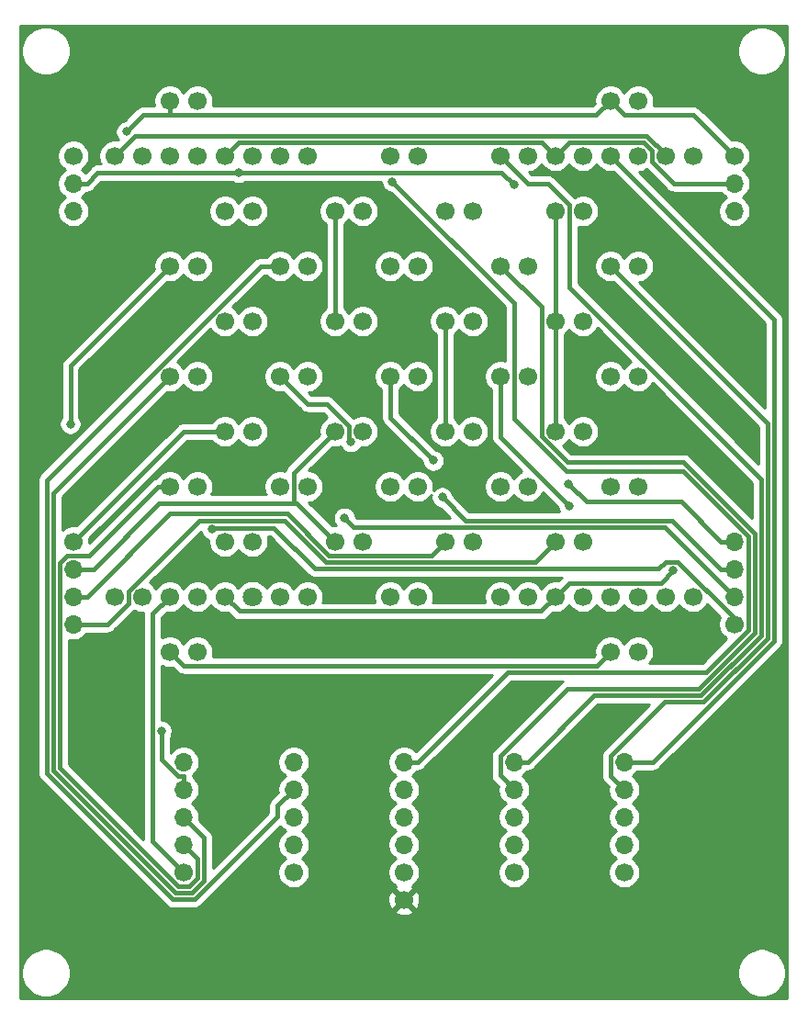
<source format=gbl>
%TF.GenerationSoftware,KiCad,Pcbnew,(5.1.8)-1*%
%TF.CreationDate,2021-03-06T21:23:55+09:00*%
%TF.ProjectId,line_sensor,6c696e65-5f73-4656-9e73-6f722e6b6963,rev?*%
%TF.SameCoordinates,PX94c5f00PY876bf80*%
%TF.FileFunction,Copper,L2,Bot*%
%TF.FilePolarity,Positive*%
%FSLAX46Y46*%
G04 Gerber Fmt 4.6, Leading zero omitted, Abs format (unit mm)*
G04 Created by KiCad (PCBNEW (5.1.8)-1) date 2021-03-06 21:23:55*
%MOMM*%
%LPD*%
G01*
G04 APERTURE LIST*
%TA.AperFunction,ComponentPad*%
%ADD10C,1.700000*%
%TD*%
%TA.AperFunction,ComponentPad*%
%ADD11O,1.700000X1.700000*%
%TD*%
%TA.AperFunction,ComponentPad*%
%ADD12C,1.800000*%
%TD*%
%TA.AperFunction,ViaPad*%
%ADD13C,0.800000*%
%TD*%
%TA.AperFunction,Conductor*%
%ADD14C,0.400000*%
%TD*%
%TA.AperFunction,Conductor*%
%ADD15C,0.254000*%
%TD*%
%TA.AperFunction,Conductor*%
%ADD16C,0.100000*%
%TD*%
G04 APERTURE END LIST*
D10*
%TO.P,J8,1*%
%TO.N,Net-(J8-Pad1)*%
X56320000Y12280000D03*
D11*
%TO.P,J8,2*%
%TO.N,Net-(J8-Pad2)*%
X56320000Y14820000D03*
%TO.P,J8,3*%
%TO.N,Net-(J8-Pad3)*%
X56320000Y17360000D03*
%TO.P,J8,4*%
%TO.N,Net-(J8-Pad4)*%
X56320000Y19900000D03*
%TO.P,J8,5*%
%TO.N,Net-(J8-Pad5)*%
X56320000Y22440000D03*
%TD*%
D10*
%TO.P,J7,1*%
%TO.N,Net-(J7-Pad1)*%
X46160000Y12280000D03*
D11*
%TO.P,J7,2*%
%TO.N,Net-(J7-Pad2)*%
X46160000Y14820000D03*
%TO.P,J7,3*%
%TO.N,Net-(J7-Pad3)*%
X46160000Y17360000D03*
%TO.P,J7,4*%
%TO.N,Net-(J7-Pad4)*%
X46160000Y19900000D03*
%TO.P,J7,5*%
%TO.N,Net-(J7-Pad5)*%
X46160000Y22440000D03*
%TD*%
D10*
%TO.P,J1,1*%
%TO.N,Net-(J1-Pad1)*%
X36000000Y9740000D03*
%TD*%
%TO.P,J6,1*%
%TO.N,Net-(J6-Pad1)*%
X36000000Y12280000D03*
D11*
%TO.P,J6,2*%
%TO.N,Net-(J6-Pad2)*%
X36000000Y14820000D03*
%TO.P,J6,3*%
%TO.N,Net-(J6-Pad3)*%
X36000000Y17360000D03*
%TO.P,J6,4*%
%TO.N,Net-(J6-Pad4)*%
X36000000Y19900000D03*
%TO.P,J6,5*%
%TO.N,Net-(J6-Pad5)*%
X36000000Y22440000D03*
%TD*%
%TO.P,J5,5*%
%TO.N,Net-(J5-Pad5)*%
X25840000Y22440000D03*
%TO.P,J5,4*%
%TO.N,Net-(J5-Pad4)*%
X25840000Y19900000D03*
%TO.P,J5,3*%
%TO.N,Net-(J5-Pad3)*%
X25840000Y17360000D03*
%TO.P,J5,2*%
%TO.N,Net-(J5-Pad2)*%
X25840000Y14820000D03*
D10*
%TO.P,J5,1*%
%TO.N,Net-(J5-Pad1)*%
X25840000Y12280000D03*
%TD*%
%TO.P,J2,1*%
%TO.N,Net-(J2-Pad1)*%
X15680000Y12280000D03*
D11*
%TO.P,J2,2*%
%TO.N,Net-(J2-Pad2)*%
X15680000Y14820000D03*
%TO.P,J2,3*%
%TO.N,Net-(J2-Pad3)*%
X15680000Y17360000D03*
%TO.P,J2,4*%
%TO.N,Net-(J2-Pad4)*%
X15680000Y19900000D03*
%TO.P,J2,5*%
%TO.N,Net-(J2-Pad5)*%
X15680000Y22440000D03*
%TD*%
D10*
%TO.P,J3,1*%
%TO.N,Net-(J3-Pad1)*%
X66480000Y35140000D03*
D11*
%TO.P,J3,2*%
%TO.N,Net-(J3-Pad2)*%
X66480000Y37680000D03*
%TO.P,J3,3*%
%TO.N,Net-(J3-Pad3)*%
X66480000Y40220000D03*
%TO.P,J3,4*%
%TO.N,Net-(J3-Pad4)*%
X66480000Y42760000D03*
%TD*%
%TO.P,J4,4*%
%TO.N,Net-(D13-Pad1)*%
X5520000Y35140000D03*
%TO.P,J4,3*%
%TO.N,Net-(D10-Pad1)*%
X5520000Y37680000D03*
%TO.P,J4,2*%
%TO.N,Net-(D5-Pad1)*%
X5520000Y40220000D03*
D10*
%TO.P,J4,1*%
%TO.N,Net-(D1-Pad1)*%
X5520000Y42760000D03*
%TD*%
D11*
%TO.P,J9,3*%
%TO.N,Net-(J9-Pad3)*%
X5520000Y73240000D03*
%TO.P,J9,2*%
%TO.N,Net-(J9-Pad2)*%
X5520000Y75780000D03*
D10*
%TO.P,J9,1*%
%TO.N,Net-(J9-Pad1)*%
X5520000Y78320000D03*
%TD*%
%TO.P,Q1,2*%
%TO.N,Net-(J2-Pad5)*%
X14410000Y78320000D03*
%TO.P,Q1,1*%
%TO.N,Net-(Q1-Pad1)*%
X16950000Y78320000D03*
%TD*%
%TO.P,Q2,2*%
%TO.N,Net-(J2-Pad4)*%
X14410000Y68160000D03*
%TO.P,Q2,1*%
%TO.N,Net-(Q2-Pad1)*%
X16950000Y68160000D03*
%TD*%
%TO.P,Q3,2*%
%TO.N,Net-(J2-Pad3)*%
X14410000Y58000000D03*
%TO.P,Q3,1*%
%TO.N,Net-(Q3-Pad1)*%
X16950000Y58000000D03*
%TD*%
%TO.P,Q4,2*%
%TO.N,Net-(J2-Pad2)*%
X14410000Y47840000D03*
%TO.P,Q4,1*%
%TO.N,Net-(Q4-Pad1)*%
X16950000Y47840000D03*
%TD*%
%TO.P,Q5,2*%
%TO.N,Net-(J2-Pad1)*%
X14410000Y37680000D03*
%TO.P,Q5,1*%
%TO.N,Net-(Q5-Pad1)*%
X16950000Y37680000D03*
%TD*%
%TO.P,Q6,2*%
%TO.N,Net-(J5-Pad5)*%
X24570000Y78320000D03*
%TO.P,Q6,1*%
%TO.N,Net-(Q6-Pad1)*%
X27110000Y78320000D03*
%TD*%
%TO.P,Q7,2*%
%TO.N,Net-(J5-Pad4)*%
X24570000Y68160000D03*
%TO.P,Q7,1*%
%TO.N,Net-(Q7-Pad1)*%
X27110000Y68160000D03*
%TD*%
%TO.P,Q8,2*%
%TO.N,Net-(J5-Pad3)*%
X24570000Y58000000D03*
%TO.P,Q8,1*%
%TO.N,Net-(Q8-Pad1)*%
X27110000Y58000000D03*
%TD*%
%TO.P,Q9,2*%
%TO.N,Net-(J5-Pad2)*%
X24570000Y47840000D03*
%TO.P,Q9,1*%
%TO.N,Net-(Q9-Pad1)*%
X27110000Y47840000D03*
%TD*%
%TO.P,Q10,2*%
%TO.N,Net-(J5-Pad1)*%
X24570000Y37680000D03*
%TO.P,Q10,1*%
%TO.N,Net-(Q10-Pad1)*%
X27110000Y37680000D03*
%TD*%
%TO.P,Q11,2*%
%TO.N,Net-(J6-Pad5)*%
X34730000Y78320000D03*
%TO.P,Q11,1*%
%TO.N,Net-(Q11-Pad1)*%
X37270000Y78320000D03*
%TD*%
%TO.P,Q12,2*%
%TO.N,Net-(J6-Pad4)*%
X34730000Y68160000D03*
%TO.P,Q12,1*%
%TO.N,Net-(Q12-Pad1)*%
X37270000Y68160000D03*
%TD*%
%TO.P,Q13,2*%
%TO.N,Net-(J6-Pad3)*%
X34730000Y58000000D03*
%TO.P,Q13,1*%
%TO.N,Net-(Q13-Pad1)*%
X37270000Y58000000D03*
%TD*%
%TO.P,Q14,2*%
%TO.N,Net-(J6-Pad2)*%
X34730000Y47840000D03*
%TO.P,Q14,1*%
%TO.N,Net-(Q14-Pad1)*%
X37270000Y47840000D03*
%TD*%
%TO.P,Q15,2*%
%TO.N,Net-(J6-Pad1)*%
X34730000Y37680000D03*
%TO.P,Q15,1*%
%TO.N,Net-(Q15-Pad1)*%
X37270000Y37680000D03*
%TD*%
%TO.P,Q16,2*%
%TO.N,Net-(J7-Pad5)*%
X44890000Y78320000D03*
%TO.P,Q16,1*%
%TO.N,Net-(Q16-Pad1)*%
X47430000Y78320000D03*
%TD*%
%TO.P,Q17,2*%
%TO.N,Net-(J7-Pad4)*%
X44890000Y68160000D03*
%TO.P,Q17,1*%
%TO.N,Net-(Q17-Pad1)*%
X47430000Y68160000D03*
%TD*%
%TO.P,Q18,2*%
%TO.N,Net-(J7-Pad3)*%
X44890000Y58000000D03*
%TO.P,Q18,1*%
%TO.N,Net-(Q18-Pad1)*%
X47430000Y58000000D03*
%TD*%
%TO.P,Q19,2*%
%TO.N,Net-(J7-Pad2)*%
X44890000Y47840000D03*
%TO.P,Q19,1*%
%TO.N,Net-(Q19-Pad1)*%
X47430000Y47840000D03*
%TD*%
%TO.P,Q20,2*%
%TO.N,Net-(J7-Pad1)*%
X44890000Y37680000D03*
%TO.P,Q20,1*%
%TO.N,Net-(Q20-Pad1)*%
X47430000Y37680000D03*
%TD*%
%TO.P,Q21,2*%
%TO.N,Net-(J8-Pad5)*%
X55050000Y78320000D03*
%TO.P,Q21,1*%
%TO.N,Net-(Q21-Pad1)*%
X57590000Y78320000D03*
%TD*%
%TO.P,Q22,2*%
%TO.N,Net-(J8-Pad4)*%
X55050000Y68160000D03*
%TO.P,Q22,1*%
%TO.N,Net-(Q22-Pad1)*%
X57590000Y68160000D03*
%TD*%
%TO.P,Q23,2*%
%TO.N,Net-(J8-Pad3)*%
X55050000Y58000000D03*
%TO.P,Q23,1*%
%TO.N,Net-(Q23-Pad1)*%
X57590000Y58000000D03*
%TD*%
%TO.P,Q24,2*%
%TO.N,Net-(J8-Pad2)*%
X55050000Y47840000D03*
%TO.P,Q24,1*%
%TO.N,Net-(Q24-Pad1)*%
X57590000Y47840000D03*
%TD*%
%TO.P,Q25,2*%
%TO.N,Net-(J8-Pad1)*%
X55050000Y37680000D03*
%TO.P,Q25,1*%
%TO.N,Net-(Q25-Pad1)*%
X57590000Y37680000D03*
%TD*%
%TO.P,J10,1*%
%TO.N,Net-(D17-Pad1)*%
X66480000Y78320000D03*
D11*
%TO.P,J10,2*%
%TO.N,Net-(D21-Pad1)*%
X66480000Y75780000D03*
%TO.P,J10,3*%
%TO.N,Net-(D25-Pad1)*%
X66480000Y73240000D03*
%TD*%
D10*
%TO.P,D1,1*%
%TO.N,Net-(D1-Pad1)*%
X19490000Y73240000D03*
%TO.P,D1,2*%
%TO.N,Net-(D1-Pad2)*%
X22030000Y73240000D03*
%TD*%
%TO.P,D2,2*%
%TO.N,Net-(D2-Pad2)*%
X22030000Y63080000D03*
%TO.P,D2,1*%
%TO.N,Net-(D1-Pad1)*%
X19490000Y63080000D03*
%TD*%
%TO.P,D3,2*%
%TO.N,Net-(D3-Pad2)*%
X22030000Y52920000D03*
%TO.P,D3,1*%
%TO.N,Net-(D1-Pad1)*%
X19490000Y52920000D03*
%TD*%
%TO.P,D4,1*%
%TO.N,Net-(D1-Pad1)*%
X19490000Y42760000D03*
%TO.P,D4,2*%
%TO.N,Net-(D4-Pad2)*%
X22030000Y42760000D03*
%TD*%
%TO.P,D5,1*%
%TO.N,Net-(D5-Pad1)*%
X29650000Y73240000D03*
%TO.P,D5,2*%
%TO.N,Net-(D5-Pad2)*%
X32190000Y73240000D03*
%TD*%
%TO.P,D6,2*%
%TO.N,Net-(D6-Pad2)*%
X32190000Y63080000D03*
%TO.P,D6,1*%
%TO.N,Net-(D5-Pad1)*%
X29650000Y63080000D03*
%TD*%
%TO.P,D7,1*%
%TO.N,Net-(D5-Pad1)*%
X29650000Y52920000D03*
%TO.P,D7,2*%
%TO.N,Net-(D7-Pad2)*%
X32190000Y52920000D03*
%TD*%
%TO.P,D8,2*%
%TO.N,Net-(D8-Pad2)*%
X32190000Y42760000D03*
%TO.P,D8,1*%
%TO.N,Net-(D5-Pad1)*%
X29650000Y42760000D03*
%TD*%
%TO.P,D9,1*%
%TO.N,Net-(D10-Pad1)*%
X39810000Y73240000D03*
%TO.P,D9,2*%
%TO.N,Net-(D9-Pad2)*%
X42350000Y73240000D03*
%TD*%
%TO.P,D10,1*%
%TO.N,Net-(D10-Pad1)*%
X39810000Y63080000D03*
%TO.P,D10,2*%
%TO.N,Net-(D10-Pad2)*%
X42350000Y63080000D03*
%TD*%
%TO.P,D11,2*%
%TO.N,Net-(D11-Pad2)*%
X42350000Y52920000D03*
%TO.P,D11,1*%
%TO.N,Net-(D10-Pad1)*%
X39810000Y52920000D03*
%TD*%
%TO.P,D12,1*%
%TO.N,Net-(D10-Pad1)*%
X39810000Y42760000D03*
%TO.P,D12,2*%
%TO.N,Net-(D12-Pad2)*%
X42350000Y42760000D03*
%TD*%
%TO.P,D13,2*%
%TO.N,Net-(D13-Pad2)*%
X52510000Y73240000D03*
%TO.P,D13,1*%
%TO.N,Net-(D13-Pad1)*%
X49970000Y73240000D03*
%TD*%
%TO.P,D14,1*%
%TO.N,Net-(D13-Pad1)*%
X49970000Y63080000D03*
%TO.P,D14,2*%
%TO.N,Net-(D14-Pad2)*%
X52510000Y63080000D03*
%TD*%
%TO.P,D15,2*%
%TO.N,Net-(D15-Pad2)*%
X52510000Y52920000D03*
%TO.P,D15,1*%
%TO.N,Net-(D13-Pad1)*%
X49970000Y52920000D03*
%TD*%
%TO.P,D16,1*%
%TO.N,Net-(D13-Pad1)*%
X49970000Y42760000D03*
%TO.P,D16,2*%
%TO.N,Net-(D16-Pad2)*%
X52510000Y42760000D03*
%TD*%
%TO.P,D17,2*%
%TO.N,Net-(D17-Pad2)*%
X16950000Y83400000D03*
%TO.P,D17,1*%
%TO.N,Net-(D17-Pad1)*%
X14410000Y83400000D03*
%TD*%
%TO.P,D18,1*%
%TO.N,Net-(D17-Pad1)*%
X55050000Y83400000D03*
%TO.P,D18,2*%
%TO.N,Net-(D18-Pad2)*%
X57590000Y83400000D03*
%TD*%
%TO.P,D19,1*%
%TO.N,Net-(D17-Pad1)*%
X55050000Y32600000D03*
%TO.P,D19,2*%
%TO.N,Net-(D19-Pad2)*%
X57590000Y32600000D03*
%TD*%
%TO.P,D20,1*%
%TO.N,Net-(D17-Pad1)*%
X14410000Y32600000D03*
%TO.P,D20,2*%
%TO.N,Net-(D20-Pad2)*%
X16950000Y32600000D03*
%TD*%
%TO.P,D21,2*%
%TO.N,Net-(D21-Pad2)*%
X22030000Y78320000D03*
%TO.P,D21,1*%
%TO.N,Net-(D21-Pad1)*%
X19490000Y78320000D03*
%TD*%
%TO.P,D22,2*%
%TO.N,Net-(D22-Pad2)*%
X52510000Y78320000D03*
%TO.P,D22,1*%
%TO.N,Net-(D21-Pad1)*%
X49970000Y78320000D03*
%TD*%
%TO.P,D23,1*%
%TO.N,Net-(D21-Pad1)*%
X49970000Y37680000D03*
%TO.P,D23,2*%
%TO.N,Net-(D23-Pad2)*%
X52510000Y37680000D03*
%TD*%
D12*
%TO.P,D24,2*%
%TO.N,Net-(D24-Pad2)*%
X22030000Y37680000D03*
D10*
%TO.P,D24,1*%
%TO.N,Net-(D21-Pad1)*%
X19490000Y37680000D03*
%TD*%
%TO.P,D25,2*%
%TO.N,Net-(D25-Pad2)*%
X11870000Y78320000D03*
%TO.P,D25,1*%
%TO.N,Net-(D25-Pad1)*%
X9330000Y78320000D03*
%TD*%
%TO.P,D26,1*%
%TO.N,Net-(D25-Pad1)*%
X60130000Y78320000D03*
%TO.P,D26,2*%
%TO.N,Net-(D26-Pad2)*%
X62670000Y78320000D03*
%TD*%
%TO.P,D27,2*%
%TO.N,Net-(D27-Pad2)*%
X62670000Y37680000D03*
%TO.P,D27,1*%
%TO.N,Net-(D25-Pad1)*%
X60130000Y37680000D03*
%TD*%
%TO.P,D28,2*%
%TO.N,Net-(D28-Pad2)*%
X11870000Y37680000D03*
%TO.P,D28,1*%
%TO.N,Net-(D25-Pad1)*%
X9330000Y37680000D03*
%TD*%
D13*
%TO.N,Net-(D17-Pad1)*%
X10408500Y80553900D03*
%TO.N,Net-(D21-Pad1)*%
X60853400Y40097600D03*
%TO.N,Net-(J1-Pad1)*%
X56320000Y52920000D03*
X56320000Y63080000D03*
X56320000Y73240000D03*
X41080000Y32600000D03*
X20760000Y32600000D03*
X41080000Y37680000D03*
X10600000Y4660000D03*
X36000000Y4660000D03*
X61400000Y4660000D03*
X61400000Y19900000D03*
X36000000Y85940000D03*
X63940000Y63080000D03*
X5520000Y68160000D03*
X8060000Y24980000D03*
%TO.N,Net-(J2-Pad4)*%
X13635400Y25299800D03*
X5237700Y53604000D03*
%TO.N,Net-(J3-Pad1)*%
X18305300Y43908800D03*
%TO.N,Net-(J3-Pad2)*%
X30516800Y44940200D03*
%TO.N,Net-(J3-Pad3)*%
X39530000Y46841800D03*
%TO.N,Net-(J3-Pad4)*%
X51170800Y48081100D03*
%TO.N,Net-(J5-Pad3)*%
X31105000Y51944400D03*
%TO.N,Net-(J6-Pad3)*%
X38702500Y50231100D03*
%TO.N,Net-(J6-Pad5)*%
X34950000Y75945100D03*
%TO.N,Net-(J7-Pad3)*%
X51240000Y46042500D03*
%TO.N,Net-(J9-Pad2)*%
X20760100Y76751600D03*
X46140400Y75627700D03*
%TD*%
D14*
%TO.N,Net-(D1-Pad1)*%
X19490000Y52920000D02*
X15680000Y52920000D01*
X15680000Y52920000D02*
X5520000Y42760000D01*
%TO.N,Net-(D5-Pad1)*%
X29650000Y63080000D02*
X29650000Y73240000D01*
X25840000Y46262000D02*
X13437600Y46262000D01*
X13437600Y46262000D02*
X7395600Y40220000D01*
X7395600Y40220000D02*
X5520000Y40220000D01*
X29650000Y42760000D02*
X26148000Y46262000D01*
X26148000Y46262000D02*
X25840000Y46262000D01*
X25840000Y46262000D02*
X25840000Y49110000D01*
X25840000Y49110000D02*
X29650000Y52920000D01*
%TO.N,Net-(D10-Pad1)*%
X39810000Y52920000D02*
X39810000Y63080000D01*
X6770300Y37680000D02*
X14424300Y45334000D01*
X14424300Y45334000D02*
X25239400Y45334000D01*
X25239400Y45334000D02*
X29092700Y41480700D01*
X29092700Y41480700D02*
X38530700Y41480700D01*
X38530700Y41480700D02*
X39810000Y42760000D01*
X5520000Y37680000D02*
X6770300Y37680000D01*
%TO.N,Net-(D13-Pad1)*%
X5520000Y35140000D02*
X8653800Y35140000D01*
X8653800Y35140000D02*
X10600000Y37086200D01*
X10600000Y37086200D02*
X10600000Y38184300D01*
X10600000Y38184300D02*
X17125700Y44710000D01*
X17125700Y44710000D02*
X25014300Y44710000D01*
X25014300Y44710000D02*
X28844000Y40880300D01*
X28844000Y40880300D02*
X48090300Y40880300D01*
X48090300Y40880300D02*
X49970000Y42760000D01*
X49970000Y73240000D02*
X49970000Y63080000D01*
X49970000Y52920000D02*
X49970000Y63080000D01*
%TO.N,Net-(D17-Pad1)*%
X55050000Y83400000D02*
X56325600Y82124400D01*
X56325600Y82124400D02*
X62675600Y82124400D01*
X62675600Y82124400D02*
X66480000Y78320000D01*
X55050000Y83400000D02*
X53744100Y82094100D01*
X53744100Y82094100D02*
X14410000Y82094100D01*
X14410000Y32600000D02*
X15679600Y31330400D01*
X15679600Y31330400D02*
X53780400Y31330400D01*
X53780400Y31330400D02*
X55050000Y32600000D01*
X14410000Y82094100D02*
X11948700Y82094100D01*
X11948700Y82094100D02*
X10408500Y80553900D01*
X14410000Y83400000D02*
X14410000Y82094100D01*
%TO.N,Net-(D21-Pad1)*%
X49970000Y78320000D02*
X48719700Y79570300D01*
X48719700Y79570300D02*
X20740300Y79570300D01*
X20740300Y79570300D02*
X19490000Y78320000D01*
X49970000Y37680000D02*
X51220400Y38930400D01*
X51220400Y38930400D02*
X59686200Y38930400D01*
X59686200Y38930400D02*
X60853400Y40097600D01*
X19490000Y37680000D02*
X20825900Y36344100D01*
X20825900Y36344100D02*
X48634100Y36344100D01*
X48634100Y36344100D02*
X49970000Y37680000D01*
X66480000Y75780000D02*
X60862200Y75780000D01*
X60862200Y75780000D02*
X58840300Y77801900D01*
X58840300Y77801900D02*
X58840300Y78837900D01*
X58840300Y78837900D02*
X58107900Y79570300D01*
X58107900Y79570300D02*
X51220300Y79570300D01*
X51220300Y79570300D02*
X49970000Y78320000D01*
%TO.N,Net-(D25-Pad1)*%
X60130000Y78320000D02*
X60130000Y78448100D01*
X60130000Y78448100D02*
X58387900Y80190200D01*
X11200200Y80190200D02*
X9330000Y78320000D01*
X58387900Y80190200D02*
X11200200Y80190200D01*
%TO.N,Net-(J2-Pad1)*%
X14410000Y37680000D02*
X12835100Y36105100D01*
X12835100Y36105100D02*
X12835100Y15124900D01*
X12835100Y15124900D02*
X15680000Y12280000D01*
%TO.N,Net-(J2-Pad2)*%
X16203400Y10989900D02*
X16969500Y11756000D01*
X15165600Y10989900D02*
X16203400Y10989900D01*
X16969500Y13530500D02*
X15680000Y14820000D01*
X4269600Y21885900D02*
X15165600Y10989900D01*
X4269600Y40784800D02*
X4269600Y21885900D01*
X16969500Y11756000D02*
X16969500Y13530500D01*
X4974800Y41490000D02*
X4269600Y40784800D01*
X6999000Y41490000D02*
X4974800Y41490000D01*
X13349000Y47840000D02*
X6999000Y41490000D01*
X14410000Y47840000D02*
X13349000Y47840000D01*
%TO.N,Net-(J2-Pad3)*%
X17569900Y11507300D02*
X17569900Y15470100D01*
X16452100Y10389500D02*
X17569900Y11507300D01*
X14916900Y10389500D02*
X16452100Y10389500D01*
X17569900Y15470100D02*
X15680000Y17360000D01*
X3655400Y21651000D02*
X14916900Y10389500D01*
X3655400Y47245400D02*
X3655400Y21651000D01*
X14410000Y58000000D02*
X3655400Y47245400D01*
%TO.N,Net-(J2-Pad4)*%
X13635400Y25299800D02*
X13635400Y22676800D01*
X13635400Y22676800D02*
X15161900Y21150300D01*
X15161900Y21150300D02*
X15680000Y21150300D01*
X15680000Y19900000D02*
X15680000Y21150300D01*
X14410000Y68160000D02*
X5237700Y58987700D01*
X5237700Y58987700D02*
X5237700Y53604000D01*
%TO.N,Net-(J3-Pad1)*%
X61259200Y40897900D02*
X60103500Y40897900D01*
X60103500Y40897900D02*
X59473700Y40268100D01*
X59473700Y40268100D02*
X27758600Y40268100D01*
X27758600Y40268100D02*
X23988800Y44037900D01*
X23988800Y44037900D02*
X18434400Y44037900D01*
X18434400Y44037900D02*
X18305300Y43908800D01*
X66480000Y35677100D02*
X66480000Y35140000D01*
X61259200Y40897900D02*
X66480000Y35677100D01*
%TO.N,Net-(J3-Pad2)*%
X60038600Y44121400D02*
X66480000Y37680000D01*
X31335600Y44121400D02*
X60038600Y44121400D01*
X30516800Y44940200D02*
X31335600Y44121400D01*
%TO.N,Net-(J3-Pad3)*%
X66480000Y40220000D02*
X65229700Y40220000D01*
X39530000Y46841800D02*
X41650000Y44721800D01*
X41650000Y44721800D02*
X60727900Y44721800D01*
X60727900Y44721800D02*
X65229700Y40220000D01*
%TO.N,Net-(J3-Pad4)*%
X65229700Y42760000D02*
X61571300Y46418400D01*
X61571300Y46418400D02*
X52833500Y46418400D01*
X52833500Y46418400D02*
X51170800Y48081100D01*
X66480000Y42760000D02*
X65229700Y42760000D01*
%TO.N,Net-(J5-Pad4)*%
X16700633Y9789491D02*
X24337532Y17426390D01*
X24337532Y18397532D02*
X25840000Y19900000D01*
X14668368Y9789490D02*
X16700633Y9789491D01*
X14694400Y9761900D02*
X14695958Y9761900D01*
X24337532Y17426390D02*
X24337532Y18397532D01*
X3055000Y21401300D02*
X14694400Y9761900D01*
X14695958Y9761900D02*
X14668368Y9789490D01*
X3055000Y48434200D02*
X3055000Y21401300D01*
X22780800Y68160000D02*
X3055000Y48434200D01*
X24570000Y68160000D02*
X22780800Y68160000D01*
%TO.N,Net-(J5-Pad3)*%
X24570000Y58000000D02*
X27110000Y55460000D01*
X27110000Y55460000D02*
X28892200Y55460000D01*
X28892200Y55460000D02*
X30920000Y53432200D01*
X30920000Y53432200D02*
X30920000Y52129400D01*
X30920000Y52129400D02*
X31105000Y51944400D01*
%TO.N,Net-(J6-Pad3)*%
X34730000Y58000000D02*
X34730000Y54203600D01*
X34730000Y54203600D02*
X38702500Y50231100D01*
%TO.N,Net-(J6-Pad5)*%
X36000000Y22440000D02*
X37250300Y22440000D01*
X34950000Y75945100D02*
X46160000Y64735100D01*
X46160000Y64735100D02*
X46160000Y54109900D01*
X46160000Y54109900D02*
X51014500Y49255400D01*
X51014500Y49255400D02*
X61754300Y49255400D01*
X61754300Y49255400D02*
X67735800Y43273900D01*
X67735800Y43273900D02*
X67735800Y34615000D01*
X67735800Y34615000D02*
X63850800Y30730000D01*
X63850800Y30730000D02*
X45540300Y30730000D01*
X45540300Y30730000D02*
X37250300Y22440000D01*
%TO.N,Net-(J7-Pad5)*%
X47410300Y22440000D02*
X53552500Y28582200D01*
X53552500Y28582200D02*
X63400800Y28582200D01*
X63400800Y28582200D02*
X68936400Y34117800D01*
X68936400Y34117800D02*
X68936400Y48525800D01*
X68936400Y48525800D02*
X51240000Y66222200D01*
X51240000Y66222200D02*
X51240000Y73812200D01*
X51240000Y73812200D02*
X49291800Y75760400D01*
X49291800Y75760400D02*
X47449600Y75760400D01*
X47449600Y75760400D02*
X44890000Y78320000D01*
X46160000Y22440000D02*
X47410300Y22440000D01*
%TO.N,Net-(J7-Pad4)*%
X44870400Y22978700D02*
X51106300Y29214600D01*
X51106300Y29214600D02*
X63184300Y29214600D01*
X63184300Y29214600D02*
X68336100Y34366400D01*
X68336100Y34366400D02*
X68336100Y43522500D01*
X68336100Y43522500D02*
X61790800Y50067800D01*
X61790800Y50067800D02*
X51051200Y50067800D01*
X51051200Y50067800D02*
X48680300Y52438700D01*
X48680300Y52438700D02*
X48680300Y64369700D01*
X48680300Y64369700D02*
X44890000Y68160000D01*
X44870400Y21189600D02*
X46160000Y19900000D01*
X44870400Y22978700D02*
X44870400Y21189600D01*
%TO.N,Net-(J7-Pad3)*%
X44890000Y58000000D02*
X44890000Y52392500D01*
X44890000Y52392500D02*
X51240000Y46042500D01*
%TO.N,Net-(J8-Pad4)*%
X55069600Y22995500D02*
X60046300Y27972200D01*
X60046300Y27972200D02*
X63639700Y27972200D01*
X63639700Y27972200D02*
X69536700Y33869200D01*
X69536700Y33869200D02*
X69536700Y53673300D01*
X69536700Y53673300D02*
X55050000Y68160000D01*
X55069600Y21150400D02*
X56320000Y19900000D01*
X55069600Y22995500D02*
X55069600Y21150400D01*
%TO.N,Net-(J8-Pad5)*%
X57570300Y22440000D02*
X58956400Y22440000D01*
X58956400Y22440000D02*
X70137000Y33620600D01*
X70137000Y33620600D02*
X70137000Y63233000D01*
X70137000Y63233000D02*
X55050000Y78320000D01*
X56320000Y22440000D02*
X57570300Y22440000D01*
%TO.N,Net-(J9-Pad2)*%
X20760100Y76751600D02*
X45016500Y76751600D01*
X45016500Y76751600D02*
X46140400Y75627700D01*
X20760100Y76751600D02*
X7741900Y76751600D01*
X7741900Y76751600D02*
X6770300Y75780000D01*
X5520000Y75780000D02*
X6770300Y75780000D01*
%TD*%
D15*
%TO.N,Net-(J1-Pad1)*%
X71340000Y660000D02*
X660000Y660000D01*
X660000Y3223479D01*
X730979Y3223479D01*
X730979Y2776521D01*
X818176Y2338151D01*
X989220Y1925215D01*
X1237536Y1553583D01*
X1553583Y1237536D01*
X1925215Y989220D01*
X2338151Y818176D01*
X2776521Y730979D01*
X3223479Y730979D01*
X3661849Y818176D01*
X4074785Y989220D01*
X4446417Y1237536D01*
X4762464Y1553583D01*
X5010780Y1925215D01*
X5181824Y2338151D01*
X5269021Y2776521D01*
X5269021Y3223479D01*
X66730979Y3223479D01*
X66730979Y2776521D01*
X66818176Y2338151D01*
X66989220Y1925215D01*
X67237536Y1553583D01*
X67553583Y1237536D01*
X67925215Y989220D01*
X68338151Y818176D01*
X68776521Y730979D01*
X69223479Y730979D01*
X69661849Y818176D01*
X70074785Y989220D01*
X70446417Y1237536D01*
X70762464Y1553583D01*
X71010780Y1925215D01*
X71181824Y2338151D01*
X71269021Y2776521D01*
X71269021Y3223479D01*
X71181824Y3661849D01*
X71010780Y4074785D01*
X70762464Y4446417D01*
X70446417Y4762464D01*
X70074785Y5010780D01*
X69661849Y5181824D01*
X69223479Y5269021D01*
X68776521Y5269021D01*
X68338151Y5181824D01*
X67925215Y5010780D01*
X67553583Y4762464D01*
X67237536Y4446417D01*
X66989220Y4074785D01*
X66818176Y3661849D01*
X66730979Y3223479D01*
X5269021Y3223479D01*
X5181824Y3661849D01*
X5010780Y4074785D01*
X4762464Y4446417D01*
X4446417Y4762464D01*
X4074785Y5010780D01*
X3661849Y5181824D01*
X3223479Y5269021D01*
X2776521Y5269021D01*
X2338151Y5181824D01*
X1925215Y5010780D01*
X1553583Y4762464D01*
X1237536Y4446417D01*
X989220Y4074785D01*
X818176Y3661849D01*
X730979Y3223479D01*
X660000Y3223479D01*
X660000Y8711603D01*
X35151208Y8711603D01*
X35228843Y8462528D01*
X35492883Y8336629D01*
X35776411Y8264661D01*
X36068531Y8249389D01*
X36358019Y8291401D01*
X36633747Y8389081D01*
X36771157Y8462528D01*
X36848792Y8711603D01*
X36000000Y9560395D01*
X35151208Y8711603D01*
X660000Y8711603D01*
X660000Y48434200D01*
X2215960Y48434200D01*
X2220000Y48393182D01*
X2220001Y21442329D01*
X2215960Y21401300D01*
X2232082Y21237612D01*
X2279828Y21080214D01*
X2357364Y20935155D01*
X2357365Y20935154D01*
X2461710Y20808009D01*
X2493574Y20781859D01*
X14056062Y9219370D01*
X14075078Y9196199D01*
X14085457Y9187681D01*
X14101109Y9168609D01*
X14228254Y9064264D01*
X14373313Y8986728D01*
X14530711Y8938982D01*
X14653381Y8926900D01*
X14653391Y8926900D01*
X14694399Y8922861D01*
X14695173Y8922937D01*
X14695957Y8922860D01*
X14736976Y8926900D01*
X14736977Y8926900D01*
X14859647Y8938982D01*
X14910771Y8954490D01*
X16659605Y8954492D01*
X16700633Y8950451D01*
X16864321Y8966573D01*
X17021719Y9014319D01*
X17166778Y9091855D01*
X17195465Y9115398D01*
X17293924Y9196201D01*
X17320074Y9228065D01*
X17763478Y9671469D01*
X34509389Y9671469D01*
X34551401Y9381981D01*
X34649081Y9106253D01*
X34722528Y8968843D01*
X34971603Y8891208D01*
X35820395Y9740000D01*
X36179605Y9740000D01*
X37028397Y8891208D01*
X37277472Y8968843D01*
X37403371Y9232883D01*
X37475339Y9516411D01*
X37490611Y9808531D01*
X37448599Y10098019D01*
X37350919Y10373747D01*
X37277472Y10511157D01*
X37028397Y10588792D01*
X36179605Y9740000D01*
X35820395Y9740000D01*
X34971603Y10588792D01*
X34722528Y10511157D01*
X34596629Y10247117D01*
X34524661Y9963589D01*
X34509389Y9671469D01*
X17763478Y9671469D01*
X24613968Y16521958D01*
X24686525Y16413368D01*
X24893368Y16206525D01*
X25067760Y16090000D01*
X24893368Y15973475D01*
X24686525Y15766632D01*
X24524010Y15523411D01*
X24412068Y15253158D01*
X24355000Y14966260D01*
X24355000Y14673740D01*
X24412068Y14386842D01*
X24524010Y14116589D01*
X24686525Y13873368D01*
X24893368Y13666525D01*
X25067760Y13550000D01*
X24893368Y13433475D01*
X24686525Y13226632D01*
X24524010Y12983411D01*
X24412068Y12713158D01*
X24355000Y12426260D01*
X24355000Y12133740D01*
X24412068Y11846842D01*
X24524010Y11576589D01*
X24686525Y11333368D01*
X24893368Y11126525D01*
X25136589Y10964010D01*
X25406842Y10852068D01*
X25693740Y10795000D01*
X25986260Y10795000D01*
X26273158Y10852068D01*
X26543411Y10964010D01*
X26786632Y11126525D01*
X26993475Y11333368D01*
X27155990Y11576589D01*
X27267932Y11846842D01*
X27325000Y12133740D01*
X27325000Y12426260D01*
X27267932Y12713158D01*
X27155990Y12983411D01*
X26993475Y13226632D01*
X26786632Y13433475D01*
X26612240Y13550000D01*
X26786632Y13666525D01*
X26993475Y13873368D01*
X27155990Y14116589D01*
X27267932Y14386842D01*
X27325000Y14673740D01*
X27325000Y14966260D01*
X27267932Y15253158D01*
X27155990Y15523411D01*
X26993475Y15766632D01*
X26786632Y15973475D01*
X26612240Y16090000D01*
X26786632Y16206525D01*
X26993475Y16413368D01*
X27155990Y16656589D01*
X27267932Y16926842D01*
X27325000Y17213740D01*
X27325000Y17506260D01*
X27267932Y17793158D01*
X27155990Y18063411D01*
X26993475Y18306632D01*
X26786632Y18513475D01*
X26612240Y18630000D01*
X26786632Y18746525D01*
X26993475Y18953368D01*
X27155990Y19196589D01*
X27267932Y19466842D01*
X27325000Y19753740D01*
X27325000Y20046260D01*
X27267932Y20333158D01*
X27155990Y20603411D01*
X26993475Y20846632D01*
X26786632Y21053475D01*
X26612240Y21170000D01*
X26786632Y21286525D01*
X26993475Y21493368D01*
X27155990Y21736589D01*
X27267932Y22006842D01*
X27325000Y22293740D01*
X27325000Y22586260D01*
X27267932Y22873158D01*
X27155990Y23143411D01*
X26993475Y23386632D01*
X26786632Y23593475D01*
X26543411Y23755990D01*
X26273158Y23867932D01*
X25986260Y23925000D01*
X25693740Y23925000D01*
X25406842Y23867932D01*
X25136589Y23755990D01*
X24893368Y23593475D01*
X24686525Y23386632D01*
X24524010Y23143411D01*
X24412068Y22873158D01*
X24355000Y22586260D01*
X24355000Y22293740D01*
X24412068Y22006842D01*
X24524010Y21736589D01*
X24686525Y21493368D01*
X24893368Y21286525D01*
X25067760Y21170000D01*
X24893368Y21053475D01*
X24686525Y20846632D01*
X24524010Y20603411D01*
X24412068Y20333158D01*
X24355000Y20046260D01*
X24355000Y19753740D01*
X24381193Y19622061D01*
X23776106Y19016973D01*
X23744242Y18990823D01*
X23718094Y18958961D01*
X23639896Y18863677D01*
X23562360Y18718618D01*
X23514614Y18561220D01*
X23498492Y18397532D01*
X23502533Y18356504D01*
X23502532Y17772258D01*
X18404900Y12674625D01*
X18404900Y15429085D01*
X18408940Y15470101D01*
X18403689Y15523411D01*
X18392818Y15633789D01*
X18345072Y15791187D01*
X18267536Y15936246D01*
X18163191Y16063391D01*
X18131327Y16089541D01*
X17138807Y17082060D01*
X17165000Y17213740D01*
X17165000Y17506260D01*
X17107932Y17793158D01*
X16995990Y18063411D01*
X16833475Y18306632D01*
X16626632Y18513475D01*
X16452240Y18630000D01*
X16626632Y18746525D01*
X16833475Y18953368D01*
X16995990Y19196589D01*
X17107932Y19466842D01*
X17165000Y19753740D01*
X17165000Y20046260D01*
X17107932Y20333158D01*
X16995990Y20603411D01*
X16833475Y20846632D01*
X16626632Y21053475D01*
X16516736Y21126905D01*
X16519040Y21150300D01*
X16513095Y21210662D01*
X16626632Y21286525D01*
X16833475Y21493368D01*
X16995990Y21736589D01*
X17107932Y22006842D01*
X17165000Y22293740D01*
X17165000Y22586260D01*
X17107932Y22873158D01*
X16995990Y23143411D01*
X16833475Y23386632D01*
X16626632Y23593475D01*
X16383411Y23755990D01*
X16113158Y23867932D01*
X15826260Y23925000D01*
X15533740Y23925000D01*
X15246842Y23867932D01*
X14976589Y23755990D01*
X14733368Y23593475D01*
X14526525Y23386632D01*
X14470400Y23302635D01*
X14470400Y24686515D01*
X14552605Y24809544D01*
X14630626Y24997902D01*
X14670400Y25197861D01*
X14670400Y25401739D01*
X14630626Y25601698D01*
X14552605Y25790056D01*
X14439337Y25959574D01*
X14295174Y26103737D01*
X14125656Y26217005D01*
X13937298Y26295026D01*
X13737339Y26334800D01*
X13670100Y26334800D01*
X13670100Y31308391D01*
X13706589Y31284010D01*
X13976842Y31172068D01*
X14263740Y31115000D01*
X14556260Y31115000D01*
X14687939Y31141193D01*
X15060163Y30768968D01*
X15086309Y30737109D01*
X15213454Y30632764D01*
X15358513Y30555228D01*
X15515911Y30507482D01*
X15638581Y30495400D01*
X15638582Y30495400D01*
X15679600Y30491360D01*
X15720618Y30495400D01*
X44124832Y30495400D01*
X37084770Y23455337D01*
X36946632Y23593475D01*
X36703411Y23755990D01*
X36433158Y23867932D01*
X36146260Y23925000D01*
X35853740Y23925000D01*
X35566842Y23867932D01*
X35296589Y23755990D01*
X35053368Y23593475D01*
X34846525Y23386632D01*
X34684010Y23143411D01*
X34572068Y22873158D01*
X34515000Y22586260D01*
X34515000Y22293740D01*
X34572068Y22006842D01*
X34684010Y21736589D01*
X34846525Y21493368D01*
X35053368Y21286525D01*
X35227760Y21170000D01*
X35053368Y21053475D01*
X34846525Y20846632D01*
X34684010Y20603411D01*
X34572068Y20333158D01*
X34515000Y20046260D01*
X34515000Y19753740D01*
X34572068Y19466842D01*
X34684010Y19196589D01*
X34846525Y18953368D01*
X35053368Y18746525D01*
X35227760Y18630000D01*
X35053368Y18513475D01*
X34846525Y18306632D01*
X34684010Y18063411D01*
X34572068Y17793158D01*
X34515000Y17506260D01*
X34515000Y17213740D01*
X34572068Y16926842D01*
X34684010Y16656589D01*
X34846525Y16413368D01*
X35053368Y16206525D01*
X35227760Y16090000D01*
X35053368Y15973475D01*
X34846525Y15766632D01*
X34684010Y15523411D01*
X34572068Y15253158D01*
X34515000Y14966260D01*
X34515000Y14673740D01*
X34572068Y14386842D01*
X34684010Y14116589D01*
X34846525Y13873368D01*
X35053368Y13666525D01*
X35227760Y13550000D01*
X35053368Y13433475D01*
X34846525Y13226632D01*
X34684010Y12983411D01*
X34572068Y12713158D01*
X34515000Y12426260D01*
X34515000Y12133740D01*
X34572068Y11846842D01*
X34684010Y11576589D01*
X34846525Y11333368D01*
X35053368Y11126525D01*
X35226729Y11010689D01*
X35151208Y10768397D01*
X36000000Y9919605D01*
X36848792Y10768397D01*
X36773271Y11010689D01*
X36946632Y11126525D01*
X37153475Y11333368D01*
X37315990Y11576589D01*
X37427932Y11846842D01*
X37485000Y12133740D01*
X37485000Y12426260D01*
X37427932Y12713158D01*
X37315990Y12983411D01*
X37153475Y13226632D01*
X36946632Y13433475D01*
X36772240Y13550000D01*
X36946632Y13666525D01*
X37153475Y13873368D01*
X37315990Y14116589D01*
X37427932Y14386842D01*
X37485000Y14673740D01*
X37485000Y14966260D01*
X37427932Y15253158D01*
X37315990Y15523411D01*
X37153475Y15766632D01*
X36946632Y15973475D01*
X36772240Y16090000D01*
X36946632Y16206525D01*
X37153475Y16413368D01*
X37315990Y16656589D01*
X37427932Y16926842D01*
X37485000Y17213740D01*
X37485000Y17506260D01*
X37427932Y17793158D01*
X37315990Y18063411D01*
X37153475Y18306632D01*
X36946632Y18513475D01*
X36772240Y18630000D01*
X36946632Y18746525D01*
X37153475Y18953368D01*
X37315990Y19196589D01*
X37427932Y19466842D01*
X37485000Y19753740D01*
X37485000Y20046260D01*
X37427932Y20333158D01*
X37315990Y20603411D01*
X37153475Y20846632D01*
X36946632Y21053475D01*
X36772240Y21170000D01*
X36946632Y21286525D01*
X37153475Y21493368D01*
X37226905Y21603264D01*
X37250300Y21600960D01*
X37291318Y21605000D01*
X37291319Y21605000D01*
X37413989Y21617082D01*
X37571387Y21664828D01*
X37716446Y21742364D01*
X37843591Y21846709D01*
X37869746Y21878579D01*
X45886168Y29895000D01*
X50619152Y29895000D01*
X50513009Y29807891D01*
X50486861Y29776029D01*
X44308979Y23598146D01*
X44277109Y23571991D01*
X44231028Y23515840D01*
X44172764Y23444845D01*
X44095228Y23299786D01*
X44047482Y23142388D01*
X44031360Y22978700D01*
X44035400Y22937681D01*
X44035401Y21230628D01*
X44031360Y21189600D01*
X44047482Y21025912D01*
X44095228Y20868514D01*
X44125457Y20811960D01*
X44172765Y20723454D01*
X44277110Y20596309D01*
X44308974Y20570159D01*
X44701193Y20177939D01*
X44675000Y20046260D01*
X44675000Y19753740D01*
X44732068Y19466842D01*
X44844010Y19196589D01*
X45006525Y18953368D01*
X45213368Y18746525D01*
X45387760Y18630000D01*
X45213368Y18513475D01*
X45006525Y18306632D01*
X44844010Y18063411D01*
X44732068Y17793158D01*
X44675000Y17506260D01*
X44675000Y17213740D01*
X44732068Y16926842D01*
X44844010Y16656589D01*
X45006525Y16413368D01*
X45213368Y16206525D01*
X45387760Y16090000D01*
X45213368Y15973475D01*
X45006525Y15766632D01*
X44844010Y15523411D01*
X44732068Y15253158D01*
X44675000Y14966260D01*
X44675000Y14673740D01*
X44732068Y14386842D01*
X44844010Y14116589D01*
X45006525Y13873368D01*
X45213368Y13666525D01*
X45387760Y13550000D01*
X45213368Y13433475D01*
X45006525Y13226632D01*
X44844010Y12983411D01*
X44732068Y12713158D01*
X44675000Y12426260D01*
X44675000Y12133740D01*
X44732068Y11846842D01*
X44844010Y11576589D01*
X45006525Y11333368D01*
X45213368Y11126525D01*
X45456589Y10964010D01*
X45726842Y10852068D01*
X46013740Y10795000D01*
X46306260Y10795000D01*
X46593158Y10852068D01*
X46863411Y10964010D01*
X47106632Y11126525D01*
X47313475Y11333368D01*
X47475990Y11576589D01*
X47587932Y11846842D01*
X47645000Y12133740D01*
X47645000Y12426260D01*
X47587932Y12713158D01*
X47475990Y12983411D01*
X47313475Y13226632D01*
X47106632Y13433475D01*
X46932240Y13550000D01*
X47106632Y13666525D01*
X47313475Y13873368D01*
X47475990Y14116589D01*
X47587932Y14386842D01*
X47645000Y14673740D01*
X47645000Y14966260D01*
X47587932Y15253158D01*
X47475990Y15523411D01*
X47313475Y15766632D01*
X47106632Y15973475D01*
X46932240Y16090000D01*
X47106632Y16206525D01*
X47313475Y16413368D01*
X47475990Y16656589D01*
X47587932Y16926842D01*
X47645000Y17213740D01*
X47645000Y17506260D01*
X47587932Y17793158D01*
X47475990Y18063411D01*
X47313475Y18306632D01*
X47106632Y18513475D01*
X46932240Y18630000D01*
X47106632Y18746525D01*
X47313475Y18953368D01*
X47475990Y19196589D01*
X47587932Y19466842D01*
X47645000Y19753740D01*
X47645000Y20046260D01*
X47587932Y20333158D01*
X47475990Y20603411D01*
X47313475Y20846632D01*
X47106632Y21053475D01*
X46932240Y21170000D01*
X47106632Y21286525D01*
X47313475Y21493368D01*
X47386905Y21603264D01*
X47410300Y21600960D01*
X47451318Y21605000D01*
X47451319Y21605000D01*
X47573989Y21617082D01*
X47731387Y21664828D01*
X47876446Y21742364D01*
X48003591Y21846709D01*
X48029746Y21878579D01*
X53898369Y27747200D01*
X58640431Y27747200D01*
X54508179Y23614946D01*
X54476309Y23588791D01*
X54371965Y23461646D01*
X54371964Y23461645D01*
X54294428Y23316586D01*
X54246682Y23159188D01*
X54230560Y22995500D01*
X54234600Y22954481D01*
X54234601Y21191428D01*
X54230560Y21150400D01*
X54246682Y20986712D01*
X54294428Y20829314D01*
X54361590Y20703664D01*
X54371965Y20684254D01*
X54476310Y20557109D01*
X54508174Y20530959D01*
X54861193Y20177939D01*
X54835000Y20046260D01*
X54835000Y19753740D01*
X54892068Y19466842D01*
X55004010Y19196589D01*
X55166525Y18953368D01*
X55373368Y18746525D01*
X55547760Y18630000D01*
X55373368Y18513475D01*
X55166525Y18306632D01*
X55004010Y18063411D01*
X54892068Y17793158D01*
X54835000Y17506260D01*
X54835000Y17213740D01*
X54892068Y16926842D01*
X55004010Y16656589D01*
X55166525Y16413368D01*
X55373368Y16206525D01*
X55547760Y16090000D01*
X55373368Y15973475D01*
X55166525Y15766632D01*
X55004010Y15523411D01*
X54892068Y15253158D01*
X54835000Y14966260D01*
X54835000Y14673740D01*
X54892068Y14386842D01*
X55004010Y14116589D01*
X55166525Y13873368D01*
X55373368Y13666525D01*
X55547760Y13550000D01*
X55373368Y13433475D01*
X55166525Y13226632D01*
X55004010Y12983411D01*
X54892068Y12713158D01*
X54835000Y12426260D01*
X54835000Y12133740D01*
X54892068Y11846842D01*
X55004010Y11576589D01*
X55166525Y11333368D01*
X55373368Y11126525D01*
X55616589Y10964010D01*
X55886842Y10852068D01*
X56173740Y10795000D01*
X56466260Y10795000D01*
X56753158Y10852068D01*
X57023411Y10964010D01*
X57266632Y11126525D01*
X57473475Y11333368D01*
X57635990Y11576589D01*
X57747932Y11846842D01*
X57805000Y12133740D01*
X57805000Y12426260D01*
X57747932Y12713158D01*
X57635990Y12983411D01*
X57473475Y13226632D01*
X57266632Y13433475D01*
X57092240Y13550000D01*
X57266632Y13666525D01*
X57473475Y13873368D01*
X57635990Y14116589D01*
X57747932Y14386842D01*
X57805000Y14673740D01*
X57805000Y14966260D01*
X57747932Y15253158D01*
X57635990Y15523411D01*
X57473475Y15766632D01*
X57266632Y15973475D01*
X57092240Y16090000D01*
X57266632Y16206525D01*
X57473475Y16413368D01*
X57635990Y16656589D01*
X57747932Y16926842D01*
X57805000Y17213740D01*
X57805000Y17506260D01*
X57747932Y17793158D01*
X57635990Y18063411D01*
X57473475Y18306632D01*
X57266632Y18513475D01*
X57092240Y18630000D01*
X57266632Y18746525D01*
X57473475Y18953368D01*
X57635990Y19196589D01*
X57747932Y19466842D01*
X57805000Y19753740D01*
X57805000Y20046260D01*
X57747932Y20333158D01*
X57635990Y20603411D01*
X57473475Y20846632D01*
X57266632Y21053475D01*
X57092240Y21170000D01*
X57266632Y21286525D01*
X57473475Y21493368D01*
X57548065Y21605000D01*
X58915382Y21605000D01*
X58956400Y21600960D01*
X58997418Y21605000D01*
X58997419Y21605000D01*
X59120089Y21617082D01*
X59277487Y21664828D01*
X59422546Y21742364D01*
X59549691Y21846709D01*
X59575846Y21878579D01*
X70698428Y33001160D01*
X70730291Y33027309D01*
X70834636Y33154454D01*
X70912172Y33299513D01*
X70959918Y33456911D01*
X70972000Y33579581D01*
X70972000Y33579582D01*
X70976040Y33620599D01*
X70972000Y33661618D01*
X70972000Y63191982D01*
X70976040Y63233001D01*
X70959918Y63396689D01*
X70912172Y63554087D01*
X70834636Y63699146D01*
X70770221Y63777636D01*
X70730291Y63826291D01*
X70698427Y63852441D01*
X57715867Y76835000D01*
X57736260Y76835000D01*
X58023158Y76892068D01*
X58293411Y77004010D01*
X58391669Y77069664D01*
X60242759Y75218573D01*
X60268909Y75186709D01*
X60396054Y75082364D01*
X60541113Y75004828D01*
X60698511Y74957082D01*
X60821181Y74945000D01*
X60821191Y74945000D01*
X60862199Y74940961D01*
X60903207Y74945000D01*
X65251935Y74945000D01*
X65326525Y74833368D01*
X65533368Y74626525D01*
X65707760Y74510000D01*
X65533368Y74393475D01*
X65326525Y74186632D01*
X65164010Y73943411D01*
X65052068Y73673158D01*
X64995000Y73386260D01*
X64995000Y73093740D01*
X65052068Y72806842D01*
X65164010Y72536589D01*
X65326525Y72293368D01*
X65533368Y72086525D01*
X65776589Y71924010D01*
X66046842Y71812068D01*
X66333740Y71755000D01*
X66626260Y71755000D01*
X66913158Y71812068D01*
X67183411Y71924010D01*
X67426632Y72086525D01*
X67633475Y72293368D01*
X67795990Y72536589D01*
X67907932Y72806842D01*
X67965000Y73093740D01*
X67965000Y73386260D01*
X67907932Y73673158D01*
X67795990Y73943411D01*
X67633475Y74186632D01*
X67426632Y74393475D01*
X67252240Y74510000D01*
X67426632Y74626525D01*
X67633475Y74833368D01*
X67795990Y75076589D01*
X67907932Y75346842D01*
X67965000Y75633740D01*
X67965000Y75926260D01*
X67907932Y76213158D01*
X67795990Y76483411D01*
X67633475Y76726632D01*
X67426632Y76933475D01*
X67252240Y77050000D01*
X67426632Y77166525D01*
X67633475Y77373368D01*
X67795990Y77616589D01*
X67907932Y77886842D01*
X67965000Y78173740D01*
X67965000Y78466260D01*
X67907932Y78753158D01*
X67795990Y79023411D01*
X67633475Y79266632D01*
X67426632Y79473475D01*
X67183411Y79635990D01*
X66913158Y79747932D01*
X66626260Y79805000D01*
X66333740Y79805000D01*
X66202061Y79778807D01*
X63295046Y82685821D01*
X63268891Y82717691D01*
X63141746Y82822036D01*
X62996687Y82899572D01*
X62839289Y82947318D01*
X62716619Y82959400D01*
X62716618Y82959400D01*
X62675600Y82963440D01*
X62634582Y82959400D01*
X59014849Y82959400D01*
X59017932Y82966842D01*
X59075000Y83253740D01*
X59075000Y83546260D01*
X59017932Y83833158D01*
X58905990Y84103411D01*
X58743475Y84346632D01*
X58536632Y84553475D01*
X58293411Y84715990D01*
X58023158Y84827932D01*
X57736260Y84885000D01*
X57443740Y84885000D01*
X57156842Y84827932D01*
X56886589Y84715990D01*
X56643368Y84553475D01*
X56436525Y84346632D01*
X56320000Y84172240D01*
X56203475Y84346632D01*
X55996632Y84553475D01*
X55753411Y84715990D01*
X55483158Y84827932D01*
X55196260Y84885000D01*
X54903740Y84885000D01*
X54616842Y84827932D01*
X54346589Y84715990D01*
X54103368Y84553475D01*
X53896525Y84346632D01*
X53734010Y84103411D01*
X53622068Y83833158D01*
X53565000Y83546260D01*
X53565000Y83253740D01*
X53591193Y83122060D01*
X53398233Y82929100D01*
X18362299Y82929100D01*
X18377932Y82966842D01*
X18435000Y83253740D01*
X18435000Y83546260D01*
X18377932Y83833158D01*
X18265990Y84103411D01*
X18103475Y84346632D01*
X17896632Y84553475D01*
X17653411Y84715990D01*
X17383158Y84827932D01*
X17096260Y84885000D01*
X16803740Y84885000D01*
X16516842Y84827932D01*
X16246589Y84715990D01*
X16003368Y84553475D01*
X15796525Y84346632D01*
X15680000Y84172240D01*
X15563475Y84346632D01*
X15356632Y84553475D01*
X15113411Y84715990D01*
X14843158Y84827932D01*
X14556260Y84885000D01*
X14263740Y84885000D01*
X13976842Y84827932D01*
X13706589Y84715990D01*
X13463368Y84553475D01*
X13256525Y84346632D01*
X13094010Y84103411D01*
X12982068Y83833158D01*
X12925000Y83546260D01*
X12925000Y83253740D01*
X12982068Y82966842D01*
X12997701Y82929100D01*
X11989718Y82929100D01*
X11948700Y82933140D01*
X11907682Y82929100D01*
X11907681Y82929100D01*
X11785011Y82917018D01*
X11627613Y82869272D01*
X11482554Y82791736D01*
X11392329Y82717690D01*
X11355409Y82687391D01*
X11329263Y82655532D01*
X10251725Y81577993D01*
X10106602Y81549126D01*
X9918244Y81471105D01*
X9748726Y81357837D01*
X9604563Y81213674D01*
X9491295Y81044156D01*
X9413274Y80855798D01*
X9373500Y80655839D01*
X9373500Y80451961D01*
X9413274Y80252002D01*
X9491295Y80063644D01*
X9604563Y79894126D01*
X9663911Y79834778D01*
X9607940Y79778807D01*
X9476260Y79805000D01*
X9183740Y79805000D01*
X8896842Y79747932D01*
X8626589Y79635990D01*
X8383368Y79473475D01*
X8176525Y79266632D01*
X8014010Y79023411D01*
X7902068Y78753158D01*
X7845000Y78466260D01*
X7845000Y78173740D01*
X7902068Y77886842D01*
X8014010Y77616589D01*
X8034048Y77586600D01*
X7782918Y77586600D01*
X7741900Y77590640D01*
X7700881Y77586600D01*
X7578211Y77574518D01*
X7420813Y77526772D01*
X7275754Y77449236D01*
X7148609Y77344891D01*
X7122463Y77313032D01*
X6604770Y76795337D01*
X6466632Y76933475D01*
X6292240Y77050000D01*
X6466632Y77166525D01*
X6673475Y77373368D01*
X6835990Y77616589D01*
X6947932Y77886842D01*
X7005000Y78173740D01*
X7005000Y78466260D01*
X6947932Y78753158D01*
X6835990Y79023411D01*
X6673475Y79266632D01*
X6466632Y79473475D01*
X6223411Y79635990D01*
X5953158Y79747932D01*
X5666260Y79805000D01*
X5373740Y79805000D01*
X5086842Y79747932D01*
X4816589Y79635990D01*
X4573368Y79473475D01*
X4366525Y79266632D01*
X4204010Y79023411D01*
X4092068Y78753158D01*
X4035000Y78466260D01*
X4035000Y78173740D01*
X4092068Y77886842D01*
X4204010Y77616589D01*
X4366525Y77373368D01*
X4573368Y77166525D01*
X4747760Y77050000D01*
X4573368Y76933475D01*
X4366525Y76726632D01*
X4204010Y76483411D01*
X4092068Y76213158D01*
X4035000Y75926260D01*
X4035000Y75633740D01*
X4092068Y75346842D01*
X4204010Y75076589D01*
X4366525Y74833368D01*
X4573368Y74626525D01*
X4747760Y74510000D01*
X4573368Y74393475D01*
X4366525Y74186632D01*
X4204010Y73943411D01*
X4092068Y73673158D01*
X4035000Y73386260D01*
X4035000Y73093740D01*
X4092068Y72806842D01*
X4204010Y72536589D01*
X4366525Y72293368D01*
X4573368Y72086525D01*
X4816589Y71924010D01*
X5086842Y71812068D01*
X5373740Y71755000D01*
X5666260Y71755000D01*
X5953158Y71812068D01*
X6223411Y71924010D01*
X6466632Y72086525D01*
X6673475Y72293368D01*
X6835990Y72536589D01*
X6947932Y72806842D01*
X7005000Y73093740D01*
X7005000Y73386260D01*
X18005000Y73386260D01*
X18005000Y73093740D01*
X18062068Y72806842D01*
X18174010Y72536589D01*
X18336525Y72293368D01*
X18543368Y72086525D01*
X18786589Y71924010D01*
X19056842Y71812068D01*
X19343740Y71755000D01*
X19636260Y71755000D01*
X19923158Y71812068D01*
X20193411Y71924010D01*
X20436632Y72086525D01*
X20643475Y72293368D01*
X20760000Y72467760D01*
X20876525Y72293368D01*
X21083368Y72086525D01*
X21326589Y71924010D01*
X21596842Y71812068D01*
X21883740Y71755000D01*
X22176260Y71755000D01*
X22463158Y71812068D01*
X22733411Y71924010D01*
X22976632Y72086525D01*
X23183475Y72293368D01*
X23345990Y72536589D01*
X23457932Y72806842D01*
X23515000Y73093740D01*
X23515000Y73386260D01*
X28165000Y73386260D01*
X28165000Y73093740D01*
X28222068Y72806842D01*
X28334010Y72536589D01*
X28496525Y72293368D01*
X28703368Y72086525D01*
X28815001Y72011934D01*
X28815000Y64308065D01*
X28703368Y64233475D01*
X28496525Y64026632D01*
X28334010Y63783411D01*
X28222068Y63513158D01*
X28165000Y63226260D01*
X28165000Y62933740D01*
X28222068Y62646842D01*
X28334010Y62376589D01*
X28496525Y62133368D01*
X28703368Y61926525D01*
X28946589Y61764010D01*
X29216842Y61652068D01*
X29503740Y61595000D01*
X29796260Y61595000D01*
X30083158Y61652068D01*
X30353411Y61764010D01*
X30596632Y61926525D01*
X30803475Y62133368D01*
X30920000Y62307760D01*
X31036525Y62133368D01*
X31243368Y61926525D01*
X31486589Y61764010D01*
X31756842Y61652068D01*
X32043740Y61595000D01*
X32336260Y61595000D01*
X32623158Y61652068D01*
X32893411Y61764010D01*
X33136632Y61926525D01*
X33343475Y62133368D01*
X33505990Y62376589D01*
X33617932Y62646842D01*
X33675000Y62933740D01*
X33675000Y63226260D01*
X38325000Y63226260D01*
X38325000Y62933740D01*
X38382068Y62646842D01*
X38494010Y62376589D01*
X38656525Y62133368D01*
X38863368Y61926525D01*
X38975001Y61851934D01*
X38975000Y54148065D01*
X38863368Y54073475D01*
X38656525Y53866632D01*
X38494010Y53623411D01*
X38382068Y53353158D01*
X38325000Y53066260D01*
X38325000Y52773740D01*
X38382068Y52486842D01*
X38494010Y52216589D01*
X38656525Y51973368D01*
X38863368Y51766525D01*
X39106589Y51604010D01*
X39376842Y51492068D01*
X39663740Y51435000D01*
X39956260Y51435000D01*
X40243158Y51492068D01*
X40513411Y51604010D01*
X40756632Y51766525D01*
X40963475Y51973368D01*
X41080000Y52147760D01*
X41196525Y51973368D01*
X41403368Y51766525D01*
X41646589Y51604010D01*
X41916842Y51492068D01*
X42203740Y51435000D01*
X42496260Y51435000D01*
X42783158Y51492068D01*
X43053411Y51604010D01*
X43296632Y51766525D01*
X43503475Y51973368D01*
X43665990Y52216589D01*
X43777932Y52486842D01*
X43835000Y52773740D01*
X43835000Y53066260D01*
X43777932Y53353158D01*
X43665990Y53623411D01*
X43503475Y53866632D01*
X43296632Y54073475D01*
X43053411Y54235990D01*
X42783158Y54347932D01*
X42496260Y54405000D01*
X42203740Y54405000D01*
X41916842Y54347932D01*
X41646589Y54235990D01*
X41403368Y54073475D01*
X41196525Y53866632D01*
X41080000Y53692240D01*
X40963475Y53866632D01*
X40756632Y54073475D01*
X40645000Y54148065D01*
X40645000Y61851935D01*
X40756632Y61926525D01*
X40963475Y62133368D01*
X41080000Y62307760D01*
X41196525Y62133368D01*
X41403368Y61926525D01*
X41646589Y61764010D01*
X41916842Y61652068D01*
X42203740Y61595000D01*
X42496260Y61595000D01*
X42783158Y61652068D01*
X43053411Y61764010D01*
X43296632Y61926525D01*
X43503475Y62133368D01*
X43665990Y62376589D01*
X43777932Y62646842D01*
X43835000Y62933740D01*
X43835000Y63226260D01*
X43777932Y63513158D01*
X43665990Y63783411D01*
X43503475Y64026632D01*
X43296632Y64233475D01*
X43053411Y64395990D01*
X42783158Y64507932D01*
X42496260Y64565000D01*
X42203740Y64565000D01*
X41916842Y64507932D01*
X41646589Y64395990D01*
X41403368Y64233475D01*
X41196525Y64026632D01*
X41080000Y63852240D01*
X40963475Y64026632D01*
X40756632Y64233475D01*
X40513411Y64395990D01*
X40243158Y64507932D01*
X39956260Y64565000D01*
X39663740Y64565000D01*
X39376842Y64507932D01*
X39106589Y64395990D01*
X38863368Y64233475D01*
X38656525Y64026632D01*
X38494010Y63783411D01*
X38382068Y63513158D01*
X38325000Y63226260D01*
X33675000Y63226260D01*
X33617932Y63513158D01*
X33505990Y63783411D01*
X33343475Y64026632D01*
X33136632Y64233475D01*
X32893411Y64395990D01*
X32623158Y64507932D01*
X32336260Y64565000D01*
X32043740Y64565000D01*
X31756842Y64507932D01*
X31486589Y64395990D01*
X31243368Y64233475D01*
X31036525Y64026632D01*
X30920000Y63852240D01*
X30803475Y64026632D01*
X30596632Y64233475D01*
X30485000Y64308065D01*
X30485000Y68306260D01*
X33245000Y68306260D01*
X33245000Y68013740D01*
X33302068Y67726842D01*
X33414010Y67456589D01*
X33576525Y67213368D01*
X33783368Y67006525D01*
X34026589Y66844010D01*
X34296842Y66732068D01*
X34583740Y66675000D01*
X34876260Y66675000D01*
X35163158Y66732068D01*
X35433411Y66844010D01*
X35676632Y67006525D01*
X35883475Y67213368D01*
X36000000Y67387760D01*
X36116525Y67213368D01*
X36323368Y67006525D01*
X36566589Y66844010D01*
X36836842Y66732068D01*
X37123740Y66675000D01*
X37416260Y66675000D01*
X37703158Y66732068D01*
X37973411Y66844010D01*
X38216632Y67006525D01*
X38423475Y67213368D01*
X38585990Y67456589D01*
X38697932Y67726842D01*
X38755000Y68013740D01*
X38755000Y68306260D01*
X38697932Y68593158D01*
X38585990Y68863411D01*
X38423475Y69106632D01*
X38216632Y69313475D01*
X37973411Y69475990D01*
X37703158Y69587932D01*
X37416260Y69645000D01*
X37123740Y69645000D01*
X36836842Y69587932D01*
X36566589Y69475990D01*
X36323368Y69313475D01*
X36116525Y69106632D01*
X36000000Y68932240D01*
X35883475Y69106632D01*
X35676632Y69313475D01*
X35433411Y69475990D01*
X35163158Y69587932D01*
X34876260Y69645000D01*
X34583740Y69645000D01*
X34296842Y69587932D01*
X34026589Y69475990D01*
X33783368Y69313475D01*
X33576525Y69106632D01*
X33414010Y68863411D01*
X33302068Y68593158D01*
X33245000Y68306260D01*
X30485000Y68306260D01*
X30485000Y72011935D01*
X30596632Y72086525D01*
X30803475Y72293368D01*
X30920000Y72467760D01*
X31036525Y72293368D01*
X31243368Y72086525D01*
X31486589Y71924010D01*
X31756842Y71812068D01*
X32043740Y71755000D01*
X32336260Y71755000D01*
X32623158Y71812068D01*
X32893411Y71924010D01*
X33136632Y72086525D01*
X33343475Y72293368D01*
X33505990Y72536589D01*
X33617932Y72806842D01*
X33675000Y73093740D01*
X33675000Y73386260D01*
X33617932Y73673158D01*
X33505990Y73943411D01*
X33343475Y74186632D01*
X33136632Y74393475D01*
X32893411Y74555990D01*
X32623158Y74667932D01*
X32336260Y74725000D01*
X32043740Y74725000D01*
X31756842Y74667932D01*
X31486589Y74555990D01*
X31243368Y74393475D01*
X31036525Y74186632D01*
X30920000Y74012240D01*
X30803475Y74186632D01*
X30596632Y74393475D01*
X30353411Y74555990D01*
X30083158Y74667932D01*
X29796260Y74725000D01*
X29503740Y74725000D01*
X29216842Y74667932D01*
X28946589Y74555990D01*
X28703368Y74393475D01*
X28496525Y74186632D01*
X28334010Y73943411D01*
X28222068Y73673158D01*
X28165000Y73386260D01*
X23515000Y73386260D01*
X23457932Y73673158D01*
X23345990Y73943411D01*
X23183475Y74186632D01*
X22976632Y74393475D01*
X22733411Y74555990D01*
X22463158Y74667932D01*
X22176260Y74725000D01*
X21883740Y74725000D01*
X21596842Y74667932D01*
X21326589Y74555990D01*
X21083368Y74393475D01*
X20876525Y74186632D01*
X20760000Y74012240D01*
X20643475Y74186632D01*
X20436632Y74393475D01*
X20193411Y74555990D01*
X19923158Y74667932D01*
X19636260Y74725000D01*
X19343740Y74725000D01*
X19056842Y74667932D01*
X18786589Y74555990D01*
X18543368Y74393475D01*
X18336525Y74186632D01*
X18174010Y73943411D01*
X18062068Y73673158D01*
X18005000Y73386260D01*
X7005000Y73386260D01*
X6947932Y73673158D01*
X6835990Y73943411D01*
X6673475Y74186632D01*
X6466632Y74393475D01*
X6292240Y74510000D01*
X6466632Y74626525D01*
X6673475Y74833368D01*
X6746905Y74943264D01*
X6770300Y74940960D01*
X6811318Y74945000D01*
X6811319Y74945000D01*
X6933989Y74957082D01*
X7091387Y75004828D01*
X7236446Y75082364D01*
X7363591Y75186709D01*
X7389745Y75218578D01*
X8087768Y75916600D01*
X20146815Y75916600D01*
X20269844Y75834395D01*
X20458202Y75756374D01*
X20658161Y75716600D01*
X20862039Y75716600D01*
X21061998Y75756374D01*
X21250356Y75834395D01*
X21373385Y75916600D01*
X33915000Y75916600D01*
X33915000Y75843161D01*
X33954774Y75643202D01*
X34032795Y75454844D01*
X34146063Y75285326D01*
X34290226Y75141163D01*
X34459744Y75027895D01*
X34648102Y74949874D01*
X34793226Y74921007D01*
X45325000Y64389232D01*
X45325000Y59427169D01*
X45323158Y59427932D01*
X45036260Y59485000D01*
X44743740Y59485000D01*
X44456842Y59427932D01*
X44186589Y59315990D01*
X43943368Y59153475D01*
X43736525Y58946632D01*
X43574010Y58703411D01*
X43462068Y58433158D01*
X43405000Y58146260D01*
X43405000Y57853740D01*
X43462068Y57566842D01*
X43574010Y57296589D01*
X43736525Y57053368D01*
X43943368Y56846525D01*
X44055000Y56771935D01*
X44055001Y52433528D01*
X44050960Y52392500D01*
X44067082Y52228812D01*
X44114828Y52071414D01*
X44171328Y51965711D01*
X44192365Y51926354D01*
X44296710Y51799209D01*
X44328574Y51773059D01*
X46881483Y49220149D01*
X46726589Y49155990D01*
X46483368Y48993475D01*
X46276525Y48786632D01*
X46160000Y48612240D01*
X46043475Y48786632D01*
X45836632Y48993475D01*
X45593411Y49155990D01*
X45323158Y49267932D01*
X45036260Y49325000D01*
X44743740Y49325000D01*
X44456842Y49267932D01*
X44186589Y49155990D01*
X43943368Y48993475D01*
X43736525Y48786632D01*
X43574010Y48543411D01*
X43462068Y48273158D01*
X43405000Y47986260D01*
X43405000Y47693740D01*
X43462068Y47406842D01*
X43574010Y47136589D01*
X43736525Y46893368D01*
X43943368Y46686525D01*
X44186589Y46524010D01*
X44456842Y46412068D01*
X44743740Y46355000D01*
X45036260Y46355000D01*
X45323158Y46412068D01*
X45593411Y46524010D01*
X45836632Y46686525D01*
X46043475Y46893368D01*
X46160000Y47067760D01*
X46276525Y46893368D01*
X46483368Y46686525D01*
X46726589Y46524010D01*
X46996842Y46412068D01*
X47283740Y46355000D01*
X47576260Y46355000D01*
X47863158Y46412068D01*
X48133411Y46524010D01*
X48376632Y46686525D01*
X48583475Y46893368D01*
X48745990Y47136589D01*
X48810149Y47291483D01*
X50215908Y45885725D01*
X50244774Y45740602D01*
X50320908Y45556800D01*
X41995869Y45556800D01*
X40554093Y46998575D01*
X40525226Y47143698D01*
X40447205Y47332056D01*
X40333937Y47501574D01*
X40189774Y47645737D01*
X40020256Y47759005D01*
X39831898Y47837026D01*
X39631939Y47876800D01*
X39428061Y47876800D01*
X39228102Y47837026D01*
X39039744Y47759005D01*
X38870226Y47645737D01*
X38726063Y47501574D01*
X38712839Y47481782D01*
X38755000Y47693740D01*
X38755000Y47986260D01*
X38697932Y48273158D01*
X38585990Y48543411D01*
X38423475Y48786632D01*
X38216632Y48993475D01*
X37973411Y49155990D01*
X37703158Y49267932D01*
X37416260Y49325000D01*
X37123740Y49325000D01*
X36836842Y49267932D01*
X36566589Y49155990D01*
X36323368Y48993475D01*
X36116525Y48786632D01*
X36000000Y48612240D01*
X35883475Y48786632D01*
X35676632Y48993475D01*
X35433411Y49155990D01*
X35163158Y49267932D01*
X34876260Y49325000D01*
X34583740Y49325000D01*
X34296842Y49267932D01*
X34026589Y49155990D01*
X33783368Y48993475D01*
X33576525Y48786632D01*
X33414010Y48543411D01*
X33302068Y48273158D01*
X33245000Y47986260D01*
X33245000Y47693740D01*
X33302068Y47406842D01*
X33414010Y47136589D01*
X33576525Y46893368D01*
X33783368Y46686525D01*
X34026589Y46524010D01*
X34296842Y46412068D01*
X34583740Y46355000D01*
X34876260Y46355000D01*
X35163158Y46412068D01*
X35433411Y46524010D01*
X35676632Y46686525D01*
X35883475Y46893368D01*
X36000000Y47067760D01*
X36116525Y46893368D01*
X36323368Y46686525D01*
X36566589Y46524010D01*
X36836842Y46412068D01*
X37123740Y46355000D01*
X37416260Y46355000D01*
X37703158Y46412068D01*
X37973411Y46524010D01*
X38216632Y46686525D01*
X38423475Y46893368D01*
X38511051Y47024435D01*
X38495000Y46943739D01*
X38495000Y46739861D01*
X38534774Y46539902D01*
X38612795Y46351544D01*
X38726063Y46182026D01*
X38870226Y46037863D01*
X39039744Y45924595D01*
X39228102Y45846574D01*
X39373225Y45817707D01*
X40234532Y44956400D01*
X31681468Y44956400D01*
X31540893Y45096975D01*
X31512026Y45242098D01*
X31434005Y45430456D01*
X31320737Y45599974D01*
X31176574Y45744137D01*
X31007056Y45857405D01*
X30818698Y45935426D01*
X30618739Y45975200D01*
X30414861Y45975200D01*
X30214902Y45935426D01*
X30026544Y45857405D01*
X29857026Y45744137D01*
X29712863Y45599974D01*
X29599595Y45430456D01*
X29521574Y45242098D01*
X29481800Y45042139D01*
X29481800Y44838261D01*
X29521574Y44638302D01*
X29599595Y44449944D01*
X29712863Y44280426D01*
X29748289Y44245000D01*
X29503740Y44245000D01*
X29372061Y44218807D01*
X27235867Y46355000D01*
X27256260Y46355000D01*
X27543158Y46412068D01*
X27813411Y46524010D01*
X28056632Y46686525D01*
X28263475Y46893368D01*
X28425990Y47136589D01*
X28537932Y47406842D01*
X28595000Y47693740D01*
X28595000Y47986260D01*
X28537932Y48273158D01*
X28425990Y48543411D01*
X28263475Y48786632D01*
X28056632Y48993475D01*
X27813411Y49155990D01*
X27543158Y49267932D01*
X27256260Y49325000D01*
X27235867Y49325000D01*
X29372061Y51461193D01*
X29503740Y51435000D01*
X29796260Y51435000D01*
X30083158Y51492068D01*
X30159063Y51523509D01*
X30187795Y51454144D01*
X30301063Y51284626D01*
X30445226Y51140463D01*
X30614744Y51027195D01*
X30803102Y50949174D01*
X31003061Y50909400D01*
X31206939Y50909400D01*
X31406898Y50949174D01*
X31595256Y51027195D01*
X31764774Y51140463D01*
X31908937Y51284626D01*
X32013441Y51441027D01*
X32043740Y51435000D01*
X32336260Y51435000D01*
X32623158Y51492068D01*
X32893411Y51604010D01*
X33136632Y51766525D01*
X33343475Y51973368D01*
X33505990Y52216589D01*
X33617932Y52486842D01*
X33675000Y52773740D01*
X33675000Y53066260D01*
X33617932Y53353158D01*
X33505990Y53623411D01*
X33343475Y53866632D01*
X33136632Y54073475D01*
X32893411Y54235990D01*
X32623158Y54347932D01*
X32336260Y54405000D01*
X32043740Y54405000D01*
X31756842Y54347932D01*
X31486589Y54235990D01*
X31372985Y54160083D01*
X29511646Y56021421D01*
X29485491Y56053291D01*
X29358346Y56157636D01*
X29213287Y56235172D01*
X29055889Y56282918D01*
X28933219Y56295000D01*
X28933218Y56295000D01*
X28892200Y56299040D01*
X28851182Y56295000D01*
X27455868Y56295000D01*
X27235868Y56515000D01*
X27256260Y56515000D01*
X27543158Y56572068D01*
X27813411Y56684010D01*
X28056632Y56846525D01*
X28263475Y57053368D01*
X28425990Y57296589D01*
X28537932Y57566842D01*
X28595000Y57853740D01*
X28595000Y58146260D01*
X33245000Y58146260D01*
X33245000Y57853740D01*
X33302068Y57566842D01*
X33414010Y57296589D01*
X33576525Y57053368D01*
X33783368Y56846525D01*
X33895000Y56771935D01*
X33895001Y54244628D01*
X33890960Y54203600D01*
X33907082Y54039912D01*
X33954828Y53882514D01*
X34029444Y53742918D01*
X34032365Y53737454D01*
X34136710Y53610309D01*
X34168574Y53584159D01*
X37678408Y50074325D01*
X37707274Y49929202D01*
X37785295Y49740844D01*
X37898563Y49571326D01*
X38042726Y49427163D01*
X38212244Y49313895D01*
X38400602Y49235874D01*
X38600561Y49196100D01*
X38804439Y49196100D01*
X39004398Y49235874D01*
X39192756Y49313895D01*
X39362274Y49427163D01*
X39506437Y49571326D01*
X39619705Y49740844D01*
X39697726Y49929202D01*
X39737500Y50129161D01*
X39737500Y50333039D01*
X39697726Y50532998D01*
X39619705Y50721356D01*
X39506437Y50890874D01*
X39362274Y51035037D01*
X39192756Y51148305D01*
X39004398Y51226326D01*
X38859275Y51255192D01*
X35565000Y54549467D01*
X35565000Y56771935D01*
X35676632Y56846525D01*
X35883475Y57053368D01*
X36000000Y57227760D01*
X36116525Y57053368D01*
X36323368Y56846525D01*
X36566589Y56684010D01*
X36836842Y56572068D01*
X37123740Y56515000D01*
X37416260Y56515000D01*
X37703158Y56572068D01*
X37973411Y56684010D01*
X38216632Y56846525D01*
X38423475Y57053368D01*
X38585990Y57296589D01*
X38697932Y57566842D01*
X38755000Y57853740D01*
X38755000Y58146260D01*
X38697932Y58433158D01*
X38585990Y58703411D01*
X38423475Y58946632D01*
X38216632Y59153475D01*
X37973411Y59315990D01*
X37703158Y59427932D01*
X37416260Y59485000D01*
X37123740Y59485000D01*
X36836842Y59427932D01*
X36566589Y59315990D01*
X36323368Y59153475D01*
X36116525Y58946632D01*
X36000000Y58772240D01*
X35883475Y58946632D01*
X35676632Y59153475D01*
X35433411Y59315990D01*
X35163158Y59427932D01*
X34876260Y59485000D01*
X34583740Y59485000D01*
X34296842Y59427932D01*
X34026589Y59315990D01*
X33783368Y59153475D01*
X33576525Y58946632D01*
X33414010Y58703411D01*
X33302068Y58433158D01*
X33245000Y58146260D01*
X28595000Y58146260D01*
X28537932Y58433158D01*
X28425990Y58703411D01*
X28263475Y58946632D01*
X28056632Y59153475D01*
X27813411Y59315990D01*
X27543158Y59427932D01*
X27256260Y59485000D01*
X26963740Y59485000D01*
X26676842Y59427932D01*
X26406589Y59315990D01*
X26163368Y59153475D01*
X25956525Y58946632D01*
X25840000Y58772240D01*
X25723475Y58946632D01*
X25516632Y59153475D01*
X25273411Y59315990D01*
X25003158Y59427932D01*
X24716260Y59485000D01*
X24423740Y59485000D01*
X24136842Y59427932D01*
X23866589Y59315990D01*
X23623368Y59153475D01*
X23416525Y58946632D01*
X23254010Y58703411D01*
X23142068Y58433158D01*
X23085000Y58146260D01*
X23085000Y57853740D01*
X23142068Y57566842D01*
X23254010Y57296589D01*
X23416525Y57053368D01*
X23623368Y56846525D01*
X23866589Y56684010D01*
X24136842Y56572068D01*
X24423740Y56515000D01*
X24716260Y56515000D01*
X24847940Y56541193D01*
X26490559Y54898573D01*
X26516709Y54866709D01*
X26643854Y54762364D01*
X26788913Y54684828D01*
X26946311Y54637082D01*
X27068981Y54625000D01*
X27068991Y54625000D01*
X27109999Y54620961D01*
X27151007Y54625000D01*
X28546333Y54625000D01*
X28939847Y54231485D01*
X28703368Y54073475D01*
X28496525Y53866632D01*
X28334010Y53623411D01*
X28222068Y53353158D01*
X28165000Y53066260D01*
X28165000Y52773740D01*
X28191193Y52642061D01*
X25278574Y49729441D01*
X25246710Y49703291D01*
X25220562Y49671429D01*
X25142364Y49576145D01*
X25064828Y49431086D01*
X25017082Y49273688D01*
X25015992Y49262616D01*
X25003158Y49267932D01*
X24716260Y49325000D01*
X24423740Y49325000D01*
X24136842Y49267932D01*
X23866589Y49155990D01*
X23623368Y48993475D01*
X23416525Y48786632D01*
X23254010Y48543411D01*
X23142068Y48273158D01*
X23085000Y47986260D01*
X23085000Y47693740D01*
X23142068Y47406842D01*
X23254010Y47136589D01*
X23280463Y47097000D01*
X18239537Y47097000D01*
X18265990Y47136589D01*
X18377932Y47406842D01*
X18435000Y47693740D01*
X18435000Y47986260D01*
X18377932Y48273158D01*
X18265990Y48543411D01*
X18103475Y48786632D01*
X17896632Y48993475D01*
X17653411Y49155990D01*
X17383158Y49267932D01*
X17096260Y49325000D01*
X16803740Y49325000D01*
X16516842Y49267932D01*
X16246589Y49155990D01*
X16003368Y48993475D01*
X15796525Y48786632D01*
X15680000Y48612240D01*
X15563475Y48786632D01*
X15356632Y48993475D01*
X15113411Y49155990D01*
X14843158Y49267932D01*
X14556260Y49325000D01*
X14263740Y49325000D01*
X13976842Y49267932D01*
X13706589Y49155990D01*
X13463368Y48993475D01*
X13256525Y48786632D01*
X13170951Y48658562D01*
X13027913Y48615172D01*
X12882854Y48537636D01*
X12755709Y48433291D01*
X12729559Y48401427D01*
X7005000Y42676867D01*
X7005000Y42906260D01*
X6978807Y43037940D01*
X16025869Y52085000D01*
X18261935Y52085000D01*
X18336525Y51973368D01*
X18543368Y51766525D01*
X18786589Y51604010D01*
X19056842Y51492068D01*
X19343740Y51435000D01*
X19636260Y51435000D01*
X19923158Y51492068D01*
X20193411Y51604010D01*
X20436632Y51766525D01*
X20643475Y51973368D01*
X20760000Y52147760D01*
X20876525Y51973368D01*
X21083368Y51766525D01*
X21326589Y51604010D01*
X21596842Y51492068D01*
X21883740Y51435000D01*
X22176260Y51435000D01*
X22463158Y51492068D01*
X22733411Y51604010D01*
X22976632Y51766525D01*
X23183475Y51973368D01*
X23345990Y52216589D01*
X23457932Y52486842D01*
X23515000Y52773740D01*
X23515000Y53066260D01*
X23457932Y53353158D01*
X23345990Y53623411D01*
X23183475Y53866632D01*
X22976632Y54073475D01*
X22733411Y54235990D01*
X22463158Y54347932D01*
X22176260Y54405000D01*
X21883740Y54405000D01*
X21596842Y54347932D01*
X21326589Y54235990D01*
X21083368Y54073475D01*
X20876525Y53866632D01*
X20760000Y53692240D01*
X20643475Y53866632D01*
X20436632Y54073475D01*
X20193411Y54235990D01*
X19923158Y54347932D01*
X19636260Y54405000D01*
X19343740Y54405000D01*
X19056842Y54347932D01*
X18786589Y54235990D01*
X18543368Y54073475D01*
X18336525Y53866632D01*
X18261935Y53755000D01*
X15721018Y53755000D01*
X15680000Y53759040D01*
X15516311Y53742918D01*
X15358913Y53695172D01*
X15213854Y53617636D01*
X15147257Y53562981D01*
X15086709Y53513291D01*
X15060563Y53481432D01*
X5797940Y44218807D01*
X5666260Y44245000D01*
X5373740Y44245000D01*
X5086842Y44187932D01*
X4816589Y44075990D01*
X4573368Y43913475D01*
X4490400Y43830507D01*
X4490400Y46899533D01*
X14132061Y56541193D01*
X14263740Y56515000D01*
X14556260Y56515000D01*
X14843158Y56572068D01*
X15113411Y56684010D01*
X15356632Y56846525D01*
X15563475Y57053368D01*
X15680000Y57227760D01*
X15796525Y57053368D01*
X16003368Y56846525D01*
X16246589Y56684010D01*
X16516842Y56572068D01*
X16803740Y56515000D01*
X17096260Y56515000D01*
X17383158Y56572068D01*
X17653411Y56684010D01*
X17896632Y56846525D01*
X18103475Y57053368D01*
X18265990Y57296589D01*
X18377932Y57566842D01*
X18435000Y57853740D01*
X18435000Y58146260D01*
X18377932Y58433158D01*
X18265990Y58703411D01*
X18103475Y58946632D01*
X17896632Y59153475D01*
X17653411Y59315990D01*
X17383158Y59427932D01*
X17096260Y59485000D01*
X16803740Y59485000D01*
X16516842Y59427932D01*
X16246589Y59315990D01*
X16003368Y59153475D01*
X15796525Y58946632D01*
X15680000Y58772240D01*
X15563475Y58946632D01*
X15356632Y59153475D01*
X15115957Y59314289D01*
X18175711Y62374043D01*
X18336525Y62133368D01*
X18543368Y61926525D01*
X18786589Y61764010D01*
X19056842Y61652068D01*
X19343740Y61595000D01*
X19636260Y61595000D01*
X19923158Y61652068D01*
X20193411Y61764010D01*
X20436632Y61926525D01*
X20643475Y62133368D01*
X20760000Y62307760D01*
X20876525Y62133368D01*
X21083368Y61926525D01*
X21326589Y61764010D01*
X21596842Y61652068D01*
X21883740Y61595000D01*
X22176260Y61595000D01*
X22463158Y61652068D01*
X22733411Y61764010D01*
X22976632Y61926525D01*
X23183475Y62133368D01*
X23345990Y62376589D01*
X23457932Y62646842D01*
X23515000Y62933740D01*
X23515000Y63226260D01*
X23457932Y63513158D01*
X23345990Y63783411D01*
X23183475Y64026632D01*
X22976632Y64233475D01*
X22733411Y64395990D01*
X22463158Y64507932D01*
X22176260Y64565000D01*
X21883740Y64565000D01*
X21596842Y64507932D01*
X21326589Y64395990D01*
X21083368Y64233475D01*
X20876525Y64026632D01*
X20760000Y63852240D01*
X20643475Y64026632D01*
X20436632Y64233475D01*
X20195957Y64394289D01*
X23126669Y67325000D01*
X23341935Y67325000D01*
X23416525Y67213368D01*
X23623368Y67006525D01*
X23866589Y66844010D01*
X24136842Y66732068D01*
X24423740Y66675000D01*
X24716260Y66675000D01*
X25003158Y66732068D01*
X25273411Y66844010D01*
X25516632Y67006525D01*
X25723475Y67213368D01*
X25840000Y67387760D01*
X25956525Y67213368D01*
X26163368Y67006525D01*
X26406589Y66844010D01*
X26676842Y66732068D01*
X26963740Y66675000D01*
X27256260Y66675000D01*
X27543158Y66732068D01*
X27813411Y66844010D01*
X28056632Y67006525D01*
X28263475Y67213368D01*
X28425990Y67456589D01*
X28537932Y67726842D01*
X28595000Y68013740D01*
X28595000Y68306260D01*
X28537932Y68593158D01*
X28425990Y68863411D01*
X28263475Y69106632D01*
X28056632Y69313475D01*
X27813411Y69475990D01*
X27543158Y69587932D01*
X27256260Y69645000D01*
X26963740Y69645000D01*
X26676842Y69587932D01*
X26406589Y69475990D01*
X26163368Y69313475D01*
X25956525Y69106632D01*
X25840000Y68932240D01*
X25723475Y69106632D01*
X25516632Y69313475D01*
X25273411Y69475990D01*
X25003158Y69587932D01*
X24716260Y69645000D01*
X24423740Y69645000D01*
X24136842Y69587932D01*
X23866589Y69475990D01*
X23623368Y69313475D01*
X23416525Y69106632D01*
X23341935Y68995000D01*
X22821818Y68995000D01*
X22780800Y68999040D01*
X22739781Y68995000D01*
X22617111Y68982918D01*
X22459713Y68935172D01*
X22314654Y68857636D01*
X22187509Y68753291D01*
X22161363Y68721432D01*
X2493579Y49053646D01*
X2461709Y49027491D01*
X2385241Y48934313D01*
X2357364Y48900345D01*
X2279828Y48755286D01*
X2232082Y48597888D01*
X2215960Y48434200D01*
X660000Y48434200D01*
X660000Y53705939D01*
X4202700Y53705939D01*
X4202700Y53502061D01*
X4242474Y53302102D01*
X4320495Y53113744D01*
X4433763Y52944226D01*
X4577926Y52800063D01*
X4747444Y52686795D01*
X4935802Y52608774D01*
X5135761Y52569000D01*
X5339639Y52569000D01*
X5539598Y52608774D01*
X5727956Y52686795D01*
X5897474Y52800063D01*
X6041637Y52944226D01*
X6154905Y53113744D01*
X6232926Y53302102D01*
X6272700Y53502061D01*
X6272700Y53705939D01*
X6232926Y53905898D01*
X6154905Y54094256D01*
X6072700Y54217285D01*
X6072700Y58641833D01*
X14132061Y66701193D01*
X14263740Y66675000D01*
X14556260Y66675000D01*
X14843158Y66732068D01*
X15113411Y66844010D01*
X15356632Y67006525D01*
X15563475Y67213368D01*
X15680000Y67387760D01*
X15796525Y67213368D01*
X16003368Y67006525D01*
X16246589Y66844010D01*
X16516842Y66732068D01*
X16803740Y66675000D01*
X17096260Y66675000D01*
X17383158Y66732068D01*
X17653411Y66844010D01*
X17896632Y67006525D01*
X18103475Y67213368D01*
X18265990Y67456589D01*
X18377932Y67726842D01*
X18435000Y68013740D01*
X18435000Y68306260D01*
X18377932Y68593158D01*
X18265990Y68863411D01*
X18103475Y69106632D01*
X17896632Y69313475D01*
X17653411Y69475990D01*
X17383158Y69587932D01*
X17096260Y69645000D01*
X16803740Y69645000D01*
X16516842Y69587932D01*
X16246589Y69475990D01*
X16003368Y69313475D01*
X15796525Y69106632D01*
X15680000Y68932240D01*
X15563475Y69106632D01*
X15356632Y69313475D01*
X15113411Y69475990D01*
X14843158Y69587932D01*
X14556260Y69645000D01*
X14263740Y69645000D01*
X13976842Y69587932D01*
X13706589Y69475990D01*
X13463368Y69313475D01*
X13256525Y69106632D01*
X13094010Y68863411D01*
X12982068Y68593158D01*
X12925000Y68306260D01*
X12925000Y68013740D01*
X12951193Y67882061D01*
X4676279Y59607146D01*
X4644409Y59580991D01*
X4565632Y59485000D01*
X4540064Y59453845D01*
X4462528Y59308786D01*
X4414782Y59151388D01*
X4398660Y58987700D01*
X4402700Y58946681D01*
X4402701Y54217286D01*
X4320495Y54094256D01*
X4242474Y53905898D01*
X4202700Y53705939D01*
X660000Y53705939D01*
X660000Y88223479D01*
X730979Y88223479D01*
X730979Y87776521D01*
X818176Y87338151D01*
X989220Y86925215D01*
X1237536Y86553583D01*
X1553583Y86237536D01*
X1925215Y85989220D01*
X2338151Y85818176D01*
X2776521Y85730979D01*
X3223479Y85730979D01*
X3661849Y85818176D01*
X4074785Y85989220D01*
X4446417Y86237536D01*
X4762464Y86553583D01*
X5010780Y86925215D01*
X5181824Y87338151D01*
X5269021Y87776521D01*
X5269021Y88223479D01*
X66730979Y88223479D01*
X66730979Y87776521D01*
X66818176Y87338151D01*
X66989220Y86925215D01*
X67237536Y86553583D01*
X67553583Y86237536D01*
X67925215Y85989220D01*
X68338151Y85818176D01*
X68776521Y85730979D01*
X69223479Y85730979D01*
X69661849Y85818176D01*
X70074785Y85989220D01*
X70446417Y86237536D01*
X70762464Y86553583D01*
X71010780Y86925215D01*
X71181824Y87338151D01*
X71269021Y87776521D01*
X71269021Y88223479D01*
X71181824Y88661849D01*
X71010780Y89074785D01*
X70762464Y89446417D01*
X70446417Y89762464D01*
X70074785Y90010780D01*
X69661849Y90181824D01*
X69223479Y90269021D01*
X68776521Y90269021D01*
X68338151Y90181824D01*
X67925215Y90010780D01*
X67553583Y89762464D01*
X67237536Y89446417D01*
X66989220Y89074785D01*
X66818176Y88661849D01*
X66730979Y88223479D01*
X5269021Y88223479D01*
X5181824Y88661849D01*
X5010780Y89074785D01*
X4762464Y89446417D01*
X4446417Y89762464D01*
X4074785Y90010780D01*
X3661849Y90181824D01*
X3223479Y90269021D01*
X2776521Y90269021D01*
X2338151Y90181824D01*
X1925215Y90010780D01*
X1553583Y89762464D01*
X1237536Y89446417D01*
X989220Y89074785D01*
X818176Y88661849D01*
X730979Y88223479D01*
X660000Y88223479D01*
X660000Y90340000D01*
X71340001Y90340000D01*
X71340000Y660000D01*
%TA.AperFunction,Conductor*%
D16*
G36*
X71340000Y660000D02*
G01*
X660000Y660000D01*
X660000Y3223479D01*
X730979Y3223479D01*
X730979Y2776521D01*
X818176Y2338151D01*
X989220Y1925215D01*
X1237536Y1553583D01*
X1553583Y1237536D01*
X1925215Y989220D01*
X2338151Y818176D01*
X2776521Y730979D01*
X3223479Y730979D01*
X3661849Y818176D01*
X4074785Y989220D01*
X4446417Y1237536D01*
X4762464Y1553583D01*
X5010780Y1925215D01*
X5181824Y2338151D01*
X5269021Y2776521D01*
X5269021Y3223479D01*
X66730979Y3223479D01*
X66730979Y2776521D01*
X66818176Y2338151D01*
X66989220Y1925215D01*
X67237536Y1553583D01*
X67553583Y1237536D01*
X67925215Y989220D01*
X68338151Y818176D01*
X68776521Y730979D01*
X69223479Y730979D01*
X69661849Y818176D01*
X70074785Y989220D01*
X70446417Y1237536D01*
X70762464Y1553583D01*
X71010780Y1925215D01*
X71181824Y2338151D01*
X71269021Y2776521D01*
X71269021Y3223479D01*
X71181824Y3661849D01*
X71010780Y4074785D01*
X70762464Y4446417D01*
X70446417Y4762464D01*
X70074785Y5010780D01*
X69661849Y5181824D01*
X69223479Y5269021D01*
X68776521Y5269021D01*
X68338151Y5181824D01*
X67925215Y5010780D01*
X67553583Y4762464D01*
X67237536Y4446417D01*
X66989220Y4074785D01*
X66818176Y3661849D01*
X66730979Y3223479D01*
X5269021Y3223479D01*
X5181824Y3661849D01*
X5010780Y4074785D01*
X4762464Y4446417D01*
X4446417Y4762464D01*
X4074785Y5010780D01*
X3661849Y5181824D01*
X3223479Y5269021D01*
X2776521Y5269021D01*
X2338151Y5181824D01*
X1925215Y5010780D01*
X1553583Y4762464D01*
X1237536Y4446417D01*
X989220Y4074785D01*
X818176Y3661849D01*
X730979Y3223479D01*
X660000Y3223479D01*
X660000Y8711603D01*
X35151208Y8711603D01*
X35228843Y8462528D01*
X35492883Y8336629D01*
X35776411Y8264661D01*
X36068531Y8249389D01*
X36358019Y8291401D01*
X36633747Y8389081D01*
X36771157Y8462528D01*
X36848792Y8711603D01*
X36000000Y9560395D01*
X35151208Y8711603D01*
X660000Y8711603D01*
X660000Y48434200D01*
X2215960Y48434200D01*
X2220000Y48393182D01*
X2220001Y21442329D01*
X2215960Y21401300D01*
X2232082Y21237612D01*
X2279828Y21080214D01*
X2357364Y20935155D01*
X2357365Y20935154D01*
X2461710Y20808009D01*
X2493574Y20781859D01*
X14056062Y9219370D01*
X14075078Y9196199D01*
X14085457Y9187681D01*
X14101109Y9168609D01*
X14228254Y9064264D01*
X14373313Y8986728D01*
X14530711Y8938982D01*
X14653381Y8926900D01*
X14653391Y8926900D01*
X14694399Y8922861D01*
X14695173Y8922937D01*
X14695957Y8922860D01*
X14736976Y8926900D01*
X14736977Y8926900D01*
X14859647Y8938982D01*
X14910771Y8954490D01*
X16659605Y8954492D01*
X16700633Y8950451D01*
X16864321Y8966573D01*
X17021719Y9014319D01*
X17166778Y9091855D01*
X17195465Y9115398D01*
X17293924Y9196201D01*
X17320074Y9228065D01*
X17763478Y9671469D01*
X34509389Y9671469D01*
X34551401Y9381981D01*
X34649081Y9106253D01*
X34722528Y8968843D01*
X34971603Y8891208D01*
X35820395Y9740000D01*
X36179605Y9740000D01*
X37028397Y8891208D01*
X37277472Y8968843D01*
X37403371Y9232883D01*
X37475339Y9516411D01*
X37490611Y9808531D01*
X37448599Y10098019D01*
X37350919Y10373747D01*
X37277472Y10511157D01*
X37028397Y10588792D01*
X36179605Y9740000D01*
X35820395Y9740000D01*
X34971603Y10588792D01*
X34722528Y10511157D01*
X34596629Y10247117D01*
X34524661Y9963589D01*
X34509389Y9671469D01*
X17763478Y9671469D01*
X24613968Y16521958D01*
X24686525Y16413368D01*
X24893368Y16206525D01*
X25067760Y16090000D01*
X24893368Y15973475D01*
X24686525Y15766632D01*
X24524010Y15523411D01*
X24412068Y15253158D01*
X24355000Y14966260D01*
X24355000Y14673740D01*
X24412068Y14386842D01*
X24524010Y14116589D01*
X24686525Y13873368D01*
X24893368Y13666525D01*
X25067760Y13550000D01*
X24893368Y13433475D01*
X24686525Y13226632D01*
X24524010Y12983411D01*
X24412068Y12713158D01*
X24355000Y12426260D01*
X24355000Y12133740D01*
X24412068Y11846842D01*
X24524010Y11576589D01*
X24686525Y11333368D01*
X24893368Y11126525D01*
X25136589Y10964010D01*
X25406842Y10852068D01*
X25693740Y10795000D01*
X25986260Y10795000D01*
X26273158Y10852068D01*
X26543411Y10964010D01*
X26786632Y11126525D01*
X26993475Y11333368D01*
X27155990Y11576589D01*
X27267932Y11846842D01*
X27325000Y12133740D01*
X27325000Y12426260D01*
X27267932Y12713158D01*
X27155990Y12983411D01*
X26993475Y13226632D01*
X26786632Y13433475D01*
X26612240Y13550000D01*
X26786632Y13666525D01*
X26993475Y13873368D01*
X27155990Y14116589D01*
X27267932Y14386842D01*
X27325000Y14673740D01*
X27325000Y14966260D01*
X27267932Y15253158D01*
X27155990Y15523411D01*
X26993475Y15766632D01*
X26786632Y15973475D01*
X26612240Y16090000D01*
X26786632Y16206525D01*
X26993475Y16413368D01*
X27155990Y16656589D01*
X27267932Y16926842D01*
X27325000Y17213740D01*
X27325000Y17506260D01*
X27267932Y17793158D01*
X27155990Y18063411D01*
X26993475Y18306632D01*
X26786632Y18513475D01*
X26612240Y18630000D01*
X26786632Y18746525D01*
X26993475Y18953368D01*
X27155990Y19196589D01*
X27267932Y19466842D01*
X27325000Y19753740D01*
X27325000Y20046260D01*
X27267932Y20333158D01*
X27155990Y20603411D01*
X26993475Y20846632D01*
X26786632Y21053475D01*
X26612240Y21170000D01*
X26786632Y21286525D01*
X26993475Y21493368D01*
X27155990Y21736589D01*
X27267932Y22006842D01*
X27325000Y22293740D01*
X27325000Y22586260D01*
X27267932Y22873158D01*
X27155990Y23143411D01*
X26993475Y23386632D01*
X26786632Y23593475D01*
X26543411Y23755990D01*
X26273158Y23867932D01*
X25986260Y23925000D01*
X25693740Y23925000D01*
X25406842Y23867932D01*
X25136589Y23755990D01*
X24893368Y23593475D01*
X24686525Y23386632D01*
X24524010Y23143411D01*
X24412068Y22873158D01*
X24355000Y22586260D01*
X24355000Y22293740D01*
X24412068Y22006842D01*
X24524010Y21736589D01*
X24686525Y21493368D01*
X24893368Y21286525D01*
X25067760Y21170000D01*
X24893368Y21053475D01*
X24686525Y20846632D01*
X24524010Y20603411D01*
X24412068Y20333158D01*
X24355000Y20046260D01*
X24355000Y19753740D01*
X24381193Y19622061D01*
X23776106Y19016973D01*
X23744242Y18990823D01*
X23718094Y18958961D01*
X23639896Y18863677D01*
X23562360Y18718618D01*
X23514614Y18561220D01*
X23498492Y18397532D01*
X23502533Y18356504D01*
X23502532Y17772258D01*
X18404900Y12674625D01*
X18404900Y15429085D01*
X18408940Y15470101D01*
X18403689Y15523411D01*
X18392818Y15633789D01*
X18345072Y15791187D01*
X18267536Y15936246D01*
X18163191Y16063391D01*
X18131327Y16089541D01*
X17138807Y17082060D01*
X17165000Y17213740D01*
X17165000Y17506260D01*
X17107932Y17793158D01*
X16995990Y18063411D01*
X16833475Y18306632D01*
X16626632Y18513475D01*
X16452240Y18630000D01*
X16626632Y18746525D01*
X16833475Y18953368D01*
X16995990Y19196589D01*
X17107932Y19466842D01*
X17165000Y19753740D01*
X17165000Y20046260D01*
X17107932Y20333158D01*
X16995990Y20603411D01*
X16833475Y20846632D01*
X16626632Y21053475D01*
X16516736Y21126905D01*
X16519040Y21150300D01*
X16513095Y21210662D01*
X16626632Y21286525D01*
X16833475Y21493368D01*
X16995990Y21736589D01*
X17107932Y22006842D01*
X17165000Y22293740D01*
X17165000Y22586260D01*
X17107932Y22873158D01*
X16995990Y23143411D01*
X16833475Y23386632D01*
X16626632Y23593475D01*
X16383411Y23755990D01*
X16113158Y23867932D01*
X15826260Y23925000D01*
X15533740Y23925000D01*
X15246842Y23867932D01*
X14976589Y23755990D01*
X14733368Y23593475D01*
X14526525Y23386632D01*
X14470400Y23302635D01*
X14470400Y24686515D01*
X14552605Y24809544D01*
X14630626Y24997902D01*
X14670400Y25197861D01*
X14670400Y25401739D01*
X14630626Y25601698D01*
X14552605Y25790056D01*
X14439337Y25959574D01*
X14295174Y26103737D01*
X14125656Y26217005D01*
X13937298Y26295026D01*
X13737339Y26334800D01*
X13670100Y26334800D01*
X13670100Y31308391D01*
X13706589Y31284010D01*
X13976842Y31172068D01*
X14263740Y31115000D01*
X14556260Y31115000D01*
X14687939Y31141193D01*
X15060163Y30768968D01*
X15086309Y30737109D01*
X15213454Y30632764D01*
X15358513Y30555228D01*
X15515911Y30507482D01*
X15638581Y30495400D01*
X15638582Y30495400D01*
X15679600Y30491360D01*
X15720618Y30495400D01*
X44124832Y30495400D01*
X37084770Y23455337D01*
X36946632Y23593475D01*
X36703411Y23755990D01*
X36433158Y23867932D01*
X36146260Y23925000D01*
X35853740Y23925000D01*
X35566842Y23867932D01*
X35296589Y23755990D01*
X35053368Y23593475D01*
X34846525Y23386632D01*
X34684010Y23143411D01*
X34572068Y22873158D01*
X34515000Y22586260D01*
X34515000Y22293740D01*
X34572068Y22006842D01*
X34684010Y21736589D01*
X34846525Y21493368D01*
X35053368Y21286525D01*
X35227760Y21170000D01*
X35053368Y21053475D01*
X34846525Y20846632D01*
X34684010Y20603411D01*
X34572068Y20333158D01*
X34515000Y20046260D01*
X34515000Y19753740D01*
X34572068Y19466842D01*
X34684010Y19196589D01*
X34846525Y18953368D01*
X35053368Y18746525D01*
X35227760Y18630000D01*
X35053368Y18513475D01*
X34846525Y18306632D01*
X34684010Y18063411D01*
X34572068Y17793158D01*
X34515000Y17506260D01*
X34515000Y17213740D01*
X34572068Y16926842D01*
X34684010Y16656589D01*
X34846525Y16413368D01*
X35053368Y16206525D01*
X35227760Y16090000D01*
X35053368Y15973475D01*
X34846525Y15766632D01*
X34684010Y15523411D01*
X34572068Y15253158D01*
X34515000Y14966260D01*
X34515000Y14673740D01*
X34572068Y14386842D01*
X34684010Y14116589D01*
X34846525Y13873368D01*
X35053368Y13666525D01*
X35227760Y13550000D01*
X35053368Y13433475D01*
X34846525Y13226632D01*
X34684010Y12983411D01*
X34572068Y12713158D01*
X34515000Y12426260D01*
X34515000Y12133740D01*
X34572068Y11846842D01*
X34684010Y11576589D01*
X34846525Y11333368D01*
X35053368Y11126525D01*
X35226729Y11010689D01*
X35151208Y10768397D01*
X36000000Y9919605D01*
X36848792Y10768397D01*
X36773271Y11010689D01*
X36946632Y11126525D01*
X37153475Y11333368D01*
X37315990Y11576589D01*
X37427932Y11846842D01*
X37485000Y12133740D01*
X37485000Y12426260D01*
X37427932Y12713158D01*
X37315990Y12983411D01*
X37153475Y13226632D01*
X36946632Y13433475D01*
X36772240Y13550000D01*
X36946632Y13666525D01*
X37153475Y13873368D01*
X37315990Y14116589D01*
X37427932Y14386842D01*
X37485000Y14673740D01*
X37485000Y14966260D01*
X37427932Y15253158D01*
X37315990Y15523411D01*
X37153475Y15766632D01*
X36946632Y15973475D01*
X36772240Y16090000D01*
X36946632Y16206525D01*
X37153475Y16413368D01*
X37315990Y16656589D01*
X37427932Y16926842D01*
X37485000Y17213740D01*
X37485000Y17506260D01*
X37427932Y17793158D01*
X37315990Y18063411D01*
X37153475Y18306632D01*
X36946632Y18513475D01*
X36772240Y18630000D01*
X36946632Y18746525D01*
X37153475Y18953368D01*
X37315990Y19196589D01*
X37427932Y19466842D01*
X37485000Y19753740D01*
X37485000Y20046260D01*
X37427932Y20333158D01*
X37315990Y20603411D01*
X37153475Y20846632D01*
X36946632Y21053475D01*
X36772240Y21170000D01*
X36946632Y21286525D01*
X37153475Y21493368D01*
X37226905Y21603264D01*
X37250300Y21600960D01*
X37291318Y21605000D01*
X37291319Y21605000D01*
X37413989Y21617082D01*
X37571387Y21664828D01*
X37716446Y21742364D01*
X37843591Y21846709D01*
X37869746Y21878579D01*
X45886168Y29895000D01*
X50619152Y29895000D01*
X50513009Y29807891D01*
X50486861Y29776029D01*
X44308979Y23598146D01*
X44277109Y23571991D01*
X44231028Y23515840D01*
X44172764Y23444845D01*
X44095228Y23299786D01*
X44047482Y23142388D01*
X44031360Y22978700D01*
X44035400Y22937681D01*
X44035401Y21230628D01*
X44031360Y21189600D01*
X44047482Y21025912D01*
X44095228Y20868514D01*
X44125457Y20811960D01*
X44172765Y20723454D01*
X44277110Y20596309D01*
X44308974Y20570159D01*
X44701193Y20177939D01*
X44675000Y20046260D01*
X44675000Y19753740D01*
X44732068Y19466842D01*
X44844010Y19196589D01*
X45006525Y18953368D01*
X45213368Y18746525D01*
X45387760Y18630000D01*
X45213368Y18513475D01*
X45006525Y18306632D01*
X44844010Y18063411D01*
X44732068Y17793158D01*
X44675000Y17506260D01*
X44675000Y17213740D01*
X44732068Y16926842D01*
X44844010Y16656589D01*
X45006525Y16413368D01*
X45213368Y16206525D01*
X45387760Y16090000D01*
X45213368Y15973475D01*
X45006525Y15766632D01*
X44844010Y15523411D01*
X44732068Y15253158D01*
X44675000Y14966260D01*
X44675000Y14673740D01*
X44732068Y14386842D01*
X44844010Y14116589D01*
X45006525Y13873368D01*
X45213368Y13666525D01*
X45387760Y13550000D01*
X45213368Y13433475D01*
X45006525Y13226632D01*
X44844010Y12983411D01*
X44732068Y12713158D01*
X44675000Y12426260D01*
X44675000Y12133740D01*
X44732068Y11846842D01*
X44844010Y11576589D01*
X45006525Y11333368D01*
X45213368Y11126525D01*
X45456589Y10964010D01*
X45726842Y10852068D01*
X46013740Y10795000D01*
X46306260Y10795000D01*
X46593158Y10852068D01*
X46863411Y10964010D01*
X47106632Y11126525D01*
X47313475Y11333368D01*
X47475990Y11576589D01*
X47587932Y11846842D01*
X47645000Y12133740D01*
X47645000Y12426260D01*
X47587932Y12713158D01*
X47475990Y12983411D01*
X47313475Y13226632D01*
X47106632Y13433475D01*
X46932240Y13550000D01*
X47106632Y13666525D01*
X47313475Y13873368D01*
X47475990Y14116589D01*
X47587932Y14386842D01*
X47645000Y14673740D01*
X47645000Y14966260D01*
X47587932Y15253158D01*
X47475990Y15523411D01*
X47313475Y15766632D01*
X47106632Y15973475D01*
X46932240Y16090000D01*
X47106632Y16206525D01*
X47313475Y16413368D01*
X47475990Y16656589D01*
X47587932Y16926842D01*
X47645000Y17213740D01*
X47645000Y17506260D01*
X47587932Y17793158D01*
X47475990Y18063411D01*
X47313475Y18306632D01*
X47106632Y18513475D01*
X46932240Y18630000D01*
X47106632Y18746525D01*
X47313475Y18953368D01*
X47475990Y19196589D01*
X47587932Y19466842D01*
X47645000Y19753740D01*
X47645000Y20046260D01*
X47587932Y20333158D01*
X47475990Y20603411D01*
X47313475Y20846632D01*
X47106632Y21053475D01*
X46932240Y21170000D01*
X47106632Y21286525D01*
X47313475Y21493368D01*
X47386905Y21603264D01*
X47410300Y21600960D01*
X47451318Y21605000D01*
X47451319Y21605000D01*
X47573989Y21617082D01*
X47731387Y21664828D01*
X47876446Y21742364D01*
X48003591Y21846709D01*
X48029746Y21878579D01*
X53898369Y27747200D01*
X58640431Y27747200D01*
X54508179Y23614946D01*
X54476309Y23588791D01*
X54371965Y23461646D01*
X54371964Y23461645D01*
X54294428Y23316586D01*
X54246682Y23159188D01*
X54230560Y22995500D01*
X54234600Y22954481D01*
X54234601Y21191428D01*
X54230560Y21150400D01*
X54246682Y20986712D01*
X54294428Y20829314D01*
X54361590Y20703664D01*
X54371965Y20684254D01*
X54476310Y20557109D01*
X54508174Y20530959D01*
X54861193Y20177939D01*
X54835000Y20046260D01*
X54835000Y19753740D01*
X54892068Y19466842D01*
X55004010Y19196589D01*
X55166525Y18953368D01*
X55373368Y18746525D01*
X55547760Y18630000D01*
X55373368Y18513475D01*
X55166525Y18306632D01*
X55004010Y18063411D01*
X54892068Y17793158D01*
X54835000Y17506260D01*
X54835000Y17213740D01*
X54892068Y16926842D01*
X55004010Y16656589D01*
X55166525Y16413368D01*
X55373368Y16206525D01*
X55547760Y16090000D01*
X55373368Y15973475D01*
X55166525Y15766632D01*
X55004010Y15523411D01*
X54892068Y15253158D01*
X54835000Y14966260D01*
X54835000Y14673740D01*
X54892068Y14386842D01*
X55004010Y14116589D01*
X55166525Y13873368D01*
X55373368Y13666525D01*
X55547760Y13550000D01*
X55373368Y13433475D01*
X55166525Y13226632D01*
X55004010Y12983411D01*
X54892068Y12713158D01*
X54835000Y12426260D01*
X54835000Y12133740D01*
X54892068Y11846842D01*
X55004010Y11576589D01*
X55166525Y11333368D01*
X55373368Y11126525D01*
X55616589Y10964010D01*
X55886842Y10852068D01*
X56173740Y10795000D01*
X56466260Y10795000D01*
X56753158Y10852068D01*
X57023411Y10964010D01*
X57266632Y11126525D01*
X57473475Y11333368D01*
X57635990Y11576589D01*
X57747932Y11846842D01*
X57805000Y12133740D01*
X57805000Y12426260D01*
X57747932Y12713158D01*
X57635990Y12983411D01*
X57473475Y13226632D01*
X57266632Y13433475D01*
X57092240Y13550000D01*
X57266632Y13666525D01*
X57473475Y13873368D01*
X57635990Y14116589D01*
X57747932Y14386842D01*
X57805000Y14673740D01*
X57805000Y14966260D01*
X57747932Y15253158D01*
X57635990Y15523411D01*
X57473475Y15766632D01*
X57266632Y15973475D01*
X57092240Y16090000D01*
X57266632Y16206525D01*
X57473475Y16413368D01*
X57635990Y16656589D01*
X57747932Y16926842D01*
X57805000Y17213740D01*
X57805000Y17506260D01*
X57747932Y17793158D01*
X57635990Y18063411D01*
X57473475Y18306632D01*
X57266632Y18513475D01*
X57092240Y18630000D01*
X57266632Y18746525D01*
X57473475Y18953368D01*
X57635990Y19196589D01*
X57747932Y19466842D01*
X57805000Y19753740D01*
X57805000Y20046260D01*
X57747932Y20333158D01*
X57635990Y20603411D01*
X57473475Y20846632D01*
X57266632Y21053475D01*
X57092240Y21170000D01*
X57266632Y21286525D01*
X57473475Y21493368D01*
X57548065Y21605000D01*
X58915382Y21605000D01*
X58956400Y21600960D01*
X58997418Y21605000D01*
X58997419Y21605000D01*
X59120089Y21617082D01*
X59277487Y21664828D01*
X59422546Y21742364D01*
X59549691Y21846709D01*
X59575846Y21878579D01*
X70698428Y33001160D01*
X70730291Y33027309D01*
X70834636Y33154454D01*
X70912172Y33299513D01*
X70959918Y33456911D01*
X70972000Y33579581D01*
X70972000Y33579582D01*
X70976040Y33620599D01*
X70972000Y33661618D01*
X70972000Y63191982D01*
X70976040Y63233001D01*
X70959918Y63396689D01*
X70912172Y63554087D01*
X70834636Y63699146D01*
X70770221Y63777636D01*
X70730291Y63826291D01*
X70698427Y63852441D01*
X57715867Y76835000D01*
X57736260Y76835000D01*
X58023158Y76892068D01*
X58293411Y77004010D01*
X58391669Y77069664D01*
X60242759Y75218573D01*
X60268909Y75186709D01*
X60396054Y75082364D01*
X60541113Y75004828D01*
X60698511Y74957082D01*
X60821181Y74945000D01*
X60821191Y74945000D01*
X60862199Y74940961D01*
X60903207Y74945000D01*
X65251935Y74945000D01*
X65326525Y74833368D01*
X65533368Y74626525D01*
X65707760Y74510000D01*
X65533368Y74393475D01*
X65326525Y74186632D01*
X65164010Y73943411D01*
X65052068Y73673158D01*
X64995000Y73386260D01*
X64995000Y73093740D01*
X65052068Y72806842D01*
X65164010Y72536589D01*
X65326525Y72293368D01*
X65533368Y72086525D01*
X65776589Y71924010D01*
X66046842Y71812068D01*
X66333740Y71755000D01*
X66626260Y71755000D01*
X66913158Y71812068D01*
X67183411Y71924010D01*
X67426632Y72086525D01*
X67633475Y72293368D01*
X67795990Y72536589D01*
X67907932Y72806842D01*
X67965000Y73093740D01*
X67965000Y73386260D01*
X67907932Y73673158D01*
X67795990Y73943411D01*
X67633475Y74186632D01*
X67426632Y74393475D01*
X67252240Y74510000D01*
X67426632Y74626525D01*
X67633475Y74833368D01*
X67795990Y75076589D01*
X67907932Y75346842D01*
X67965000Y75633740D01*
X67965000Y75926260D01*
X67907932Y76213158D01*
X67795990Y76483411D01*
X67633475Y76726632D01*
X67426632Y76933475D01*
X67252240Y77050000D01*
X67426632Y77166525D01*
X67633475Y77373368D01*
X67795990Y77616589D01*
X67907932Y77886842D01*
X67965000Y78173740D01*
X67965000Y78466260D01*
X67907932Y78753158D01*
X67795990Y79023411D01*
X67633475Y79266632D01*
X67426632Y79473475D01*
X67183411Y79635990D01*
X66913158Y79747932D01*
X66626260Y79805000D01*
X66333740Y79805000D01*
X66202061Y79778807D01*
X63295046Y82685821D01*
X63268891Y82717691D01*
X63141746Y82822036D01*
X62996687Y82899572D01*
X62839289Y82947318D01*
X62716619Y82959400D01*
X62716618Y82959400D01*
X62675600Y82963440D01*
X62634582Y82959400D01*
X59014849Y82959400D01*
X59017932Y82966842D01*
X59075000Y83253740D01*
X59075000Y83546260D01*
X59017932Y83833158D01*
X58905990Y84103411D01*
X58743475Y84346632D01*
X58536632Y84553475D01*
X58293411Y84715990D01*
X58023158Y84827932D01*
X57736260Y84885000D01*
X57443740Y84885000D01*
X57156842Y84827932D01*
X56886589Y84715990D01*
X56643368Y84553475D01*
X56436525Y84346632D01*
X56320000Y84172240D01*
X56203475Y84346632D01*
X55996632Y84553475D01*
X55753411Y84715990D01*
X55483158Y84827932D01*
X55196260Y84885000D01*
X54903740Y84885000D01*
X54616842Y84827932D01*
X54346589Y84715990D01*
X54103368Y84553475D01*
X53896525Y84346632D01*
X53734010Y84103411D01*
X53622068Y83833158D01*
X53565000Y83546260D01*
X53565000Y83253740D01*
X53591193Y83122060D01*
X53398233Y82929100D01*
X18362299Y82929100D01*
X18377932Y82966842D01*
X18435000Y83253740D01*
X18435000Y83546260D01*
X18377932Y83833158D01*
X18265990Y84103411D01*
X18103475Y84346632D01*
X17896632Y84553475D01*
X17653411Y84715990D01*
X17383158Y84827932D01*
X17096260Y84885000D01*
X16803740Y84885000D01*
X16516842Y84827932D01*
X16246589Y84715990D01*
X16003368Y84553475D01*
X15796525Y84346632D01*
X15680000Y84172240D01*
X15563475Y84346632D01*
X15356632Y84553475D01*
X15113411Y84715990D01*
X14843158Y84827932D01*
X14556260Y84885000D01*
X14263740Y84885000D01*
X13976842Y84827932D01*
X13706589Y84715990D01*
X13463368Y84553475D01*
X13256525Y84346632D01*
X13094010Y84103411D01*
X12982068Y83833158D01*
X12925000Y83546260D01*
X12925000Y83253740D01*
X12982068Y82966842D01*
X12997701Y82929100D01*
X11989718Y82929100D01*
X11948700Y82933140D01*
X11907682Y82929100D01*
X11907681Y82929100D01*
X11785011Y82917018D01*
X11627613Y82869272D01*
X11482554Y82791736D01*
X11392329Y82717690D01*
X11355409Y82687391D01*
X11329263Y82655532D01*
X10251725Y81577993D01*
X10106602Y81549126D01*
X9918244Y81471105D01*
X9748726Y81357837D01*
X9604563Y81213674D01*
X9491295Y81044156D01*
X9413274Y80855798D01*
X9373500Y80655839D01*
X9373500Y80451961D01*
X9413274Y80252002D01*
X9491295Y80063644D01*
X9604563Y79894126D01*
X9663911Y79834778D01*
X9607940Y79778807D01*
X9476260Y79805000D01*
X9183740Y79805000D01*
X8896842Y79747932D01*
X8626589Y79635990D01*
X8383368Y79473475D01*
X8176525Y79266632D01*
X8014010Y79023411D01*
X7902068Y78753158D01*
X7845000Y78466260D01*
X7845000Y78173740D01*
X7902068Y77886842D01*
X8014010Y77616589D01*
X8034048Y77586600D01*
X7782918Y77586600D01*
X7741900Y77590640D01*
X7700881Y77586600D01*
X7578211Y77574518D01*
X7420813Y77526772D01*
X7275754Y77449236D01*
X7148609Y77344891D01*
X7122463Y77313032D01*
X6604770Y76795337D01*
X6466632Y76933475D01*
X6292240Y77050000D01*
X6466632Y77166525D01*
X6673475Y77373368D01*
X6835990Y77616589D01*
X6947932Y77886842D01*
X7005000Y78173740D01*
X7005000Y78466260D01*
X6947932Y78753158D01*
X6835990Y79023411D01*
X6673475Y79266632D01*
X6466632Y79473475D01*
X6223411Y79635990D01*
X5953158Y79747932D01*
X5666260Y79805000D01*
X5373740Y79805000D01*
X5086842Y79747932D01*
X4816589Y79635990D01*
X4573368Y79473475D01*
X4366525Y79266632D01*
X4204010Y79023411D01*
X4092068Y78753158D01*
X4035000Y78466260D01*
X4035000Y78173740D01*
X4092068Y77886842D01*
X4204010Y77616589D01*
X4366525Y77373368D01*
X4573368Y77166525D01*
X4747760Y77050000D01*
X4573368Y76933475D01*
X4366525Y76726632D01*
X4204010Y76483411D01*
X4092068Y76213158D01*
X4035000Y75926260D01*
X4035000Y75633740D01*
X4092068Y75346842D01*
X4204010Y75076589D01*
X4366525Y74833368D01*
X4573368Y74626525D01*
X4747760Y74510000D01*
X4573368Y74393475D01*
X4366525Y74186632D01*
X4204010Y73943411D01*
X4092068Y73673158D01*
X4035000Y73386260D01*
X4035000Y73093740D01*
X4092068Y72806842D01*
X4204010Y72536589D01*
X4366525Y72293368D01*
X4573368Y72086525D01*
X4816589Y71924010D01*
X5086842Y71812068D01*
X5373740Y71755000D01*
X5666260Y71755000D01*
X5953158Y71812068D01*
X6223411Y71924010D01*
X6466632Y72086525D01*
X6673475Y72293368D01*
X6835990Y72536589D01*
X6947932Y72806842D01*
X7005000Y73093740D01*
X7005000Y73386260D01*
X18005000Y73386260D01*
X18005000Y73093740D01*
X18062068Y72806842D01*
X18174010Y72536589D01*
X18336525Y72293368D01*
X18543368Y72086525D01*
X18786589Y71924010D01*
X19056842Y71812068D01*
X19343740Y71755000D01*
X19636260Y71755000D01*
X19923158Y71812068D01*
X20193411Y71924010D01*
X20436632Y72086525D01*
X20643475Y72293368D01*
X20760000Y72467760D01*
X20876525Y72293368D01*
X21083368Y72086525D01*
X21326589Y71924010D01*
X21596842Y71812068D01*
X21883740Y71755000D01*
X22176260Y71755000D01*
X22463158Y71812068D01*
X22733411Y71924010D01*
X22976632Y72086525D01*
X23183475Y72293368D01*
X23345990Y72536589D01*
X23457932Y72806842D01*
X23515000Y73093740D01*
X23515000Y73386260D01*
X28165000Y73386260D01*
X28165000Y73093740D01*
X28222068Y72806842D01*
X28334010Y72536589D01*
X28496525Y72293368D01*
X28703368Y72086525D01*
X28815001Y72011934D01*
X28815000Y64308065D01*
X28703368Y64233475D01*
X28496525Y64026632D01*
X28334010Y63783411D01*
X28222068Y63513158D01*
X28165000Y63226260D01*
X28165000Y62933740D01*
X28222068Y62646842D01*
X28334010Y62376589D01*
X28496525Y62133368D01*
X28703368Y61926525D01*
X28946589Y61764010D01*
X29216842Y61652068D01*
X29503740Y61595000D01*
X29796260Y61595000D01*
X30083158Y61652068D01*
X30353411Y61764010D01*
X30596632Y61926525D01*
X30803475Y62133368D01*
X30920000Y62307760D01*
X31036525Y62133368D01*
X31243368Y61926525D01*
X31486589Y61764010D01*
X31756842Y61652068D01*
X32043740Y61595000D01*
X32336260Y61595000D01*
X32623158Y61652068D01*
X32893411Y61764010D01*
X33136632Y61926525D01*
X33343475Y62133368D01*
X33505990Y62376589D01*
X33617932Y62646842D01*
X33675000Y62933740D01*
X33675000Y63226260D01*
X38325000Y63226260D01*
X38325000Y62933740D01*
X38382068Y62646842D01*
X38494010Y62376589D01*
X38656525Y62133368D01*
X38863368Y61926525D01*
X38975001Y61851934D01*
X38975000Y54148065D01*
X38863368Y54073475D01*
X38656525Y53866632D01*
X38494010Y53623411D01*
X38382068Y53353158D01*
X38325000Y53066260D01*
X38325000Y52773740D01*
X38382068Y52486842D01*
X38494010Y52216589D01*
X38656525Y51973368D01*
X38863368Y51766525D01*
X39106589Y51604010D01*
X39376842Y51492068D01*
X39663740Y51435000D01*
X39956260Y51435000D01*
X40243158Y51492068D01*
X40513411Y51604010D01*
X40756632Y51766525D01*
X40963475Y51973368D01*
X41080000Y52147760D01*
X41196525Y51973368D01*
X41403368Y51766525D01*
X41646589Y51604010D01*
X41916842Y51492068D01*
X42203740Y51435000D01*
X42496260Y51435000D01*
X42783158Y51492068D01*
X43053411Y51604010D01*
X43296632Y51766525D01*
X43503475Y51973368D01*
X43665990Y52216589D01*
X43777932Y52486842D01*
X43835000Y52773740D01*
X43835000Y53066260D01*
X43777932Y53353158D01*
X43665990Y53623411D01*
X43503475Y53866632D01*
X43296632Y54073475D01*
X43053411Y54235990D01*
X42783158Y54347932D01*
X42496260Y54405000D01*
X42203740Y54405000D01*
X41916842Y54347932D01*
X41646589Y54235990D01*
X41403368Y54073475D01*
X41196525Y53866632D01*
X41080000Y53692240D01*
X40963475Y53866632D01*
X40756632Y54073475D01*
X40645000Y54148065D01*
X40645000Y61851935D01*
X40756632Y61926525D01*
X40963475Y62133368D01*
X41080000Y62307760D01*
X41196525Y62133368D01*
X41403368Y61926525D01*
X41646589Y61764010D01*
X41916842Y61652068D01*
X42203740Y61595000D01*
X42496260Y61595000D01*
X42783158Y61652068D01*
X43053411Y61764010D01*
X43296632Y61926525D01*
X43503475Y62133368D01*
X43665990Y62376589D01*
X43777932Y62646842D01*
X43835000Y62933740D01*
X43835000Y63226260D01*
X43777932Y63513158D01*
X43665990Y63783411D01*
X43503475Y64026632D01*
X43296632Y64233475D01*
X43053411Y64395990D01*
X42783158Y64507932D01*
X42496260Y64565000D01*
X42203740Y64565000D01*
X41916842Y64507932D01*
X41646589Y64395990D01*
X41403368Y64233475D01*
X41196525Y64026632D01*
X41080000Y63852240D01*
X40963475Y64026632D01*
X40756632Y64233475D01*
X40513411Y64395990D01*
X40243158Y64507932D01*
X39956260Y64565000D01*
X39663740Y64565000D01*
X39376842Y64507932D01*
X39106589Y64395990D01*
X38863368Y64233475D01*
X38656525Y64026632D01*
X38494010Y63783411D01*
X38382068Y63513158D01*
X38325000Y63226260D01*
X33675000Y63226260D01*
X33617932Y63513158D01*
X33505990Y63783411D01*
X33343475Y64026632D01*
X33136632Y64233475D01*
X32893411Y64395990D01*
X32623158Y64507932D01*
X32336260Y64565000D01*
X32043740Y64565000D01*
X31756842Y64507932D01*
X31486589Y64395990D01*
X31243368Y64233475D01*
X31036525Y64026632D01*
X30920000Y63852240D01*
X30803475Y64026632D01*
X30596632Y64233475D01*
X30485000Y64308065D01*
X30485000Y68306260D01*
X33245000Y68306260D01*
X33245000Y68013740D01*
X33302068Y67726842D01*
X33414010Y67456589D01*
X33576525Y67213368D01*
X33783368Y67006525D01*
X34026589Y66844010D01*
X34296842Y66732068D01*
X34583740Y66675000D01*
X34876260Y66675000D01*
X35163158Y66732068D01*
X35433411Y66844010D01*
X35676632Y67006525D01*
X35883475Y67213368D01*
X36000000Y67387760D01*
X36116525Y67213368D01*
X36323368Y67006525D01*
X36566589Y66844010D01*
X36836842Y66732068D01*
X37123740Y66675000D01*
X37416260Y66675000D01*
X37703158Y66732068D01*
X37973411Y66844010D01*
X38216632Y67006525D01*
X38423475Y67213368D01*
X38585990Y67456589D01*
X38697932Y67726842D01*
X38755000Y68013740D01*
X38755000Y68306260D01*
X38697932Y68593158D01*
X38585990Y68863411D01*
X38423475Y69106632D01*
X38216632Y69313475D01*
X37973411Y69475990D01*
X37703158Y69587932D01*
X37416260Y69645000D01*
X37123740Y69645000D01*
X36836842Y69587932D01*
X36566589Y69475990D01*
X36323368Y69313475D01*
X36116525Y69106632D01*
X36000000Y68932240D01*
X35883475Y69106632D01*
X35676632Y69313475D01*
X35433411Y69475990D01*
X35163158Y69587932D01*
X34876260Y69645000D01*
X34583740Y69645000D01*
X34296842Y69587932D01*
X34026589Y69475990D01*
X33783368Y69313475D01*
X33576525Y69106632D01*
X33414010Y68863411D01*
X33302068Y68593158D01*
X33245000Y68306260D01*
X30485000Y68306260D01*
X30485000Y72011935D01*
X30596632Y72086525D01*
X30803475Y72293368D01*
X30920000Y72467760D01*
X31036525Y72293368D01*
X31243368Y72086525D01*
X31486589Y71924010D01*
X31756842Y71812068D01*
X32043740Y71755000D01*
X32336260Y71755000D01*
X32623158Y71812068D01*
X32893411Y71924010D01*
X33136632Y72086525D01*
X33343475Y72293368D01*
X33505990Y72536589D01*
X33617932Y72806842D01*
X33675000Y73093740D01*
X33675000Y73386260D01*
X33617932Y73673158D01*
X33505990Y73943411D01*
X33343475Y74186632D01*
X33136632Y74393475D01*
X32893411Y74555990D01*
X32623158Y74667932D01*
X32336260Y74725000D01*
X32043740Y74725000D01*
X31756842Y74667932D01*
X31486589Y74555990D01*
X31243368Y74393475D01*
X31036525Y74186632D01*
X30920000Y74012240D01*
X30803475Y74186632D01*
X30596632Y74393475D01*
X30353411Y74555990D01*
X30083158Y74667932D01*
X29796260Y74725000D01*
X29503740Y74725000D01*
X29216842Y74667932D01*
X28946589Y74555990D01*
X28703368Y74393475D01*
X28496525Y74186632D01*
X28334010Y73943411D01*
X28222068Y73673158D01*
X28165000Y73386260D01*
X23515000Y73386260D01*
X23457932Y73673158D01*
X23345990Y73943411D01*
X23183475Y74186632D01*
X22976632Y74393475D01*
X22733411Y74555990D01*
X22463158Y74667932D01*
X22176260Y74725000D01*
X21883740Y74725000D01*
X21596842Y74667932D01*
X21326589Y74555990D01*
X21083368Y74393475D01*
X20876525Y74186632D01*
X20760000Y74012240D01*
X20643475Y74186632D01*
X20436632Y74393475D01*
X20193411Y74555990D01*
X19923158Y74667932D01*
X19636260Y74725000D01*
X19343740Y74725000D01*
X19056842Y74667932D01*
X18786589Y74555990D01*
X18543368Y74393475D01*
X18336525Y74186632D01*
X18174010Y73943411D01*
X18062068Y73673158D01*
X18005000Y73386260D01*
X7005000Y73386260D01*
X6947932Y73673158D01*
X6835990Y73943411D01*
X6673475Y74186632D01*
X6466632Y74393475D01*
X6292240Y74510000D01*
X6466632Y74626525D01*
X6673475Y74833368D01*
X6746905Y74943264D01*
X6770300Y74940960D01*
X6811318Y74945000D01*
X6811319Y74945000D01*
X6933989Y74957082D01*
X7091387Y75004828D01*
X7236446Y75082364D01*
X7363591Y75186709D01*
X7389745Y75218578D01*
X8087768Y75916600D01*
X20146815Y75916600D01*
X20269844Y75834395D01*
X20458202Y75756374D01*
X20658161Y75716600D01*
X20862039Y75716600D01*
X21061998Y75756374D01*
X21250356Y75834395D01*
X21373385Y75916600D01*
X33915000Y75916600D01*
X33915000Y75843161D01*
X33954774Y75643202D01*
X34032795Y75454844D01*
X34146063Y75285326D01*
X34290226Y75141163D01*
X34459744Y75027895D01*
X34648102Y74949874D01*
X34793226Y74921007D01*
X45325000Y64389232D01*
X45325000Y59427169D01*
X45323158Y59427932D01*
X45036260Y59485000D01*
X44743740Y59485000D01*
X44456842Y59427932D01*
X44186589Y59315990D01*
X43943368Y59153475D01*
X43736525Y58946632D01*
X43574010Y58703411D01*
X43462068Y58433158D01*
X43405000Y58146260D01*
X43405000Y57853740D01*
X43462068Y57566842D01*
X43574010Y57296589D01*
X43736525Y57053368D01*
X43943368Y56846525D01*
X44055000Y56771935D01*
X44055001Y52433528D01*
X44050960Y52392500D01*
X44067082Y52228812D01*
X44114828Y52071414D01*
X44171328Y51965711D01*
X44192365Y51926354D01*
X44296710Y51799209D01*
X44328574Y51773059D01*
X46881483Y49220149D01*
X46726589Y49155990D01*
X46483368Y48993475D01*
X46276525Y48786632D01*
X46160000Y48612240D01*
X46043475Y48786632D01*
X45836632Y48993475D01*
X45593411Y49155990D01*
X45323158Y49267932D01*
X45036260Y49325000D01*
X44743740Y49325000D01*
X44456842Y49267932D01*
X44186589Y49155990D01*
X43943368Y48993475D01*
X43736525Y48786632D01*
X43574010Y48543411D01*
X43462068Y48273158D01*
X43405000Y47986260D01*
X43405000Y47693740D01*
X43462068Y47406842D01*
X43574010Y47136589D01*
X43736525Y46893368D01*
X43943368Y46686525D01*
X44186589Y46524010D01*
X44456842Y46412068D01*
X44743740Y46355000D01*
X45036260Y46355000D01*
X45323158Y46412068D01*
X45593411Y46524010D01*
X45836632Y46686525D01*
X46043475Y46893368D01*
X46160000Y47067760D01*
X46276525Y46893368D01*
X46483368Y46686525D01*
X46726589Y46524010D01*
X46996842Y46412068D01*
X47283740Y46355000D01*
X47576260Y46355000D01*
X47863158Y46412068D01*
X48133411Y46524010D01*
X48376632Y46686525D01*
X48583475Y46893368D01*
X48745990Y47136589D01*
X48810149Y47291483D01*
X50215908Y45885725D01*
X50244774Y45740602D01*
X50320908Y45556800D01*
X41995869Y45556800D01*
X40554093Y46998575D01*
X40525226Y47143698D01*
X40447205Y47332056D01*
X40333937Y47501574D01*
X40189774Y47645737D01*
X40020256Y47759005D01*
X39831898Y47837026D01*
X39631939Y47876800D01*
X39428061Y47876800D01*
X39228102Y47837026D01*
X39039744Y47759005D01*
X38870226Y47645737D01*
X38726063Y47501574D01*
X38712839Y47481782D01*
X38755000Y47693740D01*
X38755000Y47986260D01*
X38697932Y48273158D01*
X38585990Y48543411D01*
X38423475Y48786632D01*
X38216632Y48993475D01*
X37973411Y49155990D01*
X37703158Y49267932D01*
X37416260Y49325000D01*
X37123740Y49325000D01*
X36836842Y49267932D01*
X36566589Y49155990D01*
X36323368Y48993475D01*
X36116525Y48786632D01*
X36000000Y48612240D01*
X35883475Y48786632D01*
X35676632Y48993475D01*
X35433411Y49155990D01*
X35163158Y49267932D01*
X34876260Y49325000D01*
X34583740Y49325000D01*
X34296842Y49267932D01*
X34026589Y49155990D01*
X33783368Y48993475D01*
X33576525Y48786632D01*
X33414010Y48543411D01*
X33302068Y48273158D01*
X33245000Y47986260D01*
X33245000Y47693740D01*
X33302068Y47406842D01*
X33414010Y47136589D01*
X33576525Y46893368D01*
X33783368Y46686525D01*
X34026589Y46524010D01*
X34296842Y46412068D01*
X34583740Y46355000D01*
X34876260Y46355000D01*
X35163158Y46412068D01*
X35433411Y46524010D01*
X35676632Y46686525D01*
X35883475Y46893368D01*
X36000000Y47067760D01*
X36116525Y46893368D01*
X36323368Y46686525D01*
X36566589Y46524010D01*
X36836842Y46412068D01*
X37123740Y46355000D01*
X37416260Y46355000D01*
X37703158Y46412068D01*
X37973411Y46524010D01*
X38216632Y46686525D01*
X38423475Y46893368D01*
X38511051Y47024435D01*
X38495000Y46943739D01*
X38495000Y46739861D01*
X38534774Y46539902D01*
X38612795Y46351544D01*
X38726063Y46182026D01*
X38870226Y46037863D01*
X39039744Y45924595D01*
X39228102Y45846574D01*
X39373225Y45817707D01*
X40234532Y44956400D01*
X31681468Y44956400D01*
X31540893Y45096975D01*
X31512026Y45242098D01*
X31434005Y45430456D01*
X31320737Y45599974D01*
X31176574Y45744137D01*
X31007056Y45857405D01*
X30818698Y45935426D01*
X30618739Y45975200D01*
X30414861Y45975200D01*
X30214902Y45935426D01*
X30026544Y45857405D01*
X29857026Y45744137D01*
X29712863Y45599974D01*
X29599595Y45430456D01*
X29521574Y45242098D01*
X29481800Y45042139D01*
X29481800Y44838261D01*
X29521574Y44638302D01*
X29599595Y44449944D01*
X29712863Y44280426D01*
X29748289Y44245000D01*
X29503740Y44245000D01*
X29372061Y44218807D01*
X27235867Y46355000D01*
X27256260Y46355000D01*
X27543158Y46412068D01*
X27813411Y46524010D01*
X28056632Y46686525D01*
X28263475Y46893368D01*
X28425990Y47136589D01*
X28537932Y47406842D01*
X28595000Y47693740D01*
X28595000Y47986260D01*
X28537932Y48273158D01*
X28425990Y48543411D01*
X28263475Y48786632D01*
X28056632Y48993475D01*
X27813411Y49155990D01*
X27543158Y49267932D01*
X27256260Y49325000D01*
X27235867Y49325000D01*
X29372061Y51461193D01*
X29503740Y51435000D01*
X29796260Y51435000D01*
X30083158Y51492068D01*
X30159063Y51523509D01*
X30187795Y51454144D01*
X30301063Y51284626D01*
X30445226Y51140463D01*
X30614744Y51027195D01*
X30803102Y50949174D01*
X31003061Y50909400D01*
X31206939Y50909400D01*
X31406898Y50949174D01*
X31595256Y51027195D01*
X31764774Y51140463D01*
X31908937Y51284626D01*
X32013441Y51441027D01*
X32043740Y51435000D01*
X32336260Y51435000D01*
X32623158Y51492068D01*
X32893411Y51604010D01*
X33136632Y51766525D01*
X33343475Y51973368D01*
X33505990Y52216589D01*
X33617932Y52486842D01*
X33675000Y52773740D01*
X33675000Y53066260D01*
X33617932Y53353158D01*
X33505990Y53623411D01*
X33343475Y53866632D01*
X33136632Y54073475D01*
X32893411Y54235990D01*
X32623158Y54347932D01*
X32336260Y54405000D01*
X32043740Y54405000D01*
X31756842Y54347932D01*
X31486589Y54235990D01*
X31372985Y54160083D01*
X29511646Y56021421D01*
X29485491Y56053291D01*
X29358346Y56157636D01*
X29213287Y56235172D01*
X29055889Y56282918D01*
X28933219Y56295000D01*
X28933218Y56295000D01*
X28892200Y56299040D01*
X28851182Y56295000D01*
X27455868Y56295000D01*
X27235868Y56515000D01*
X27256260Y56515000D01*
X27543158Y56572068D01*
X27813411Y56684010D01*
X28056632Y56846525D01*
X28263475Y57053368D01*
X28425990Y57296589D01*
X28537932Y57566842D01*
X28595000Y57853740D01*
X28595000Y58146260D01*
X33245000Y58146260D01*
X33245000Y57853740D01*
X33302068Y57566842D01*
X33414010Y57296589D01*
X33576525Y57053368D01*
X33783368Y56846525D01*
X33895000Y56771935D01*
X33895001Y54244628D01*
X33890960Y54203600D01*
X33907082Y54039912D01*
X33954828Y53882514D01*
X34029444Y53742918D01*
X34032365Y53737454D01*
X34136710Y53610309D01*
X34168574Y53584159D01*
X37678408Y50074325D01*
X37707274Y49929202D01*
X37785295Y49740844D01*
X37898563Y49571326D01*
X38042726Y49427163D01*
X38212244Y49313895D01*
X38400602Y49235874D01*
X38600561Y49196100D01*
X38804439Y49196100D01*
X39004398Y49235874D01*
X39192756Y49313895D01*
X39362274Y49427163D01*
X39506437Y49571326D01*
X39619705Y49740844D01*
X39697726Y49929202D01*
X39737500Y50129161D01*
X39737500Y50333039D01*
X39697726Y50532998D01*
X39619705Y50721356D01*
X39506437Y50890874D01*
X39362274Y51035037D01*
X39192756Y51148305D01*
X39004398Y51226326D01*
X38859275Y51255192D01*
X35565000Y54549467D01*
X35565000Y56771935D01*
X35676632Y56846525D01*
X35883475Y57053368D01*
X36000000Y57227760D01*
X36116525Y57053368D01*
X36323368Y56846525D01*
X36566589Y56684010D01*
X36836842Y56572068D01*
X37123740Y56515000D01*
X37416260Y56515000D01*
X37703158Y56572068D01*
X37973411Y56684010D01*
X38216632Y56846525D01*
X38423475Y57053368D01*
X38585990Y57296589D01*
X38697932Y57566842D01*
X38755000Y57853740D01*
X38755000Y58146260D01*
X38697932Y58433158D01*
X38585990Y58703411D01*
X38423475Y58946632D01*
X38216632Y59153475D01*
X37973411Y59315990D01*
X37703158Y59427932D01*
X37416260Y59485000D01*
X37123740Y59485000D01*
X36836842Y59427932D01*
X36566589Y59315990D01*
X36323368Y59153475D01*
X36116525Y58946632D01*
X36000000Y58772240D01*
X35883475Y58946632D01*
X35676632Y59153475D01*
X35433411Y59315990D01*
X35163158Y59427932D01*
X34876260Y59485000D01*
X34583740Y59485000D01*
X34296842Y59427932D01*
X34026589Y59315990D01*
X33783368Y59153475D01*
X33576525Y58946632D01*
X33414010Y58703411D01*
X33302068Y58433158D01*
X33245000Y58146260D01*
X28595000Y58146260D01*
X28537932Y58433158D01*
X28425990Y58703411D01*
X28263475Y58946632D01*
X28056632Y59153475D01*
X27813411Y59315990D01*
X27543158Y59427932D01*
X27256260Y59485000D01*
X26963740Y59485000D01*
X26676842Y59427932D01*
X26406589Y59315990D01*
X26163368Y59153475D01*
X25956525Y58946632D01*
X25840000Y58772240D01*
X25723475Y58946632D01*
X25516632Y59153475D01*
X25273411Y59315990D01*
X25003158Y59427932D01*
X24716260Y59485000D01*
X24423740Y59485000D01*
X24136842Y59427932D01*
X23866589Y59315990D01*
X23623368Y59153475D01*
X23416525Y58946632D01*
X23254010Y58703411D01*
X23142068Y58433158D01*
X23085000Y58146260D01*
X23085000Y57853740D01*
X23142068Y57566842D01*
X23254010Y57296589D01*
X23416525Y57053368D01*
X23623368Y56846525D01*
X23866589Y56684010D01*
X24136842Y56572068D01*
X24423740Y56515000D01*
X24716260Y56515000D01*
X24847940Y56541193D01*
X26490559Y54898573D01*
X26516709Y54866709D01*
X26643854Y54762364D01*
X26788913Y54684828D01*
X26946311Y54637082D01*
X27068981Y54625000D01*
X27068991Y54625000D01*
X27109999Y54620961D01*
X27151007Y54625000D01*
X28546333Y54625000D01*
X28939847Y54231485D01*
X28703368Y54073475D01*
X28496525Y53866632D01*
X28334010Y53623411D01*
X28222068Y53353158D01*
X28165000Y53066260D01*
X28165000Y52773740D01*
X28191193Y52642061D01*
X25278574Y49729441D01*
X25246710Y49703291D01*
X25220562Y49671429D01*
X25142364Y49576145D01*
X25064828Y49431086D01*
X25017082Y49273688D01*
X25015992Y49262616D01*
X25003158Y49267932D01*
X24716260Y49325000D01*
X24423740Y49325000D01*
X24136842Y49267932D01*
X23866589Y49155990D01*
X23623368Y48993475D01*
X23416525Y48786632D01*
X23254010Y48543411D01*
X23142068Y48273158D01*
X23085000Y47986260D01*
X23085000Y47693740D01*
X23142068Y47406842D01*
X23254010Y47136589D01*
X23280463Y47097000D01*
X18239537Y47097000D01*
X18265990Y47136589D01*
X18377932Y47406842D01*
X18435000Y47693740D01*
X18435000Y47986260D01*
X18377932Y48273158D01*
X18265990Y48543411D01*
X18103475Y48786632D01*
X17896632Y48993475D01*
X17653411Y49155990D01*
X17383158Y49267932D01*
X17096260Y49325000D01*
X16803740Y49325000D01*
X16516842Y49267932D01*
X16246589Y49155990D01*
X16003368Y48993475D01*
X15796525Y48786632D01*
X15680000Y48612240D01*
X15563475Y48786632D01*
X15356632Y48993475D01*
X15113411Y49155990D01*
X14843158Y49267932D01*
X14556260Y49325000D01*
X14263740Y49325000D01*
X13976842Y49267932D01*
X13706589Y49155990D01*
X13463368Y48993475D01*
X13256525Y48786632D01*
X13170951Y48658562D01*
X13027913Y48615172D01*
X12882854Y48537636D01*
X12755709Y48433291D01*
X12729559Y48401427D01*
X7005000Y42676867D01*
X7005000Y42906260D01*
X6978807Y43037940D01*
X16025869Y52085000D01*
X18261935Y52085000D01*
X18336525Y51973368D01*
X18543368Y51766525D01*
X18786589Y51604010D01*
X19056842Y51492068D01*
X19343740Y51435000D01*
X19636260Y51435000D01*
X19923158Y51492068D01*
X20193411Y51604010D01*
X20436632Y51766525D01*
X20643475Y51973368D01*
X20760000Y52147760D01*
X20876525Y51973368D01*
X21083368Y51766525D01*
X21326589Y51604010D01*
X21596842Y51492068D01*
X21883740Y51435000D01*
X22176260Y51435000D01*
X22463158Y51492068D01*
X22733411Y51604010D01*
X22976632Y51766525D01*
X23183475Y51973368D01*
X23345990Y52216589D01*
X23457932Y52486842D01*
X23515000Y52773740D01*
X23515000Y53066260D01*
X23457932Y53353158D01*
X23345990Y53623411D01*
X23183475Y53866632D01*
X22976632Y54073475D01*
X22733411Y54235990D01*
X22463158Y54347932D01*
X22176260Y54405000D01*
X21883740Y54405000D01*
X21596842Y54347932D01*
X21326589Y54235990D01*
X21083368Y54073475D01*
X20876525Y53866632D01*
X20760000Y53692240D01*
X20643475Y53866632D01*
X20436632Y54073475D01*
X20193411Y54235990D01*
X19923158Y54347932D01*
X19636260Y54405000D01*
X19343740Y54405000D01*
X19056842Y54347932D01*
X18786589Y54235990D01*
X18543368Y54073475D01*
X18336525Y53866632D01*
X18261935Y53755000D01*
X15721018Y53755000D01*
X15680000Y53759040D01*
X15516311Y53742918D01*
X15358913Y53695172D01*
X15213854Y53617636D01*
X15147257Y53562981D01*
X15086709Y53513291D01*
X15060563Y53481432D01*
X5797940Y44218807D01*
X5666260Y44245000D01*
X5373740Y44245000D01*
X5086842Y44187932D01*
X4816589Y44075990D01*
X4573368Y43913475D01*
X4490400Y43830507D01*
X4490400Y46899533D01*
X14132061Y56541193D01*
X14263740Y56515000D01*
X14556260Y56515000D01*
X14843158Y56572068D01*
X15113411Y56684010D01*
X15356632Y56846525D01*
X15563475Y57053368D01*
X15680000Y57227760D01*
X15796525Y57053368D01*
X16003368Y56846525D01*
X16246589Y56684010D01*
X16516842Y56572068D01*
X16803740Y56515000D01*
X17096260Y56515000D01*
X17383158Y56572068D01*
X17653411Y56684010D01*
X17896632Y56846525D01*
X18103475Y57053368D01*
X18265990Y57296589D01*
X18377932Y57566842D01*
X18435000Y57853740D01*
X18435000Y58146260D01*
X18377932Y58433158D01*
X18265990Y58703411D01*
X18103475Y58946632D01*
X17896632Y59153475D01*
X17653411Y59315990D01*
X17383158Y59427932D01*
X17096260Y59485000D01*
X16803740Y59485000D01*
X16516842Y59427932D01*
X16246589Y59315990D01*
X16003368Y59153475D01*
X15796525Y58946632D01*
X15680000Y58772240D01*
X15563475Y58946632D01*
X15356632Y59153475D01*
X15115957Y59314289D01*
X18175711Y62374043D01*
X18336525Y62133368D01*
X18543368Y61926525D01*
X18786589Y61764010D01*
X19056842Y61652068D01*
X19343740Y61595000D01*
X19636260Y61595000D01*
X19923158Y61652068D01*
X20193411Y61764010D01*
X20436632Y61926525D01*
X20643475Y62133368D01*
X20760000Y62307760D01*
X20876525Y62133368D01*
X21083368Y61926525D01*
X21326589Y61764010D01*
X21596842Y61652068D01*
X21883740Y61595000D01*
X22176260Y61595000D01*
X22463158Y61652068D01*
X22733411Y61764010D01*
X22976632Y61926525D01*
X23183475Y62133368D01*
X23345990Y62376589D01*
X23457932Y62646842D01*
X23515000Y62933740D01*
X23515000Y63226260D01*
X23457932Y63513158D01*
X23345990Y63783411D01*
X23183475Y64026632D01*
X22976632Y64233475D01*
X22733411Y64395990D01*
X22463158Y64507932D01*
X22176260Y64565000D01*
X21883740Y64565000D01*
X21596842Y64507932D01*
X21326589Y64395990D01*
X21083368Y64233475D01*
X20876525Y64026632D01*
X20760000Y63852240D01*
X20643475Y64026632D01*
X20436632Y64233475D01*
X20195957Y64394289D01*
X23126669Y67325000D01*
X23341935Y67325000D01*
X23416525Y67213368D01*
X23623368Y67006525D01*
X23866589Y66844010D01*
X24136842Y66732068D01*
X24423740Y66675000D01*
X24716260Y66675000D01*
X25003158Y66732068D01*
X25273411Y66844010D01*
X25516632Y67006525D01*
X25723475Y67213368D01*
X25840000Y67387760D01*
X25956525Y67213368D01*
X26163368Y67006525D01*
X26406589Y66844010D01*
X26676842Y66732068D01*
X26963740Y66675000D01*
X27256260Y66675000D01*
X27543158Y66732068D01*
X27813411Y66844010D01*
X28056632Y67006525D01*
X28263475Y67213368D01*
X28425990Y67456589D01*
X28537932Y67726842D01*
X28595000Y68013740D01*
X28595000Y68306260D01*
X28537932Y68593158D01*
X28425990Y68863411D01*
X28263475Y69106632D01*
X28056632Y69313475D01*
X27813411Y69475990D01*
X27543158Y69587932D01*
X27256260Y69645000D01*
X26963740Y69645000D01*
X26676842Y69587932D01*
X26406589Y69475990D01*
X26163368Y69313475D01*
X25956525Y69106632D01*
X25840000Y68932240D01*
X25723475Y69106632D01*
X25516632Y69313475D01*
X25273411Y69475990D01*
X25003158Y69587932D01*
X24716260Y69645000D01*
X24423740Y69645000D01*
X24136842Y69587932D01*
X23866589Y69475990D01*
X23623368Y69313475D01*
X23416525Y69106632D01*
X23341935Y68995000D01*
X22821818Y68995000D01*
X22780800Y68999040D01*
X22739781Y68995000D01*
X22617111Y68982918D01*
X22459713Y68935172D01*
X22314654Y68857636D01*
X22187509Y68753291D01*
X22161363Y68721432D01*
X2493579Y49053646D01*
X2461709Y49027491D01*
X2385241Y48934313D01*
X2357364Y48900345D01*
X2279828Y48755286D01*
X2232082Y48597888D01*
X2215960Y48434200D01*
X660000Y48434200D01*
X660000Y53705939D01*
X4202700Y53705939D01*
X4202700Y53502061D01*
X4242474Y53302102D01*
X4320495Y53113744D01*
X4433763Y52944226D01*
X4577926Y52800063D01*
X4747444Y52686795D01*
X4935802Y52608774D01*
X5135761Y52569000D01*
X5339639Y52569000D01*
X5539598Y52608774D01*
X5727956Y52686795D01*
X5897474Y52800063D01*
X6041637Y52944226D01*
X6154905Y53113744D01*
X6232926Y53302102D01*
X6272700Y53502061D01*
X6272700Y53705939D01*
X6232926Y53905898D01*
X6154905Y54094256D01*
X6072700Y54217285D01*
X6072700Y58641833D01*
X14132061Y66701193D01*
X14263740Y66675000D01*
X14556260Y66675000D01*
X14843158Y66732068D01*
X15113411Y66844010D01*
X15356632Y67006525D01*
X15563475Y67213368D01*
X15680000Y67387760D01*
X15796525Y67213368D01*
X16003368Y67006525D01*
X16246589Y66844010D01*
X16516842Y66732068D01*
X16803740Y66675000D01*
X17096260Y66675000D01*
X17383158Y66732068D01*
X17653411Y66844010D01*
X17896632Y67006525D01*
X18103475Y67213368D01*
X18265990Y67456589D01*
X18377932Y67726842D01*
X18435000Y68013740D01*
X18435000Y68306260D01*
X18377932Y68593158D01*
X18265990Y68863411D01*
X18103475Y69106632D01*
X17896632Y69313475D01*
X17653411Y69475990D01*
X17383158Y69587932D01*
X17096260Y69645000D01*
X16803740Y69645000D01*
X16516842Y69587932D01*
X16246589Y69475990D01*
X16003368Y69313475D01*
X15796525Y69106632D01*
X15680000Y68932240D01*
X15563475Y69106632D01*
X15356632Y69313475D01*
X15113411Y69475990D01*
X14843158Y69587932D01*
X14556260Y69645000D01*
X14263740Y69645000D01*
X13976842Y69587932D01*
X13706589Y69475990D01*
X13463368Y69313475D01*
X13256525Y69106632D01*
X13094010Y68863411D01*
X12982068Y68593158D01*
X12925000Y68306260D01*
X12925000Y68013740D01*
X12951193Y67882061D01*
X4676279Y59607146D01*
X4644409Y59580991D01*
X4565632Y59485000D01*
X4540064Y59453845D01*
X4462528Y59308786D01*
X4414782Y59151388D01*
X4398660Y58987700D01*
X4402700Y58946681D01*
X4402701Y54217286D01*
X4320495Y54094256D01*
X4242474Y53905898D01*
X4202700Y53705939D01*
X660000Y53705939D01*
X660000Y88223479D01*
X730979Y88223479D01*
X730979Y87776521D01*
X818176Y87338151D01*
X989220Y86925215D01*
X1237536Y86553583D01*
X1553583Y86237536D01*
X1925215Y85989220D01*
X2338151Y85818176D01*
X2776521Y85730979D01*
X3223479Y85730979D01*
X3661849Y85818176D01*
X4074785Y85989220D01*
X4446417Y86237536D01*
X4762464Y86553583D01*
X5010780Y86925215D01*
X5181824Y87338151D01*
X5269021Y87776521D01*
X5269021Y88223479D01*
X66730979Y88223479D01*
X66730979Y87776521D01*
X66818176Y87338151D01*
X66989220Y86925215D01*
X67237536Y86553583D01*
X67553583Y86237536D01*
X67925215Y85989220D01*
X68338151Y85818176D01*
X68776521Y85730979D01*
X69223479Y85730979D01*
X69661849Y85818176D01*
X70074785Y85989220D01*
X70446417Y86237536D01*
X70762464Y86553583D01*
X71010780Y86925215D01*
X71181824Y87338151D01*
X71269021Y87776521D01*
X71269021Y88223479D01*
X71181824Y88661849D01*
X71010780Y89074785D01*
X70762464Y89446417D01*
X70446417Y89762464D01*
X70074785Y90010780D01*
X69661849Y90181824D01*
X69223479Y90269021D01*
X68776521Y90269021D01*
X68338151Y90181824D01*
X67925215Y90010780D01*
X67553583Y89762464D01*
X67237536Y89446417D01*
X66989220Y89074785D01*
X66818176Y88661849D01*
X66730979Y88223479D01*
X5269021Y88223479D01*
X5181824Y88661849D01*
X5010780Y89074785D01*
X4762464Y89446417D01*
X4446417Y89762464D01*
X4074785Y90010780D01*
X3661849Y90181824D01*
X3223479Y90269021D01*
X2776521Y90269021D01*
X2338151Y90181824D01*
X1925215Y90010780D01*
X1553583Y89762464D01*
X1237536Y89446417D01*
X989220Y89074785D01*
X818176Y88661849D01*
X730979Y88223479D01*
X660000Y88223479D01*
X660000Y90340000D01*
X71340001Y90340000D01*
X71340000Y660000D01*
G37*
%TD.AperFunction*%
D15*
X11166589Y36364010D02*
X11436842Y36252068D01*
X11723740Y36195000D01*
X12004914Y36195000D01*
X11996060Y36105100D01*
X12000100Y36064082D01*
X12000101Y15336267D01*
X5104600Y22231767D01*
X5104600Y33708536D01*
X5373740Y33655000D01*
X5666260Y33655000D01*
X5953158Y33712068D01*
X6223411Y33824010D01*
X6466632Y33986525D01*
X6673475Y34193368D01*
X6748065Y34305000D01*
X8612782Y34305000D01*
X8653800Y34300960D01*
X8694818Y34305000D01*
X8694819Y34305000D01*
X8817489Y34317082D01*
X8974887Y34364828D01*
X9119946Y34442364D01*
X9247091Y34546709D01*
X9273246Y34578579D01*
X11101901Y36407233D01*
X11166589Y36364010D01*
%TA.AperFunction,Conductor*%
D16*
G36*
X11166589Y36364010D02*
G01*
X11436842Y36252068D01*
X11723740Y36195000D01*
X12004914Y36195000D01*
X11996060Y36105100D01*
X12000100Y36064082D01*
X12000101Y15336267D01*
X5104600Y22231767D01*
X5104600Y33708536D01*
X5373740Y33655000D01*
X5666260Y33655000D01*
X5953158Y33712068D01*
X6223411Y33824010D01*
X6466632Y33986525D01*
X6673475Y34193368D01*
X6748065Y34305000D01*
X8612782Y34305000D01*
X8653800Y34300960D01*
X8694818Y34305000D01*
X8694819Y34305000D01*
X8817489Y34317082D01*
X8974887Y34364828D01*
X9119946Y34442364D01*
X9247091Y34546709D01*
X9273246Y34578579D01*
X11101901Y36407233D01*
X11166589Y36364010D01*
G37*
%TD.AperFunction*%
D15*
X65154875Y35821357D02*
X65052068Y35573158D01*
X64995000Y35286260D01*
X64995000Y34993740D01*
X65052068Y34706842D01*
X65164010Y34436589D01*
X65326525Y34193368D01*
X65533368Y33986525D01*
X65769008Y33829076D01*
X63504933Y31565000D01*
X58655107Y31565000D01*
X58743475Y31653368D01*
X58905990Y31896589D01*
X59017932Y32166842D01*
X59075000Y32453740D01*
X59075000Y32746260D01*
X59017932Y33033158D01*
X58905990Y33303411D01*
X58743475Y33546632D01*
X58536632Y33753475D01*
X58293411Y33915990D01*
X58023158Y34027932D01*
X57736260Y34085000D01*
X57443740Y34085000D01*
X57156842Y34027932D01*
X56886589Y33915990D01*
X56643368Y33753475D01*
X56436525Y33546632D01*
X56320000Y33372240D01*
X56203475Y33546632D01*
X55996632Y33753475D01*
X55753411Y33915990D01*
X55483158Y34027932D01*
X55196260Y34085000D01*
X54903740Y34085000D01*
X54616842Y34027932D01*
X54346589Y33915990D01*
X54103368Y33753475D01*
X53896525Y33546632D01*
X53734010Y33303411D01*
X53622068Y33033158D01*
X53565000Y32746260D01*
X53565000Y32453740D01*
X53591193Y32322061D01*
X53434533Y32165400D01*
X18377335Y32165400D01*
X18377932Y32166842D01*
X18435000Y32453740D01*
X18435000Y32746260D01*
X18377932Y33033158D01*
X18265990Y33303411D01*
X18103475Y33546632D01*
X17896632Y33753475D01*
X17653411Y33915990D01*
X17383158Y34027932D01*
X17096260Y34085000D01*
X16803740Y34085000D01*
X16516842Y34027932D01*
X16246589Y33915990D01*
X16003368Y33753475D01*
X15796525Y33546632D01*
X15680000Y33372240D01*
X15563475Y33546632D01*
X15356632Y33753475D01*
X15113411Y33915990D01*
X14843158Y34027932D01*
X14556260Y34085000D01*
X14263740Y34085000D01*
X13976842Y34027932D01*
X13706589Y33915990D01*
X13670100Y33891609D01*
X13670100Y35759233D01*
X14132061Y36221193D01*
X14263740Y36195000D01*
X14556260Y36195000D01*
X14843158Y36252068D01*
X15113411Y36364010D01*
X15356632Y36526525D01*
X15563475Y36733368D01*
X15680000Y36907760D01*
X15796525Y36733368D01*
X16003368Y36526525D01*
X16246589Y36364010D01*
X16516842Y36252068D01*
X16803740Y36195000D01*
X17096260Y36195000D01*
X17383158Y36252068D01*
X17653411Y36364010D01*
X17896632Y36526525D01*
X18103475Y36733368D01*
X18220000Y36907760D01*
X18336525Y36733368D01*
X18543368Y36526525D01*
X18786589Y36364010D01*
X19056842Y36252068D01*
X19343740Y36195000D01*
X19636260Y36195000D01*
X19767939Y36221193D01*
X20206463Y35782668D01*
X20232609Y35750809D01*
X20264468Y35724663D01*
X20264470Y35724661D01*
X20359754Y35646464D01*
X20504813Y35568928D01*
X20662211Y35521182D01*
X20825900Y35505060D01*
X20866918Y35509100D01*
X48593082Y35509100D01*
X48634100Y35505060D01*
X48675118Y35509100D01*
X48675119Y35509100D01*
X48797789Y35521182D01*
X48955187Y35568928D01*
X49100246Y35646464D01*
X49227391Y35750809D01*
X49253546Y35782678D01*
X49692061Y36221193D01*
X49823740Y36195000D01*
X50116260Y36195000D01*
X50403158Y36252068D01*
X50673411Y36364010D01*
X50916632Y36526525D01*
X51123475Y36733368D01*
X51240000Y36907760D01*
X51356525Y36733368D01*
X51563368Y36526525D01*
X51806589Y36364010D01*
X52076842Y36252068D01*
X52363740Y36195000D01*
X52656260Y36195000D01*
X52943158Y36252068D01*
X53213411Y36364010D01*
X53456632Y36526525D01*
X53663475Y36733368D01*
X53780000Y36907760D01*
X53896525Y36733368D01*
X54103368Y36526525D01*
X54346589Y36364010D01*
X54616842Y36252068D01*
X54903740Y36195000D01*
X55196260Y36195000D01*
X55483158Y36252068D01*
X55753411Y36364010D01*
X55996632Y36526525D01*
X56203475Y36733368D01*
X56320000Y36907760D01*
X56436525Y36733368D01*
X56643368Y36526525D01*
X56886589Y36364010D01*
X57156842Y36252068D01*
X57443740Y36195000D01*
X57736260Y36195000D01*
X58023158Y36252068D01*
X58293411Y36364010D01*
X58536632Y36526525D01*
X58743475Y36733368D01*
X58860000Y36907760D01*
X58976525Y36733368D01*
X59183368Y36526525D01*
X59426589Y36364010D01*
X59696842Y36252068D01*
X59983740Y36195000D01*
X60276260Y36195000D01*
X60563158Y36252068D01*
X60833411Y36364010D01*
X61076632Y36526525D01*
X61283475Y36733368D01*
X61400000Y36907760D01*
X61516525Y36733368D01*
X61723368Y36526525D01*
X61966589Y36364010D01*
X62236842Y36252068D01*
X62523740Y36195000D01*
X62816260Y36195000D01*
X63103158Y36252068D01*
X63373411Y36364010D01*
X63616632Y36526525D01*
X63823475Y36733368D01*
X63985990Y36976589D01*
X63989989Y36986243D01*
X65154875Y35821357D01*
%TA.AperFunction,Conductor*%
D16*
G36*
X65154875Y35821357D02*
G01*
X65052068Y35573158D01*
X64995000Y35286260D01*
X64995000Y34993740D01*
X65052068Y34706842D01*
X65164010Y34436589D01*
X65326525Y34193368D01*
X65533368Y33986525D01*
X65769008Y33829076D01*
X63504933Y31565000D01*
X58655107Y31565000D01*
X58743475Y31653368D01*
X58905990Y31896589D01*
X59017932Y32166842D01*
X59075000Y32453740D01*
X59075000Y32746260D01*
X59017932Y33033158D01*
X58905990Y33303411D01*
X58743475Y33546632D01*
X58536632Y33753475D01*
X58293411Y33915990D01*
X58023158Y34027932D01*
X57736260Y34085000D01*
X57443740Y34085000D01*
X57156842Y34027932D01*
X56886589Y33915990D01*
X56643368Y33753475D01*
X56436525Y33546632D01*
X56320000Y33372240D01*
X56203475Y33546632D01*
X55996632Y33753475D01*
X55753411Y33915990D01*
X55483158Y34027932D01*
X55196260Y34085000D01*
X54903740Y34085000D01*
X54616842Y34027932D01*
X54346589Y33915990D01*
X54103368Y33753475D01*
X53896525Y33546632D01*
X53734010Y33303411D01*
X53622068Y33033158D01*
X53565000Y32746260D01*
X53565000Y32453740D01*
X53591193Y32322061D01*
X53434533Y32165400D01*
X18377335Y32165400D01*
X18377932Y32166842D01*
X18435000Y32453740D01*
X18435000Y32746260D01*
X18377932Y33033158D01*
X18265990Y33303411D01*
X18103475Y33546632D01*
X17896632Y33753475D01*
X17653411Y33915990D01*
X17383158Y34027932D01*
X17096260Y34085000D01*
X16803740Y34085000D01*
X16516842Y34027932D01*
X16246589Y33915990D01*
X16003368Y33753475D01*
X15796525Y33546632D01*
X15680000Y33372240D01*
X15563475Y33546632D01*
X15356632Y33753475D01*
X15113411Y33915990D01*
X14843158Y34027932D01*
X14556260Y34085000D01*
X14263740Y34085000D01*
X13976842Y34027932D01*
X13706589Y33915990D01*
X13670100Y33891609D01*
X13670100Y35759233D01*
X14132061Y36221193D01*
X14263740Y36195000D01*
X14556260Y36195000D01*
X14843158Y36252068D01*
X15113411Y36364010D01*
X15356632Y36526525D01*
X15563475Y36733368D01*
X15680000Y36907760D01*
X15796525Y36733368D01*
X16003368Y36526525D01*
X16246589Y36364010D01*
X16516842Y36252068D01*
X16803740Y36195000D01*
X17096260Y36195000D01*
X17383158Y36252068D01*
X17653411Y36364010D01*
X17896632Y36526525D01*
X18103475Y36733368D01*
X18220000Y36907760D01*
X18336525Y36733368D01*
X18543368Y36526525D01*
X18786589Y36364010D01*
X19056842Y36252068D01*
X19343740Y36195000D01*
X19636260Y36195000D01*
X19767939Y36221193D01*
X20206463Y35782668D01*
X20232609Y35750809D01*
X20264468Y35724663D01*
X20264470Y35724661D01*
X20359754Y35646464D01*
X20504813Y35568928D01*
X20662211Y35521182D01*
X20825900Y35505060D01*
X20866918Y35509100D01*
X48593082Y35509100D01*
X48634100Y35505060D01*
X48675118Y35509100D01*
X48675119Y35509100D01*
X48797789Y35521182D01*
X48955187Y35568928D01*
X49100246Y35646464D01*
X49227391Y35750809D01*
X49253546Y35782678D01*
X49692061Y36221193D01*
X49823740Y36195000D01*
X50116260Y36195000D01*
X50403158Y36252068D01*
X50673411Y36364010D01*
X50916632Y36526525D01*
X51123475Y36733368D01*
X51240000Y36907760D01*
X51356525Y36733368D01*
X51563368Y36526525D01*
X51806589Y36364010D01*
X52076842Y36252068D01*
X52363740Y36195000D01*
X52656260Y36195000D01*
X52943158Y36252068D01*
X53213411Y36364010D01*
X53456632Y36526525D01*
X53663475Y36733368D01*
X53780000Y36907760D01*
X53896525Y36733368D01*
X54103368Y36526525D01*
X54346589Y36364010D01*
X54616842Y36252068D01*
X54903740Y36195000D01*
X55196260Y36195000D01*
X55483158Y36252068D01*
X55753411Y36364010D01*
X55996632Y36526525D01*
X56203475Y36733368D01*
X56320000Y36907760D01*
X56436525Y36733368D01*
X56643368Y36526525D01*
X56886589Y36364010D01*
X57156842Y36252068D01*
X57443740Y36195000D01*
X57736260Y36195000D01*
X58023158Y36252068D01*
X58293411Y36364010D01*
X58536632Y36526525D01*
X58743475Y36733368D01*
X58860000Y36907760D01*
X58976525Y36733368D01*
X59183368Y36526525D01*
X59426589Y36364010D01*
X59696842Y36252068D01*
X59983740Y36195000D01*
X60276260Y36195000D01*
X60563158Y36252068D01*
X60833411Y36364010D01*
X61076632Y36526525D01*
X61283475Y36733368D01*
X61400000Y36907760D01*
X61516525Y36733368D01*
X61723368Y36526525D01*
X61966589Y36364010D01*
X62236842Y36252068D01*
X62523740Y36195000D01*
X62816260Y36195000D01*
X63103158Y36252068D01*
X63373411Y36364010D01*
X63616632Y36526525D01*
X63823475Y36733368D01*
X63985990Y36976589D01*
X63989989Y36986243D01*
X65154875Y35821357D01*
G37*
%TD.AperFunction*%
D15*
X17310074Y43606902D02*
X17388095Y43418544D01*
X17501363Y43249026D01*
X17645526Y43104863D01*
X17815044Y42991595D01*
X18003402Y42913574D01*
X18006339Y42912990D01*
X18005000Y42906260D01*
X18005000Y42613740D01*
X18062068Y42326842D01*
X18174010Y42056589D01*
X18336525Y41813368D01*
X18543368Y41606525D01*
X18786589Y41444010D01*
X19056842Y41332068D01*
X19343740Y41275000D01*
X19636260Y41275000D01*
X19923158Y41332068D01*
X20193411Y41444010D01*
X20436632Y41606525D01*
X20643475Y41813368D01*
X20760000Y41987760D01*
X20876525Y41813368D01*
X21083368Y41606525D01*
X21326589Y41444010D01*
X21596842Y41332068D01*
X21883740Y41275000D01*
X22176260Y41275000D01*
X22463158Y41332068D01*
X22733411Y41444010D01*
X22976632Y41606525D01*
X23183475Y41813368D01*
X23345990Y42056589D01*
X23457932Y42326842D01*
X23515000Y42613740D01*
X23515000Y42906260D01*
X23457932Y43193158D01*
X23453897Y43202900D01*
X23642933Y43202900D01*
X27139159Y39706673D01*
X27165309Y39674809D01*
X27292454Y39570464D01*
X27437513Y39492928D01*
X27594911Y39445182D01*
X27717581Y39433100D01*
X27717591Y39433100D01*
X27758599Y39429061D01*
X27799607Y39433100D01*
X50542231Y39433100D01*
X50247939Y39138807D01*
X50116260Y39165000D01*
X49823740Y39165000D01*
X49536842Y39107932D01*
X49266589Y38995990D01*
X49023368Y38833475D01*
X48816525Y38626632D01*
X48700000Y38452240D01*
X48583475Y38626632D01*
X48376632Y38833475D01*
X48133411Y38995990D01*
X47863158Y39107932D01*
X47576260Y39165000D01*
X47283740Y39165000D01*
X46996842Y39107932D01*
X46726589Y38995990D01*
X46483368Y38833475D01*
X46276525Y38626632D01*
X46160000Y38452240D01*
X46043475Y38626632D01*
X45836632Y38833475D01*
X45593411Y38995990D01*
X45323158Y39107932D01*
X45036260Y39165000D01*
X44743740Y39165000D01*
X44456842Y39107932D01*
X44186589Y38995990D01*
X43943368Y38833475D01*
X43736525Y38626632D01*
X43574010Y38383411D01*
X43462068Y38113158D01*
X43405000Y37826260D01*
X43405000Y37533740D01*
X43462068Y37246842D01*
X43490128Y37179100D01*
X38669872Y37179100D01*
X38697932Y37246842D01*
X38755000Y37533740D01*
X38755000Y37826260D01*
X38697932Y38113158D01*
X38585990Y38383411D01*
X38423475Y38626632D01*
X38216632Y38833475D01*
X37973411Y38995990D01*
X37703158Y39107932D01*
X37416260Y39165000D01*
X37123740Y39165000D01*
X36836842Y39107932D01*
X36566589Y38995990D01*
X36323368Y38833475D01*
X36116525Y38626632D01*
X36000000Y38452240D01*
X35883475Y38626632D01*
X35676632Y38833475D01*
X35433411Y38995990D01*
X35163158Y39107932D01*
X34876260Y39165000D01*
X34583740Y39165000D01*
X34296842Y39107932D01*
X34026589Y38995990D01*
X33783368Y38833475D01*
X33576525Y38626632D01*
X33414010Y38383411D01*
X33302068Y38113158D01*
X33245000Y37826260D01*
X33245000Y37533740D01*
X33302068Y37246842D01*
X33330128Y37179100D01*
X28509872Y37179100D01*
X28537932Y37246842D01*
X28595000Y37533740D01*
X28595000Y37826260D01*
X28537932Y38113158D01*
X28425990Y38383411D01*
X28263475Y38626632D01*
X28056632Y38833475D01*
X27813411Y38995990D01*
X27543158Y39107932D01*
X27256260Y39165000D01*
X26963740Y39165000D01*
X26676842Y39107932D01*
X26406589Y38995990D01*
X26163368Y38833475D01*
X25956525Y38626632D01*
X25840000Y38452240D01*
X25723475Y38626632D01*
X25516632Y38833475D01*
X25273411Y38995990D01*
X25003158Y39107932D01*
X24716260Y39165000D01*
X24423740Y39165000D01*
X24136842Y39107932D01*
X23866589Y38995990D01*
X23623368Y38833475D01*
X23416525Y38626632D01*
X23330067Y38497238D01*
X23222312Y38658505D01*
X23008505Y38872312D01*
X22757095Y39040299D01*
X22477743Y39156011D01*
X22181184Y39215000D01*
X21878816Y39215000D01*
X21582257Y39156011D01*
X21302905Y39040299D01*
X21051495Y38872312D01*
X20837688Y38658505D01*
X20729933Y38497238D01*
X20643475Y38626632D01*
X20436632Y38833475D01*
X20193411Y38995990D01*
X19923158Y39107932D01*
X19636260Y39165000D01*
X19343740Y39165000D01*
X19056842Y39107932D01*
X18786589Y38995990D01*
X18543368Y38833475D01*
X18336525Y38626632D01*
X18220000Y38452240D01*
X18103475Y38626632D01*
X17896632Y38833475D01*
X17653411Y38995990D01*
X17383158Y39107932D01*
X17096260Y39165000D01*
X16803740Y39165000D01*
X16516842Y39107932D01*
X16246589Y38995990D01*
X16003368Y38833475D01*
X15796525Y38626632D01*
X15680000Y38452240D01*
X15563475Y38626632D01*
X15356632Y38833475D01*
X15113411Y38995990D01*
X14843158Y39107932D01*
X14556260Y39165000D01*
X14263740Y39165000D01*
X13976842Y39107932D01*
X13706589Y38995990D01*
X13463368Y38833475D01*
X13256525Y38626632D01*
X13140000Y38452240D01*
X13023475Y38626632D01*
X12816632Y38833475D01*
X12584888Y38988321D01*
X17292387Y43695819D01*
X17310074Y43606902D01*
%TA.AperFunction,Conductor*%
D16*
G36*
X17310074Y43606902D02*
G01*
X17388095Y43418544D01*
X17501363Y43249026D01*
X17645526Y43104863D01*
X17815044Y42991595D01*
X18003402Y42913574D01*
X18006339Y42912990D01*
X18005000Y42906260D01*
X18005000Y42613740D01*
X18062068Y42326842D01*
X18174010Y42056589D01*
X18336525Y41813368D01*
X18543368Y41606525D01*
X18786589Y41444010D01*
X19056842Y41332068D01*
X19343740Y41275000D01*
X19636260Y41275000D01*
X19923158Y41332068D01*
X20193411Y41444010D01*
X20436632Y41606525D01*
X20643475Y41813368D01*
X20760000Y41987760D01*
X20876525Y41813368D01*
X21083368Y41606525D01*
X21326589Y41444010D01*
X21596842Y41332068D01*
X21883740Y41275000D01*
X22176260Y41275000D01*
X22463158Y41332068D01*
X22733411Y41444010D01*
X22976632Y41606525D01*
X23183475Y41813368D01*
X23345990Y42056589D01*
X23457932Y42326842D01*
X23515000Y42613740D01*
X23515000Y42906260D01*
X23457932Y43193158D01*
X23453897Y43202900D01*
X23642933Y43202900D01*
X27139159Y39706673D01*
X27165309Y39674809D01*
X27292454Y39570464D01*
X27437513Y39492928D01*
X27594911Y39445182D01*
X27717581Y39433100D01*
X27717591Y39433100D01*
X27758599Y39429061D01*
X27799607Y39433100D01*
X50542231Y39433100D01*
X50247939Y39138807D01*
X50116260Y39165000D01*
X49823740Y39165000D01*
X49536842Y39107932D01*
X49266589Y38995990D01*
X49023368Y38833475D01*
X48816525Y38626632D01*
X48700000Y38452240D01*
X48583475Y38626632D01*
X48376632Y38833475D01*
X48133411Y38995990D01*
X47863158Y39107932D01*
X47576260Y39165000D01*
X47283740Y39165000D01*
X46996842Y39107932D01*
X46726589Y38995990D01*
X46483368Y38833475D01*
X46276525Y38626632D01*
X46160000Y38452240D01*
X46043475Y38626632D01*
X45836632Y38833475D01*
X45593411Y38995990D01*
X45323158Y39107932D01*
X45036260Y39165000D01*
X44743740Y39165000D01*
X44456842Y39107932D01*
X44186589Y38995990D01*
X43943368Y38833475D01*
X43736525Y38626632D01*
X43574010Y38383411D01*
X43462068Y38113158D01*
X43405000Y37826260D01*
X43405000Y37533740D01*
X43462068Y37246842D01*
X43490128Y37179100D01*
X38669872Y37179100D01*
X38697932Y37246842D01*
X38755000Y37533740D01*
X38755000Y37826260D01*
X38697932Y38113158D01*
X38585990Y38383411D01*
X38423475Y38626632D01*
X38216632Y38833475D01*
X37973411Y38995990D01*
X37703158Y39107932D01*
X37416260Y39165000D01*
X37123740Y39165000D01*
X36836842Y39107932D01*
X36566589Y38995990D01*
X36323368Y38833475D01*
X36116525Y38626632D01*
X36000000Y38452240D01*
X35883475Y38626632D01*
X35676632Y38833475D01*
X35433411Y38995990D01*
X35163158Y39107932D01*
X34876260Y39165000D01*
X34583740Y39165000D01*
X34296842Y39107932D01*
X34026589Y38995990D01*
X33783368Y38833475D01*
X33576525Y38626632D01*
X33414010Y38383411D01*
X33302068Y38113158D01*
X33245000Y37826260D01*
X33245000Y37533740D01*
X33302068Y37246842D01*
X33330128Y37179100D01*
X28509872Y37179100D01*
X28537932Y37246842D01*
X28595000Y37533740D01*
X28595000Y37826260D01*
X28537932Y38113158D01*
X28425990Y38383411D01*
X28263475Y38626632D01*
X28056632Y38833475D01*
X27813411Y38995990D01*
X27543158Y39107932D01*
X27256260Y39165000D01*
X26963740Y39165000D01*
X26676842Y39107932D01*
X26406589Y38995990D01*
X26163368Y38833475D01*
X25956525Y38626632D01*
X25840000Y38452240D01*
X25723475Y38626632D01*
X25516632Y38833475D01*
X25273411Y38995990D01*
X25003158Y39107932D01*
X24716260Y39165000D01*
X24423740Y39165000D01*
X24136842Y39107932D01*
X23866589Y38995990D01*
X23623368Y38833475D01*
X23416525Y38626632D01*
X23330067Y38497238D01*
X23222312Y38658505D01*
X23008505Y38872312D01*
X22757095Y39040299D01*
X22477743Y39156011D01*
X22181184Y39215000D01*
X21878816Y39215000D01*
X21582257Y39156011D01*
X21302905Y39040299D01*
X21051495Y38872312D01*
X20837688Y38658505D01*
X20729933Y38497238D01*
X20643475Y38626632D01*
X20436632Y38833475D01*
X20193411Y38995990D01*
X19923158Y39107932D01*
X19636260Y39165000D01*
X19343740Y39165000D01*
X19056842Y39107932D01*
X18786589Y38995990D01*
X18543368Y38833475D01*
X18336525Y38626632D01*
X18220000Y38452240D01*
X18103475Y38626632D01*
X17896632Y38833475D01*
X17653411Y38995990D01*
X17383158Y39107932D01*
X17096260Y39165000D01*
X16803740Y39165000D01*
X16516842Y39107932D01*
X16246589Y38995990D01*
X16003368Y38833475D01*
X15796525Y38626632D01*
X15680000Y38452240D01*
X15563475Y38626632D01*
X15356632Y38833475D01*
X15113411Y38995990D01*
X14843158Y39107932D01*
X14556260Y39165000D01*
X14263740Y39165000D01*
X13976842Y39107932D01*
X13706589Y38995990D01*
X13463368Y38833475D01*
X13256525Y38626632D01*
X13140000Y38452240D01*
X13023475Y38626632D01*
X12816632Y38833475D01*
X12584888Y38988321D01*
X17292387Y43695819D01*
X17310074Y43606902D01*
G37*
%TD.AperFunction*%
D15*
X56942276Y59339056D02*
X56886589Y59315990D01*
X56643368Y59153475D01*
X56436525Y58946632D01*
X56320000Y58772240D01*
X56203475Y58946632D01*
X55996632Y59153475D01*
X55753411Y59315990D01*
X55483158Y59427932D01*
X55196260Y59485000D01*
X54903740Y59485000D01*
X54616842Y59427932D01*
X54346589Y59315990D01*
X54103368Y59153475D01*
X53896525Y58946632D01*
X53734010Y58703411D01*
X53622068Y58433158D01*
X53565000Y58146260D01*
X53565000Y57853740D01*
X53622068Y57566842D01*
X53734010Y57296589D01*
X53896525Y57053368D01*
X54103368Y56846525D01*
X54346589Y56684010D01*
X54616842Y56572068D01*
X54903740Y56515000D01*
X55196260Y56515000D01*
X55483158Y56572068D01*
X55753411Y56684010D01*
X55996632Y56846525D01*
X56203475Y57053368D01*
X56320000Y57227760D01*
X56436525Y57053368D01*
X56643368Y56846525D01*
X56886589Y56684010D01*
X57156842Y56572068D01*
X57443740Y56515000D01*
X57736260Y56515000D01*
X58023158Y56572068D01*
X58293411Y56684010D01*
X58536632Y56846525D01*
X58743475Y57053368D01*
X58905990Y57296589D01*
X58929056Y57352276D01*
X68101401Y48179930D01*
X68101401Y44938067D01*
X62410246Y50629221D01*
X62384091Y50661091D01*
X62256946Y50765436D01*
X62111887Y50842972D01*
X61954489Y50890718D01*
X61831819Y50902800D01*
X61831818Y50902800D01*
X61790800Y50906840D01*
X61749782Y50902800D01*
X51397069Y50902800D01*
X50686867Y51613001D01*
X50916632Y51766525D01*
X51123475Y51973368D01*
X51240000Y52147760D01*
X51356525Y51973368D01*
X51563368Y51766525D01*
X51806589Y51604010D01*
X52076842Y51492068D01*
X52363740Y51435000D01*
X52656260Y51435000D01*
X52943158Y51492068D01*
X53213411Y51604010D01*
X53456632Y51766525D01*
X53663475Y51973368D01*
X53825990Y52216589D01*
X53937932Y52486842D01*
X53995000Y52773740D01*
X53995000Y53066260D01*
X53937932Y53353158D01*
X53825990Y53623411D01*
X53663475Y53866632D01*
X53456632Y54073475D01*
X53213411Y54235990D01*
X52943158Y54347932D01*
X52656260Y54405000D01*
X52363740Y54405000D01*
X52076842Y54347932D01*
X51806589Y54235990D01*
X51563368Y54073475D01*
X51356525Y53866632D01*
X51240000Y53692240D01*
X51123475Y53866632D01*
X50916632Y54073475D01*
X50805000Y54148065D01*
X50805000Y61851935D01*
X50916632Y61926525D01*
X51123475Y62133368D01*
X51240000Y62307760D01*
X51356525Y62133368D01*
X51563368Y61926525D01*
X51806589Y61764010D01*
X52076842Y61652068D01*
X52363740Y61595000D01*
X52656260Y61595000D01*
X52943158Y61652068D01*
X53213411Y61764010D01*
X53456632Y61926525D01*
X53663475Y62133368D01*
X53825990Y62376589D01*
X53849056Y62432276D01*
X56942276Y59339056D01*
%TA.AperFunction,Conductor*%
D16*
G36*
X56942276Y59339056D02*
G01*
X56886589Y59315990D01*
X56643368Y59153475D01*
X56436525Y58946632D01*
X56320000Y58772240D01*
X56203475Y58946632D01*
X55996632Y59153475D01*
X55753411Y59315990D01*
X55483158Y59427932D01*
X55196260Y59485000D01*
X54903740Y59485000D01*
X54616842Y59427932D01*
X54346589Y59315990D01*
X54103368Y59153475D01*
X53896525Y58946632D01*
X53734010Y58703411D01*
X53622068Y58433158D01*
X53565000Y58146260D01*
X53565000Y57853740D01*
X53622068Y57566842D01*
X53734010Y57296589D01*
X53896525Y57053368D01*
X54103368Y56846525D01*
X54346589Y56684010D01*
X54616842Y56572068D01*
X54903740Y56515000D01*
X55196260Y56515000D01*
X55483158Y56572068D01*
X55753411Y56684010D01*
X55996632Y56846525D01*
X56203475Y57053368D01*
X56320000Y57227760D01*
X56436525Y57053368D01*
X56643368Y56846525D01*
X56886589Y56684010D01*
X57156842Y56572068D01*
X57443740Y56515000D01*
X57736260Y56515000D01*
X58023158Y56572068D01*
X58293411Y56684010D01*
X58536632Y56846525D01*
X58743475Y57053368D01*
X58905990Y57296589D01*
X58929056Y57352276D01*
X68101401Y48179930D01*
X68101401Y44938067D01*
X62410246Y50629221D01*
X62384091Y50661091D01*
X62256946Y50765436D01*
X62111887Y50842972D01*
X61954489Y50890718D01*
X61831819Y50902800D01*
X61831818Y50902800D01*
X61790800Y50906840D01*
X61749782Y50902800D01*
X51397069Y50902800D01*
X50686867Y51613001D01*
X50916632Y51766525D01*
X51123475Y51973368D01*
X51240000Y52147760D01*
X51356525Y51973368D01*
X51563368Y51766525D01*
X51806589Y51604010D01*
X52076842Y51492068D01*
X52363740Y51435000D01*
X52656260Y51435000D01*
X52943158Y51492068D01*
X53213411Y51604010D01*
X53456632Y51766525D01*
X53663475Y51973368D01*
X53825990Y52216589D01*
X53937932Y52486842D01*
X53995000Y52773740D01*
X53995000Y53066260D01*
X53937932Y53353158D01*
X53825990Y53623411D01*
X53663475Y53866632D01*
X53456632Y54073475D01*
X53213411Y54235990D01*
X52943158Y54347932D01*
X52656260Y54405000D01*
X52363740Y54405000D01*
X52076842Y54347932D01*
X51806589Y54235990D01*
X51563368Y54073475D01*
X51356525Y53866632D01*
X51240000Y53692240D01*
X51123475Y53866632D01*
X50916632Y54073475D01*
X50805000Y54148065D01*
X50805000Y61851935D01*
X50916632Y61926525D01*
X51123475Y62133368D01*
X51240000Y62307760D01*
X51356525Y62133368D01*
X51563368Y61926525D01*
X51806589Y61764010D01*
X52076842Y61652068D01*
X52363740Y61595000D01*
X52656260Y61595000D01*
X52943158Y61652068D01*
X53213411Y61764010D01*
X53456632Y61926525D01*
X53663475Y62133368D01*
X53825990Y62376589D01*
X53849056Y62432276D01*
X56942276Y59339056D01*
G37*
%TD.AperFunction*%
D15*
X53896525Y77373368D02*
X54103368Y77166525D01*
X54346589Y77004010D01*
X54616842Y76892068D01*
X54903740Y76835000D01*
X55196260Y76835000D01*
X55327940Y76861193D01*
X69302001Y62887131D01*
X69302001Y55088868D01*
X57715867Y66675000D01*
X57736260Y66675000D01*
X58023158Y66732068D01*
X58293411Y66844010D01*
X58536632Y67006525D01*
X58743475Y67213368D01*
X58905990Y67456589D01*
X59017932Y67726842D01*
X59075000Y68013740D01*
X59075000Y68306260D01*
X59017932Y68593158D01*
X58905990Y68863411D01*
X58743475Y69106632D01*
X58536632Y69313475D01*
X58293411Y69475990D01*
X58023158Y69587932D01*
X57736260Y69645000D01*
X57443740Y69645000D01*
X57156842Y69587932D01*
X56886589Y69475990D01*
X56643368Y69313475D01*
X56436525Y69106632D01*
X56320000Y68932240D01*
X56203475Y69106632D01*
X55996632Y69313475D01*
X55753411Y69475990D01*
X55483158Y69587932D01*
X55196260Y69645000D01*
X54903740Y69645000D01*
X54616842Y69587932D01*
X54346589Y69475990D01*
X54103368Y69313475D01*
X53896525Y69106632D01*
X53734010Y68863411D01*
X53622068Y68593158D01*
X53565000Y68306260D01*
X53565000Y68013740D01*
X53622068Y67726842D01*
X53734010Y67456589D01*
X53896525Y67213368D01*
X54103368Y67006525D01*
X54346589Y66844010D01*
X54616842Y66732068D01*
X54903740Y66675000D01*
X55196260Y66675000D01*
X55327940Y66701193D01*
X68701701Y53327430D01*
X68701701Y49941368D01*
X52075000Y66568067D01*
X52075000Y71812831D01*
X52076842Y71812068D01*
X52363740Y71755000D01*
X52656260Y71755000D01*
X52943158Y71812068D01*
X53213411Y71924010D01*
X53456632Y72086525D01*
X53663475Y72293368D01*
X53825990Y72536589D01*
X53937932Y72806842D01*
X53995000Y73093740D01*
X53995000Y73386260D01*
X53937932Y73673158D01*
X53825990Y73943411D01*
X53663475Y74186632D01*
X53456632Y74393475D01*
X53213411Y74555990D01*
X52943158Y74667932D01*
X52656260Y74725000D01*
X52363740Y74725000D01*
X52076842Y74667932D01*
X51806589Y74555990D01*
X51728953Y74504116D01*
X49911246Y76321821D01*
X49885091Y76353691D01*
X49757946Y76458036D01*
X49612887Y76535572D01*
X49455489Y76583318D01*
X49332819Y76595400D01*
X49332818Y76595400D01*
X49291800Y76599440D01*
X49250782Y76595400D01*
X47795468Y76595400D01*
X47555868Y76835000D01*
X47576260Y76835000D01*
X47863158Y76892068D01*
X48133411Y77004010D01*
X48376632Y77166525D01*
X48583475Y77373368D01*
X48700000Y77547760D01*
X48816525Y77373368D01*
X49023368Y77166525D01*
X49266589Y77004010D01*
X49536842Y76892068D01*
X49823740Y76835000D01*
X50116260Y76835000D01*
X50403158Y76892068D01*
X50673411Y77004010D01*
X50916632Y77166525D01*
X51123475Y77373368D01*
X51240000Y77547760D01*
X51356525Y77373368D01*
X51563368Y77166525D01*
X51806589Y77004010D01*
X52076842Y76892068D01*
X52363740Y76835000D01*
X52656260Y76835000D01*
X52943158Y76892068D01*
X53213411Y77004010D01*
X53456632Y77166525D01*
X53663475Y77373368D01*
X53780000Y77547760D01*
X53896525Y77373368D01*
%TA.AperFunction,Conductor*%
D16*
G36*
X53896525Y77373368D02*
G01*
X54103368Y77166525D01*
X54346589Y77004010D01*
X54616842Y76892068D01*
X54903740Y76835000D01*
X55196260Y76835000D01*
X55327940Y76861193D01*
X69302001Y62887131D01*
X69302001Y55088868D01*
X57715867Y66675000D01*
X57736260Y66675000D01*
X58023158Y66732068D01*
X58293411Y66844010D01*
X58536632Y67006525D01*
X58743475Y67213368D01*
X58905990Y67456589D01*
X59017932Y67726842D01*
X59075000Y68013740D01*
X59075000Y68306260D01*
X59017932Y68593158D01*
X58905990Y68863411D01*
X58743475Y69106632D01*
X58536632Y69313475D01*
X58293411Y69475990D01*
X58023158Y69587932D01*
X57736260Y69645000D01*
X57443740Y69645000D01*
X57156842Y69587932D01*
X56886589Y69475990D01*
X56643368Y69313475D01*
X56436525Y69106632D01*
X56320000Y68932240D01*
X56203475Y69106632D01*
X55996632Y69313475D01*
X55753411Y69475990D01*
X55483158Y69587932D01*
X55196260Y69645000D01*
X54903740Y69645000D01*
X54616842Y69587932D01*
X54346589Y69475990D01*
X54103368Y69313475D01*
X53896525Y69106632D01*
X53734010Y68863411D01*
X53622068Y68593158D01*
X53565000Y68306260D01*
X53565000Y68013740D01*
X53622068Y67726842D01*
X53734010Y67456589D01*
X53896525Y67213368D01*
X54103368Y67006525D01*
X54346589Y66844010D01*
X54616842Y66732068D01*
X54903740Y66675000D01*
X55196260Y66675000D01*
X55327940Y66701193D01*
X68701701Y53327430D01*
X68701701Y49941368D01*
X52075000Y66568067D01*
X52075000Y71812831D01*
X52076842Y71812068D01*
X52363740Y71755000D01*
X52656260Y71755000D01*
X52943158Y71812068D01*
X53213411Y71924010D01*
X53456632Y72086525D01*
X53663475Y72293368D01*
X53825990Y72536589D01*
X53937932Y72806842D01*
X53995000Y73093740D01*
X53995000Y73386260D01*
X53937932Y73673158D01*
X53825990Y73943411D01*
X53663475Y74186632D01*
X53456632Y74393475D01*
X53213411Y74555990D01*
X52943158Y74667932D01*
X52656260Y74725000D01*
X52363740Y74725000D01*
X52076842Y74667932D01*
X51806589Y74555990D01*
X51728953Y74504116D01*
X49911246Y76321821D01*
X49885091Y76353691D01*
X49757946Y76458036D01*
X49612887Y76535572D01*
X49455489Y76583318D01*
X49332819Y76595400D01*
X49332818Y76595400D01*
X49291800Y76599440D01*
X49250782Y76595400D01*
X47795468Y76595400D01*
X47555868Y76835000D01*
X47576260Y76835000D01*
X47863158Y76892068D01*
X48133411Y77004010D01*
X48376632Y77166525D01*
X48583475Y77373368D01*
X48700000Y77547760D01*
X48816525Y77373368D01*
X49023368Y77166525D01*
X49266589Y77004010D01*
X49536842Y76892068D01*
X49823740Y76835000D01*
X50116260Y76835000D01*
X50403158Y76892068D01*
X50673411Y77004010D01*
X50916632Y77166525D01*
X51123475Y77373368D01*
X51240000Y77547760D01*
X51356525Y77373368D01*
X51563368Y77166525D01*
X51806589Y77004010D01*
X52076842Y76892068D01*
X52363740Y76835000D01*
X52656260Y76835000D01*
X52943158Y76892068D01*
X53213411Y77004010D01*
X53456632Y77166525D01*
X53663475Y77373368D01*
X53780000Y77547760D01*
X53896525Y77373368D01*
G37*
%TD.AperFunction*%
%TD*%
M02*

</source>
